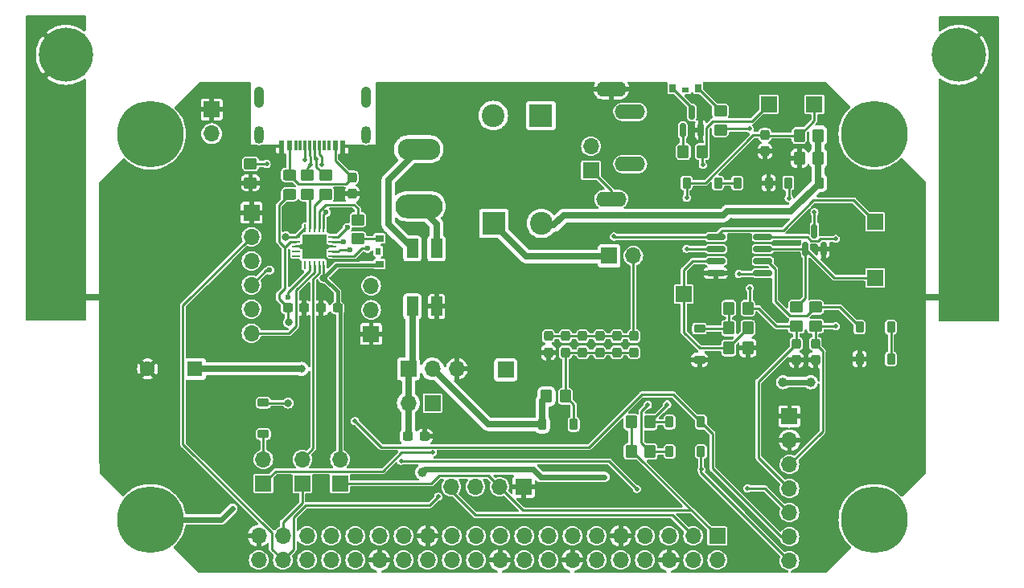
<source format=gbr>
%TF.GenerationSoftware,KiCad,Pcbnew,7.0.2*%
%TF.CreationDate,2024-08-07T09:48:01-07:00*%
%TF.ProjectId,MK-KS-MkV,4d4b2d4b-532d-44d6-9b56-2e6b69636164,1.0*%
%TF.SameCoordinates,PX3a67068PY5e08f30*%
%TF.FileFunction,Copper,L1,Top*%
%TF.FilePolarity,Positive*%
%FSLAX46Y46*%
G04 Gerber Fmt 4.6, Leading zero omitted, Abs format (unit mm)*
G04 Created by KiCad (PCBNEW 7.0.2) date 2024-08-07 09:48:01*
%MOMM*%
%LPD*%
G01*
G04 APERTURE LIST*
G04 Aperture macros list*
%AMRoundRect*
0 Rectangle with rounded corners*
0 $1 Rounding radius*
0 $2 $3 $4 $5 $6 $7 $8 $9 X,Y pos of 4 corners*
0 Add a 4 corners polygon primitive as box body*
4,1,4,$2,$3,$4,$5,$6,$7,$8,$9,$2,$3,0*
0 Add four circle primitives for the rounded corners*
1,1,$1+$1,$2,$3*
1,1,$1+$1,$4,$5*
1,1,$1+$1,$6,$7*
1,1,$1+$1,$8,$9*
0 Add four rect primitives between the rounded corners*
20,1,$1+$1,$2,$3,$4,$5,0*
20,1,$1+$1,$4,$5,$6,$7,0*
20,1,$1+$1,$6,$7,$8,$9,0*
20,1,$1+$1,$8,$9,$2,$3,0*%
G04 Aperture macros list end*
%TA.AperFunction,SMDPad,CuDef*%
%ADD10R,0.600000X1.100000*%
%TD*%
%TA.AperFunction,SMDPad,CuDef*%
%ADD11R,0.300000X1.100000*%
%TD*%
%TA.AperFunction,ComponentPad*%
%ADD12O,1.050000X1.850000*%
%TD*%
%TA.AperFunction,ComponentPad*%
%ADD13O,1.050000X2.250000*%
%TD*%
%TA.AperFunction,ComponentPad*%
%ADD14R,1.700000X1.700000*%
%TD*%
%TA.AperFunction,ComponentPad*%
%ADD15O,1.700000X1.700000*%
%TD*%
%TA.AperFunction,SMDPad,CuDef*%
%ADD16RoundRect,0.250000X0.450000X-0.350000X0.450000X0.350000X-0.450000X0.350000X-0.450000X-0.350000X0*%
%TD*%
%TA.AperFunction,SMDPad,CuDef*%
%ADD17RoundRect,0.225000X0.375000X-0.225000X0.375000X0.225000X-0.375000X0.225000X-0.375000X-0.225000X0*%
%TD*%
%TA.AperFunction,SMDPad,CuDef*%
%ADD18RoundRect,0.225000X0.225000X0.375000X-0.225000X0.375000X-0.225000X-0.375000X0.225000X-0.375000X0*%
%TD*%
%TA.AperFunction,ComponentPad*%
%ADD19O,5.000000X2.500000*%
%TD*%
%TA.AperFunction,ComponentPad*%
%ADD20O,4.500000X2.250000*%
%TD*%
%TA.AperFunction,ComponentPad*%
%ADD21C,4.700000*%
%TD*%
%TA.AperFunction,ConnectorPad*%
%ADD22C,7.000000*%
%TD*%
%TA.AperFunction,SMDPad,CuDef*%
%ADD23RoundRect,0.237500X-0.237500X0.300000X-0.237500X-0.300000X0.237500X-0.300000X0.237500X0.300000X0*%
%TD*%
%TA.AperFunction,ComponentPad*%
%ADD24R,2.400000X2.400000*%
%TD*%
%TA.AperFunction,ComponentPad*%
%ADD25C,2.400000*%
%TD*%
%TA.AperFunction,SMDPad,CuDef*%
%ADD26R,1.200000X1.999982*%
%TD*%
%TA.AperFunction,SMDPad,CuDef*%
%ADD27RoundRect,0.237500X0.237500X-0.300000X0.237500X0.300000X-0.237500X0.300000X-0.237500X-0.300000X0*%
%TD*%
%TA.AperFunction,SMDPad,CuDef*%
%ADD28RoundRect,0.250000X0.350000X0.450000X-0.350000X0.450000X-0.350000X-0.450000X0.350000X-0.450000X0*%
%TD*%
%TA.AperFunction,SMDPad,CuDef*%
%ADD29RoundRect,0.225000X-0.225000X-0.375000X0.225000X-0.375000X0.225000X0.375000X-0.225000X0.375000X0*%
%TD*%
%TA.AperFunction,SMDPad,CuDef*%
%ADD30RoundRect,0.250000X-0.450000X0.350000X-0.450000X-0.350000X0.450000X-0.350000X0.450000X0.350000X0*%
%TD*%
%TA.AperFunction,SMDPad,CuDef*%
%ADD31RoundRect,0.150000X-0.825000X-0.150000X0.825000X-0.150000X0.825000X0.150000X-0.825000X0.150000X0*%
%TD*%
%TA.AperFunction,SMDPad,CuDef*%
%ADD32RoundRect,0.250000X-0.350000X-0.450000X0.350000X-0.450000X0.350000X0.450000X-0.350000X0.450000X0*%
%TD*%
%TA.AperFunction,ComponentPad*%
%ADD33O,3.200000X1.600000*%
%TD*%
%TA.AperFunction,ComponentPad*%
%ADD34C,3.600000*%
%TD*%
%TA.AperFunction,ConnectorPad*%
%ADD35C,5.700000*%
%TD*%
%TA.AperFunction,SMDPad,CuDef*%
%ADD36RoundRect,0.150000X0.150000X-0.587500X0.150000X0.587500X-0.150000X0.587500X-0.150000X-0.587500X0*%
%TD*%
%TA.AperFunction,SMDPad,CuDef*%
%ADD37RoundRect,0.237500X0.300000X0.237500X-0.300000X0.237500X-0.300000X-0.237500X0.300000X-0.237500X0*%
%TD*%
%TA.AperFunction,SMDPad,CuDef*%
%ADD38RoundRect,0.062500X0.350000X0.062500X-0.350000X0.062500X-0.350000X-0.062500X0.350000X-0.062500X0*%
%TD*%
%TA.AperFunction,SMDPad,CuDef*%
%ADD39RoundRect,0.062500X0.062500X0.350000X-0.062500X0.350000X-0.062500X-0.350000X0.062500X-0.350000X0*%
%TD*%
%TA.AperFunction,SMDPad,CuDef*%
%ADD40R,2.500000X2.500000*%
%TD*%
%TA.AperFunction,SMDPad,CuDef*%
%ADD41RoundRect,0.237500X-0.300000X-0.237500X0.300000X-0.237500X0.300000X0.237500X-0.300000X0.237500X0*%
%TD*%
%TA.AperFunction,SMDPad,CuDef*%
%ADD42R,0.900000X0.710000*%
%TD*%
%TA.AperFunction,SMDPad,CuDef*%
%ADD43R,0.600000X0.800000*%
%TD*%
%TA.AperFunction,SMDPad,CuDef*%
%ADD44RoundRect,0.250000X-0.450000X0.325000X-0.450000X-0.325000X0.450000X-0.325000X0.450000X0.325000X0*%
%TD*%
%TA.AperFunction,ComponentPad*%
%ADD45R,1.600000X1.600000*%
%TD*%
%TA.AperFunction,ComponentPad*%
%ADD46C,1.600000*%
%TD*%
%TA.AperFunction,SMDPad,CuDef*%
%ADD47R,0.710000X0.900000*%
%TD*%
%TA.AperFunction,SMDPad,CuDef*%
%ADD48R,0.800000X0.600000*%
%TD*%
%TA.AperFunction,ViaPad*%
%ADD49C,0.500000*%
%TD*%
%TA.AperFunction,ViaPad*%
%ADD50C,0.600000*%
%TD*%
%TA.AperFunction,ViaPad*%
%ADD51C,0.800000*%
%TD*%
%TA.AperFunction,ViaPad*%
%ADD52C,1.000000*%
%TD*%
%TA.AperFunction,Conductor*%
%ADD53C,0.250000*%
%TD*%
%TA.AperFunction,Conductor*%
%ADD54C,0.700000*%
%TD*%
%TA.AperFunction,Conductor*%
%ADD55C,0.400000*%
%TD*%
%TA.AperFunction,Conductor*%
%ADD56C,0.600000*%
%TD*%
G04 APERTURE END LIST*
D10*
%TO.P,J4,A1_B12,GND*%
%TO.N,GND*%
X29147000Y-9582000D03*
%TO.P,J4,A4_B9,VBUS*%
%TO.N,Net-(C1-Pad2)*%
X28347000Y-9582000D03*
D11*
%TO.P,J4,A5,CC1*%
%TO.N,unconnected-(J4-CC1-PadA5)*%
X27197000Y-9582000D03*
%TO.P,J4,A6,D+*%
%TO.N,Net-(J4-D+-PadA6)*%
X26197000Y-9582000D03*
%TO.P,J4,A7,D-*%
%TO.N,Net-(J4-D--PadA7)*%
X25697000Y-9582000D03*
%TO.P,J4,A8,SBU1*%
%TO.N,unconnected-(J4-SBU1-PadA8)*%
X24697000Y-9582000D03*
D10*
%TO.P,J4,B1_A12,GND*%
%TO.N,GND*%
X22747000Y-9582000D03*
%TO.P,J4,B4_A9,VBUS*%
%TO.N,Net-(C1-Pad2)*%
X23547000Y-9582000D03*
D11*
%TO.P,J4,B5,CC2*%
%TO.N,unconnected-(J4-CC2-PadB5)*%
X24197000Y-9582000D03*
%TO.P,J4,B6,D+*%
%TO.N,Net-(J4-D+-PadA6)*%
X25197000Y-9582000D03*
%TO.P,J4,B7,D-*%
%TO.N,Net-(J4-D--PadA7)*%
X26697000Y-9582000D03*
%TO.P,J4,B8,SBU2*%
%TO.N,unconnected-(J4-SBU2-PadB8)*%
X27697000Y-9582000D03*
D12*
%TO.P,J4,SH1,SHIELD*%
%TO.N,Net-(J4-SHIELD-PadSH1)*%
X31567000Y-8432000D03*
%TO.P,J4,SH2,SHIELD*%
X20327000Y-8432000D03*
D13*
%TO.P,J4,SH3,SHIELD*%
X31567000Y-4432000D03*
%TO.P,J4,SH4,SHIELD*%
X20327000Y-4432000D03*
%TD*%
D14*
%TO.P,OP1,1,A*%
%TO.N,/LPI_P*%
X36075000Y-33100000D03*
D15*
%TO.P,OP1,2,C*%
%TO.N,/LOOP_PWR*%
X38615000Y-33100000D03*
%TO.P,OP1,3,B*%
%TO.N,GND*%
X41155000Y-33100000D03*
%TD*%
D16*
%TO.P,R2,1*%
%TO.N,GND*%
X19448020Y-13486428D03*
%TO.P,R2,2*%
%TO.N,Net-(J4-SHIELD-PadSH1)*%
X19448020Y-11486428D03*
%TD*%
D17*
%TO.P,D4,1,K*%
%TO.N,GND*%
X66700000Y-32150000D03*
%TO.P,D4,2,A*%
%TO.N,Net-(D4-A)*%
X66700000Y-28850000D03*
%TD*%
D14*
%TO.P,TP7,1,Pin_1*%
%TO.N,/OFFSET_REF_V*%
X65046000Y-25223000D03*
%TD*%
%TO.P,TP9,1,Pin_1*%
%TO.N,/LP2*%
X46300000Y-33200000D03*
%TD*%
D18*
%TO.P,D7,1,K*%
%TO.N,Net-(D7-K)*%
X68650000Y-13500000D03*
%TO.P,D7,2,A*%
%TO.N,/LOOP_STATE*%
X65350000Y-13500000D03*
%TD*%
D19*
%TO.P,J2,1,In*%
%TO.N,/LPI_A*%
X37150000Y-15950000D03*
D20*
%TO.P,J2,2,Ext*%
%TO.N,/LPI_B*%
X37150000Y-9950000D03*
%TD*%
D21*
%TO.P,SHLD-1,1,1*%
%TO.N,Earth*%
X8894000Y-8346000D03*
D22*
X8894000Y-8346000D03*
%TD*%
D14*
%TO.P,JP1,1,A*%
%TO.N,/SNDR_EN*%
X24900000Y-45175000D03*
D15*
%TO.P,JP1,2,B*%
%TO.N,/RTS*%
X24900000Y-42635000D03*
%TD*%
D23*
%TO.P,C8,1*%
%TO.N,Net-(JP5-B)*%
X50800000Y-29637500D03*
%TO.P,C8,2*%
%TO.N,GND*%
X50800000Y-31362500D03*
%TD*%
D24*
%TO.P,ST1,1,Pin_1*%
%TO.N,/LOOP_PWR*%
X50000000Y-6400000D03*
D25*
%TO.P,ST1,2,Pin_2*%
%TO.N,/LP1*%
X45000000Y-6400000D03*
%TD*%
D26*
%TO.P,BR1,1,+*%
%TO.N,/LPI_P*%
X36480000Y-26512500D03*
%TO.P,BR1,2,A*%
%TO.N,/LPI_B*%
X36480000Y-20412500D03*
%TO.P,BR1,3,-*%
%TO.N,GND*%
X39020000Y-26512500D03*
%TO.P,BR1,4,A*%
%TO.N,/LPI_A*%
X39020000Y-20412500D03*
%TD*%
D27*
%TO.P,C11,1*%
%TO.N,Net-(D10-A)*%
X54400000Y-31362500D03*
%TO.P,C11,2*%
%TO.N,Net-(JP5-B)*%
X54400000Y-29637500D03*
%TD*%
D28*
%TO.P,R14,1*%
%TO.N,/LP2*%
X79200000Y-8500000D03*
%TO.P,R14,2*%
%TO.N,/LOOP_STATE*%
X77200000Y-8500000D03*
%TD*%
D29*
%TO.P,D1,1,K*%
%TO.N,/PDL_DASH-*%
X63550000Y-41800000D03*
%TO.P,D1,2,A*%
%TO.N,/DASH-*%
X66850000Y-41800000D03*
%TD*%
D27*
%TO.P,C5,1*%
%TO.N,GND*%
X78900000Y-32162500D03*
%TO.P,C5,2*%
%TO.N,+3.3V*%
X78900000Y-30437500D03*
%TD*%
D30*
%TO.P,R6,1*%
%TO.N,Net-(J4-D--PadA7)*%
X25448020Y-12686428D03*
%TO.P,R6,2*%
%TO.N,Net-(U2-USBDM)*%
X25448020Y-14686428D03*
%TD*%
D14*
%TO.P,JP6,1,A*%
%TO.N,GND*%
X15357000Y-5769000D03*
D15*
%TO.P,JP6,2,B*%
%TO.N,Earth*%
X15357000Y-8309000D03*
%TD*%
D14*
%TO.P,TP8,1,Pin_1*%
%TO.N,/SNDR_EN-*%
X85200000Y-23500000D03*
%TD*%
D28*
%TO.P,R11,1*%
%TO.N,GND*%
X71800000Y-30900000D03*
%TO.P,R11,2*%
%TO.N,/OFFSET_REF_V*%
X69800000Y-30900000D03*
%TD*%
D31*
%TO.P,U1,1,1OUT*%
%TO.N,/KOB_KEY-*%
X68425000Y-19195000D03*
%TO.P,U1,2*%
%TO.N,/LOOP_STATE*%
X68425000Y-20465000D03*
%TO.P,U1,3*%
%TO.N,/OFFSET_REF_V*%
X68425000Y-21735000D03*
%TO.P,U1,4,GND*%
%TO.N,GND*%
X68425000Y-23005000D03*
%TO.P,U1,5,2IN+*%
%TO.N,/SNDR_EN*%
X73375000Y-23005000D03*
%TO.P,U1,6,2IN-*%
%TO.N,Net-(D6-A)*%
X73375000Y-21735000D03*
%TO.P,U1,7,2OUT*%
%TO.N,/SNDR_EN-*%
X73375000Y-20465000D03*
%TO.P,U1,8,VCC*%
%TO.N,+3.3V*%
X73375000Y-19195000D03*
%TD*%
D29*
%TO.P,D9,1,K*%
%TO.N,Net-(D9-K)*%
X76050000Y-13500000D03*
%TO.P,D9,2,A*%
%TO.N,/LP2*%
X79350000Y-13500000D03*
%TD*%
D27*
%TO.P,C7,1*%
%TO.N,Net-(D10-A)*%
X52600000Y-31362500D03*
%TO.P,C7,2*%
%TO.N,Net-(JP5-B)*%
X52600000Y-29637500D03*
%TD*%
D18*
%TO.P,D6,1,K*%
%TO.N,Net-(D5-A)*%
X86850000Y-28700000D03*
%TO.P,D6,2,A*%
%TO.N,Net-(D6-A)*%
X83550000Y-28700000D03*
%TD*%
D32*
%TO.P,R9,1*%
%TO.N,Net-(D4-A)*%
X69800000Y-26700000D03*
%TO.P,R9,2*%
%TO.N,+5V*%
X71800000Y-26700000D03*
%TD*%
D33*
%TO.P,J3,1*%
%TO.N,GND*%
X57409000Y-3613000D03*
%TO.P,J3,2*%
%TO.N,/KEY_PDL_DOT-*%
X59409000Y-6013000D03*
%TO.P,J3,3*%
%TO.N,/PDL_DASH-*%
X59409000Y-11513000D03*
%TO.P,J3,4*%
%TO.N,/KOB_KEY-*%
X57409000Y-15213000D03*
%TD*%
D14*
%TO.P,TP6,1,Pin_1*%
%TO.N,/LOOP_STATE*%
X78800000Y-5200000D03*
%TD*%
D21*
%TO.P,SHLD-4,1,1*%
%TO.N,Earth*%
X8894000Y-48986000D03*
D22*
X8894000Y-48986000D03*
%TD*%
D34*
%TO.P,M_KSI1,1,1*%
%TO.N,GND*%
X0Y0D03*
D35*
X0Y0D03*
%TD*%
D27*
%TO.P,C10,1*%
%TO.N,GND*%
X76900000Y-32162500D03*
%TO.P,C10,2*%
%TO.N,+5V*%
X76900000Y-30437500D03*
%TD*%
D29*
%TO.P,D10,1,K*%
%TO.N,/LOOP_PWR*%
X50150000Y-38950000D03*
%TO.P,D10,2,A*%
%TO.N,Net-(D10-A)*%
X53450000Y-38950000D03*
%TD*%
D36*
%TO.P,Q2,1,G*%
%TO.N,/SNDR_EN-*%
X77850000Y-20437500D03*
%TO.P,Q2,2,S*%
%TO.N,GND*%
X79750000Y-20437500D03*
%TO.P,Q2,3,D*%
%TO.N,Net-(D9-K)*%
X78800000Y-18562500D03*
%TD*%
D28*
%TO.P,R1,1*%
%TO.N,/SNDR_EN*%
X67000000Y-10200000D03*
%TO.P,R1,2*%
%TO.N,Net-(Q1-B)*%
X65000000Y-10200000D03*
%TD*%
D14*
%TO.P,TP10,1,Pin_1*%
%TO.N,/KOB_KEY-*%
X85200000Y-17600000D03*
%TD*%
D37*
%TO.P,C3,1*%
%TO.N,/V3.3I*%
X28610520Y-26686428D03*
%TO.P,C3,2*%
%TO.N,GND*%
X26885520Y-26686428D03*
%TD*%
D32*
%TO.P,R15,1*%
%TO.N,GND*%
X77200000Y-10900000D03*
%TO.P,R15,2*%
%TO.N,/LP2*%
X79200000Y-10900000D03*
%TD*%
D14*
%TO.P,JP2,1,A*%
%TO.N,+5V*%
X20800000Y-45175000D03*
D15*
%TO.P,JP2,2,B*%
%TO.N,Net-(D3-K)*%
X20800000Y-42635000D03*
%TD*%
D14*
%TO.P,J7,1,Pin_1*%
%TO.N,GND*%
X32148020Y-29411428D03*
D15*
%TO.P,J7,2,Pin_2*%
%TO.N,Net-(J7-Pin_2)*%
X32148020Y-26871428D03*
%TO.P,J7,3,Pin_3*%
%TO.N,Net-(J7-Pin_3)*%
X32148020Y-24331428D03*
%TD*%
D36*
%TO.P,Q1,1,B*%
%TO.N,Net-(Q1-B)*%
X64950000Y-7937500D03*
%TO.P,Q1,2,E*%
%TO.N,GND*%
X66850000Y-7937500D03*
%TO.P,Q1,3,C*%
%TO.N,Net-(LED1-K)*%
X65900000Y-6062500D03*
%TD*%
D14*
%TO.P,J6,1,Pin_1*%
%TO.N,GND*%
X48200000Y-45525000D03*
D15*
%TO.P,J6,2,Pin_2*%
%TO.N,+3.3V*%
X45660000Y-45525000D03*
%TO.P,J6,3,Pin_3*%
%TO.N,/SCL*%
X43120000Y-45525000D03*
%TO.P,J6,4,Pin_4*%
%TO.N,/SDA*%
X40580000Y-45525000D03*
%TD*%
D16*
%TO.P,R3,1*%
%TO.N,Net-(LED2-K)*%
X30748020Y-19386428D03*
%TO.P,R3,2*%
%TO.N,Net-(U2-CBUS2)*%
X30748020Y-17386428D03*
%TD*%
D38*
%TO.P,U2,1,RXD*%
%TO.N,Net-(J7-Pin_3)*%
X28085520Y-21186428D03*
%TO.P,U2,2,~{RI}*%
%TO.N,/RI-*%
X28085520Y-20686428D03*
%TO.P,U2,3,GND*%
%TO.N,GND*%
X28085520Y-20186428D03*
%TO.P,U2,4,~{DSR}*%
%TO.N,/DOT-*%
X28085520Y-19686428D03*
%TO.P,U2,5,~{DCD}*%
%TO.N,/DCD-*%
X28085520Y-19186428D03*
D39*
%TO.P,U2,6,~{CTS}*%
%TO.N,/DASH-*%
X27148020Y-18248928D03*
%TO.P,U2,7,CBUS2*%
%TO.N,Net-(U2-CBUS2)*%
X26648020Y-18248928D03*
%TO.P,U2,8,USBDP*%
%TO.N,Net-(U2-USBDP)*%
X26148020Y-18248928D03*
%TO.P,U2,9,USBDM*%
%TO.N,Net-(U2-USBDM)*%
X25648020Y-18248928D03*
%TO.P,U2,10,3V3OUT*%
%TO.N,/V3.3I*%
X25148020Y-18248928D03*
D38*
%TO.P,U2,11,~{RESET}*%
X24210520Y-19186428D03*
%TO.P,U2,12,VCC*%
%TO.N,/V5I*%
X24210520Y-19686428D03*
%TO.P,U2,13,GND*%
%TO.N,GND*%
X24210520Y-20186428D03*
%TO.P,U2,14,CBUS1*%
%TO.N,unconnected-(U2-CBUS1-Pad14)*%
X24210520Y-20686428D03*
%TO.P,U2,15,CBUS0*%
%TO.N,unconnected-(U2-CBUS0-Pad15)*%
X24210520Y-21186428D03*
D39*
%TO.P,U2,16,CBUS3*%
%TO.N,unconnected-(U2-CBUS3-Pad16)*%
X25148020Y-22123928D03*
%TO.P,U2,17,TXD*%
%TO.N,Net-(J7-Pin_2)*%
X25648020Y-22123928D03*
%TO.P,U2,18,~{DTR}*%
%TO.N,/DTR-*%
X26148020Y-22123928D03*
%TO.P,U2,19,~{RTS}*%
%TO.N,/RTS*%
X26648020Y-22123928D03*
%TO.P,U2,20,VCCIO*%
%TO.N,/V3.3I*%
X27148020Y-22123928D03*
D40*
%TO.P,U2,21,GND*%
%TO.N,GND*%
X26148020Y-20186428D03*
%TD*%
D27*
%TO.P,C1,1*%
%TO.N,GND*%
X30148020Y-14648928D03*
%TO.P,C1,2*%
%TO.N,Net-(C1-Pad2)*%
X30148020Y-12923928D03*
%TD*%
%TO.P,C13,1*%
%TO.N,Net-(D10-A)*%
X58000000Y-31362500D03*
%TO.P,C13,2*%
%TO.N,Net-(JP5-B)*%
X58000000Y-29637500D03*
%TD*%
D18*
%TO.P,D8,1,K*%
%TO.N,GND*%
X73977500Y-13500000D03*
%TO.P,D8,2,A*%
%TO.N,Net-(D7-K)*%
X70677500Y-13500000D03*
%TD*%
D23*
%TO.P,C6,1*%
%TO.N,/LOOP_STATE*%
X73600000Y-8437500D03*
%TO.P,C6,2*%
%TO.N,GND*%
X73600000Y-10162500D03*
%TD*%
D14*
%TO.P,TP5,1,Pin_1*%
%TO.N,/SNDR_EN*%
X74000000Y-5200000D03*
%TD*%
%TO.P,OP2,1,Pin_1*%
%TO.N,+5V*%
X38600000Y-36700000D03*
D15*
%TO.P,OP2,2,Pin_2*%
%TO.N,/LPI_P*%
X36060000Y-36700000D03*
%TD*%
D14*
%TO.P,J8,1,Pin_1*%
%TO.N,GND*%
X19548020Y-16636428D03*
D15*
%TO.P,J8,2,Pin_2*%
%TO.N,/DASH-*%
X19548020Y-19176428D03*
%TO.P,J8,3,Pin_3*%
%TO.N,/DOT-*%
X19548020Y-21716428D03*
%TO.P,J8,4,Pin_4*%
%TO.N,/DCD-*%
X19548020Y-24256428D03*
%TO.P,J8,5,Pin_5*%
%TO.N,/RI-*%
X19548020Y-26796428D03*
%TO.P,J8,6,Pin_6*%
%TO.N,/DTR-*%
X19548020Y-29336428D03*
%TD*%
D32*
%TO.P,R16,1*%
%TO.N,/LOOP_PWR*%
X50600000Y-36000000D03*
%TO.P,R16,2*%
%TO.N,Net-(D10-A)*%
X52600000Y-36000000D03*
%TD*%
D34*
%TO.P,M_KSI2,1,1*%
%TO.N,GND*%
X93980000Y0D03*
D35*
X93980000Y0D03*
%TD*%
D41*
%TO.P,C9,1*%
%TO.N,/LPI_P*%
X36037500Y-40200000D03*
%TO.P,C9,2*%
%TO.N,GND*%
X37762500Y-40200000D03*
%TD*%
D14*
%TO.P,JP5,1,A*%
%TO.N,/LP1*%
X57195000Y-21181000D03*
D15*
%TO.P,JP5,2,B*%
%TO.N,Net-(JP5-B)*%
X59735000Y-21181000D03*
%TD*%
D14*
%TO.P,JP4,1,A*%
%TO.N,/KOB_KEY-*%
X55279000Y-12172000D03*
D15*
%TO.P,JP4,2,B*%
%TO.N,/KEY_PDL_DOT-*%
X55279000Y-9632000D03*
%TD*%
D27*
%TO.P,C14,1*%
%TO.N,Net-(D10-A)*%
X59800000Y-31362500D03*
%TO.P,C14,2*%
%TO.N,Net-(JP5-B)*%
X59800000Y-29637500D03*
%TD*%
%TO.P,C12,1*%
%TO.N,Net-(D10-A)*%
X56200000Y-31362500D03*
%TO.P,C12,2*%
%TO.N,Net-(JP5-B)*%
X56200000Y-29637500D03*
%TD*%
D28*
%TO.P,R8,1*%
%TO.N,/PDL_DASH-*%
X61500000Y-41800000D03*
%TO.P,R8,2*%
%TO.N,+3.3V*%
X59500000Y-41800000D03*
%TD*%
D30*
%TO.P,R13,1*%
%TO.N,/SNDR_EN-*%
X76900000Y-26600000D03*
%TO.P,R13,2*%
%TO.N,+5V*%
X76900000Y-28600000D03*
%TD*%
D42*
%TO.P,LED2,1,K*%
%TO.N,Net-(LED2-K)*%
X33021109Y-19347500D03*
%TO.P,LED2,2,A*%
%TO.N,/V3.3I*%
X33021109Y-22047500D03*
D43*
%TO.P,LED2,3*%
%TO.N,N/C*%
X32871109Y-20697500D03*
%TD*%
D17*
%TO.P,D3,1,K*%
%TO.N,Net-(D3-K)*%
X20800000Y-39950000D03*
%TO.P,D3,2,A*%
%TO.N,/V5I*%
X20800000Y-36650000D03*
%TD*%
D21*
%TO.P,SHLD-3,1,1*%
%TO.N,Earth*%
X85094000Y-48986000D03*
D22*
X85094000Y-48986000D03*
%TD*%
D16*
%TO.P,R4,1*%
%TO.N,+5V*%
X68900000Y-7900000D03*
%TO.P,R4,2*%
%TO.N,Net-(LED1-A)*%
X68900000Y-5900000D03*
%TD*%
D37*
%TO.P,C2,1*%
%TO.N,GND*%
X25110520Y-26686428D03*
%TO.P,C2,2*%
%TO.N,/V5I*%
X23385520Y-26686428D03*
%TD*%
D16*
%TO.P,R12,1*%
%TO.N,+3.3V*%
X78900000Y-28600000D03*
%TO.P,R12,2*%
%TO.N,Net-(D6-A)*%
X78900000Y-26600000D03*
%TD*%
D28*
%TO.P,R10,1*%
%TO.N,/OFFSET_REF_V*%
X71800000Y-28800000D03*
%TO.P,R10,2*%
%TO.N,Net-(D4-A)*%
X69800000Y-28800000D03*
%TD*%
D44*
%TO.P,L1,1*%
%TO.N,Net-(C1-Pad2)*%
X23548020Y-12661428D03*
%TO.P,L1,2*%
%TO.N,/V5I*%
X23548020Y-14711428D03*
%TD*%
D29*
%TO.P,D2,1,K*%
%TO.N,/KEY_PDL_DOT-*%
X63550000Y-38700000D03*
%TO.P,D2,2,A*%
%TO.N,/DOT-*%
X66850000Y-38700000D03*
%TD*%
D28*
%TO.P,R7,1*%
%TO.N,/KEY_PDL_DOT-*%
X61500000Y-38700000D03*
%TO.P,R7,2*%
%TO.N,+3.3V*%
X59500000Y-38700000D03*
%TD*%
D24*
%TO.P,ST2,1,Pin_1*%
%TO.N,/LP1*%
X45068000Y-17766000D03*
D25*
%TO.P,ST2,2,Pin_2*%
%TO.N,/LP2*%
X50068000Y-17766000D03*
%TD*%
D21*
%TO.P,SHLD-2,1,1*%
%TO.N,Earth*%
X85094000Y-8346000D03*
D22*
X85094000Y-8346000D03*
%TD*%
D29*
%TO.P,D5,1,K*%
%TO.N,GND*%
X83550000Y-32050000D03*
%TO.P,D5,2,A*%
%TO.N,Net-(D5-A)*%
X86850000Y-32050000D03*
%TD*%
D14*
%TO.P,JP3,1,A*%
%TO.N,+3.3V*%
X28850000Y-45175000D03*
D15*
%TO.P,JP3,2,B*%
%TO.N,/V3.3I*%
X28850000Y-42635000D03*
%TD*%
D45*
%TO.P,C4,1*%
%TO.N,/LPI_P*%
X13602651Y-33100000D03*
D46*
%TO.P,C4,2*%
%TO.N,GND*%
X8602651Y-33100000D03*
%TD*%
D30*
%TO.P,R5,1*%
%TO.N,Net-(J4-D+-PadA6)*%
X27348020Y-12686428D03*
%TO.P,R5,2*%
%TO.N,Net-(U2-USBDP)*%
X27348020Y-14686428D03*
%TD*%
D47*
%TO.P,LED1,1,K*%
%TO.N,Net-(LED1-K)*%
X63876500Y-3525891D03*
%TO.P,LED1,2,A*%
%TO.N,Net-(LED1-A)*%
X66576500Y-3525891D03*
D48*
%TO.P,LED1,3*%
%TO.N,N/C*%
X65226500Y-3675891D03*
%TD*%
D14*
%TO.P,J1,1,Pin_1*%
%TO.N,GND*%
X76174600Y-38093200D03*
D15*
%TO.P,J1,2,Pin_2*%
X76174600Y-40633200D03*
%TO.P,J1,3,Pin_3*%
%TO.N,+3.3V*%
X76174600Y-43173200D03*
%TO.P,J1,4,Pin_4*%
%TO.N,+5V*%
X76174600Y-45713200D03*
%TO.P,J1,5,Pin_5*%
%TO.N,/SNDR_EN*%
X76174600Y-48253200D03*
%TO.P,J1,6,Pin_6*%
%TO.N,/DOT-*%
X76174600Y-50793200D03*
%TO.P,J1,7,Pin_7*%
%TO.N,/DASH-*%
X76174600Y-53333200D03*
%TD*%
D14*
%TO.P,J5,1,P3V3*%
%TO.N,+3.3V*%
X68561600Y-50705200D03*
D15*
%TO.P,J5,2,P5V*%
%TO.N,+5V*%
X68561600Y-53245200D03*
%TO.P,J5,3,BCM2*%
%TO.N,/SDA*%
X66021600Y-50705200D03*
%TO.P,J5,4,P5V*%
%TO.N,+5V*%
X66021600Y-53245200D03*
%TO.P,J5,5,BCM3*%
%TO.N,/SCL*%
X63481600Y-50705200D03*
%TO.P,J5,6,GND*%
%TO.N,GND*%
X63481600Y-53245200D03*
%TO.P,J5,7,BCM4*%
%TO.N,unconnected-(J5-BCM4-Pad7)*%
X60941600Y-50705200D03*
%TO.P,J5,8,BCM14*%
%TO.N,unconnected-(J5-BCM14-Pad8)*%
X60941600Y-53245200D03*
%TO.P,J5,9,GND*%
%TO.N,GND*%
X58401600Y-50705200D03*
%TO.P,J5,10,BCM15*%
%TO.N,unconnected-(J5-BCM15-Pad10)*%
X58401600Y-53245200D03*
%TO.P,J5,11,BCM17*%
%TO.N,unconnected-(J5-BCM17-Pad11)*%
X55861600Y-50705200D03*
%TO.P,J5,12,BCM18*%
%TO.N,unconnected-(J5-BCM18-Pad12)*%
X55861600Y-53245200D03*
%TO.P,J5,13,BCM27*%
%TO.N,unconnected-(J5-BCM27-Pad13)*%
X53321600Y-50705200D03*
%TO.P,J5,14,GND*%
%TO.N,GND*%
X53321600Y-53245200D03*
%TO.P,J5,15,BCM22*%
%TO.N,unconnected-(J5-BCM22-Pad15)*%
X50781600Y-50705200D03*
%TO.P,J5,16,BCM23*%
%TO.N,unconnected-(J5-BCM23-Pad16)*%
X50781600Y-53245200D03*
%TO.P,J5,17,P3V3*%
%TO.N,unconnected-(J5-P3V3-Pad17)*%
X48241600Y-50705200D03*
%TO.P,J5,18,BCM24*%
%TO.N,unconnected-(J5-BCM24-Pad18)*%
X48241600Y-53245200D03*
%TO.P,J5,19,BCM10*%
%TO.N,unconnected-(J5-BCM10-Pad19)*%
X45701600Y-50705200D03*
%TO.P,J5,20,GND*%
%TO.N,GND*%
X45701600Y-53245200D03*
%TO.P,J5,21,BCM9*%
%TO.N,unconnected-(J5-BCM9-Pad21)*%
X43161600Y-50705200D03*
%TO.P,J5,22,BCM25*%
%TO.N,unconnected-(J5-BCM25-Pad22)*%
X43161600Y-53245200D03*
%TO.P,J5,23,BCM11*%
%TO.N,unconnected-(J5-BCM11-Pad23)*%
X40621600Y-50705200D03*
%TO.P,J5,24,BCM8*%
%TO.N,unconnected-(J5-BCM8-Pad24)*%
X40621600Y-53245200D03*
%TO.P,J5,25,GND*%
%TO.N,GND*%
X38081600Y-50705200D03*
%TO.P,J5,26,BCM7*%
%TO.N,unconnected-(J5-BCM7-Pad26)*%
X38081600Y-53245200D03*
%TO.P,J5,27,BCM0*%
%TO.N,unconnected-(J5-BCM0-Pad27)*%
X35541600Y-50705200D03*
%TO.P,J5,28,BCM1*%
%TO.N,unconnected-(J5-BCM1-Pad28)*%
X35541600Y-53245200D03*
%TO.P,J5,29,BCM5*%
%TO.N,unconnected-(J5-BCM5-Pad29)*%
X33001600Y-50705200D03*
%TO.P,J5,30,GND*%
%TO.N,GND*%
X33001600Y-53245200D03*
%TO.P,J5,31,BCM6*%
%TO.N,unconnected-(J5-BCM6-Pad31)*%
X30461600Y-50705200D03*
%TO.P,J5,32,BCM12*%
%TO.N,unconnected-(J5-BCM12-Pad32)*%
X30461600Y-53245200D03*
%TO.P,J5,33,BCM13*%
%TO.N,unconnected-(J5-BCM13-Pad33)*%
X27921600Y-50705200D03*
%TO.P,J5,34,GND*%
%TO.N,unconnected-(J5-GND-Pad34)*%
X27921600Y-53245200D03*
%TO.P,J5,35,BCM19*%
%TO.N,unconnected-(J5-BCM19-Pad35)*%
X25381600Y-50705200D03*
%TO.P,J5,36,BCM16*%
%TO.N,unconnected-(J5-BCM16-Pad36)*%
X25381600Y-53245200D03*
%TO.P,J5,37,BCM26*%
%TO.N,/SNDR_EN*%
X22841600Y-50705200D03*
%TO.P,J5,38,BCM20*%
%TO.N,/DASH-*%
X22841600Y-53245200D03*
%TO.P,J5,39,GND*%
%TO.N,GND*%
X20301600Y-50705200D03*
%TO.P,J5,40,BCM21*%
%TO.N,/DOT-*%
X20301600Y-53245200D03*
%TD*%
D49*
%TO.N,GND*%
X32300000Y-35420000D03*
X23968020Y-17276428D03*
X24078020Y-22656428D03*
X20880000Y-35370000D03*
X70000000Y-17460000D03*
D50*
X95385000Y-25541000D03*
D49*
X8880000Y-35320000D03*
X27425000Y-35281000D03*
D50*
X-1197000Y-25576000D03*
D49*
X35170000Y-44420000D03*
X43490000Y-47440000D03*
D50*
X6168000Y-25537000D03*
D49*
X73191000Y-47427000D03*
X28848020Y-16906428D03*
X86450000Y-13800000D03*
X71030000Y-11180000D03*
X75300000Y-11160000D03*
D50*
X88020000Y-25580000D03*
D49*
X32360000Y-41290000D03*
X30948020Y-21486428D03*
X81270000Y-13800000D03*
%TO.N,+5V*%
X72000000Y-7800000D03*
X72000000Y-24600000D03*
X38600000Y-41900000D03*
%TO.N,+3.3V*%
X81050000Y-19400000D03*
X81050000Y-28600000D03*
%TO.N,/SNDR_EN*%
X70850000Y-23100000D03*
X67050000Y-11600000D03*
X60100000Y-45750000D03*
X35290000Y-42800000D03*
X71750000Y-45700000D03*
%TO.N,/PDL_DASH-*%
X61250000Y-36900000D03*
%TO.N,/KEY_PDL_DOT-*%
X63300000Y-36850000D03*
D51*
%TO.N,/LPI_P*%
X24800000Y-33100000D03*
%TO.N,/V5I*%
X23400000Y-36700000D03*
X23448020Y-28186428D03*
%TO.N,/V3.3I*%
X27148020Y-23486428D03*
X23148020Y-19186428D03*
D49*
%TO.N,/LOOP_STATE*%
X65350000Y-15050000D03*
X65350000Y-20450000D03*
%TO.N,/DASH-*%
X39200000Y-46575000D03*
X66900000Y-43700000D03*
D50*
X27375467Y-16613875D03*
D49*
%TO.N,/DOT-*%
X30450000Y-38600000D03*
D50*
X29248020Y-19686428D03*
D49*
%TO.N,Net-(D9-K)*%
X76100000Y-15100000D03*
X78800000Y-16600000D03*
%TO.N,/KOB_KEY-*%
X57700000Y-19150000D03*
%TO.N,Net-(J4-SHIELD-PadSH1)*%
X21148020Y-11486428D03*
%TO.N,Net-(J4-D+-PadA6)*%
X25198020Y-11036428D03*
X26384730Y-11012195D03*
%TO.N,Net-(J4-D--PadA7)*%
X26938020Y-11576428D03*
X25748020Y-11586428D03*
D50*
%TO.N,Net-(J7-Pin_2)*%
X23348020Y-25586428D03*
%TO.N,Net-(J7-Pin_3)*%
X31752000Y-20386428D03*
%TO.N,/DCD-*%
X21448020Y-22686428D03*
X29618020Y-18216428D03*
%TO.N,/RI-*%
X29948020Y-20586428D03*
D52*
%TO.N,Earth*%
X75500000Y-34500000D03*
D49*
X17521000Y-47820000D03*
D52*
X37500000Y-44000000D03*
D49*
X56700000Y-44500000D03*
D52*
X78400000Y-34500000D03*
%TD*%
D53*
%TO.N,/DOT-*%
X68050000Y-39900000D02*
X66850000Y-38700000D01*
X68050000Y-43573000D02*
X68050000Y-39900000D01*
X75270200Y-50793200D02*
X68050000Y-43573000D01*
X76174600Y-50793200D02*
X75270200Y-50793200D01*
%TO.N,/OFFSET_REF_V*%
X65046000Y-29237000D02*
X65046000Y-25223000D01*
X66709000Y-30900000D02*
X65046000Y-29237000D01*
X69800000Y-30900000D02*
X66709000Y-30900000D01*
%TO.N,/KOB_KEY-*%
X69120000Y-18500000D02*
X68425000Y-19195000D01*
X78704726Y-15312000D02*
X75516726Y-18500000D01*
X85200000Y-17600000D02*
X82912000Y-15312000D01*
X82912000Y-15312000D02*
X78704726Y-15312000D01*
X75516726Y-18500000D02*
X69120000Y-18500000D01*
D54*
%TO.N,GND*%
X88020000Y-25580000D02*
X95346000Y-25580000D01*
X-1197000Y-25576000D02*
X6129000Y-25576000D01*
D53*
X95346000Y-25580000D02*
X95385000Y-25541000D01*
X30813020Y-21621428D02*
X27583020Y-21621428D01*
X6129000Y-25576000D02*
X6168000Y-25537000D01*
X30948020Y-21486428D02*
X30813020Y-21621428D01*
X8930000Y-35370000D02*
X8880000Y-35320000D01*
X27583020Y-21621428D02*
X26148020Y-20186428D01*
%TO.N,+5V*%
X35350000Y-41900000D02*
X33350929Y-43899071D01*
X33350929Y-43899071D02*
X22075929Y-43899071D01*
X74800000Y-28600000D02*
X76900000Y-28600000D01*
X38600000Y-41900000D02*
X35350000Y-41900000D01*
X72900000Y-34437500D02*
X76900000Y-30437500D01*
X71800000Y-26700000D02*
X72900000Y-26700000D01*
X22075929Y-43899071D02*
X20800000Y-45175000D01*
X72900000Y-26700000D02*
X74800000Y-28600000D01*
X76900000Y-28600000D02*
X76900000Y-30437500D01*
X76174600Y-45713200D02*
X72900000Y-42438600D01*
X72900000Y-42438600D02*
X72900000Y-34437500D01*
X72000000Y-7800000D02*
X69000000Y-7800000D01*
X72000000Y-24600000D02*
X72000000Y-26500000D01*
%TO.N,+3.3V*%
X79680000Y-31217500D02*
X79680000Y-39667800D01*
X79195000Y-19605000D02*
X79405000Y-19395000D01*
X78900000Y-28600000D02*
X78900000Y-30437500D01*
X81045000Y-19395000D02*
X81050000Y-19400000D01*
X59500000Y-38700000D02*
X59500000Y-41800000D01*
X78900000Y-30437500D02*
X79680000Y-31217500D01*
X78051533Y-19195000D02*
X78461533Y-19605000D01*
X73375000Y-19195000D02*
X78051533Y-19195000D01*
X45660000Y-45525000D02*
X48135000Y-48000000D01*
X79405000Y-19395000D02*
X81045000Y-19395000D01*
X44505000Y-44370000D02*
X45660000Y-45525000D01*
X65856400Y-48000000D02*
X65928200Y-48071800D01*
X78461533Y-19605000D02*
X79195000Y-19605000D01*
X59656400Y-41800000D02*
X68561600Y-50705200D01*
X39280000Y-44370000D02*
X44505000Y-44370000D01*
X81050000Y-28600000D02*
X78900000Y-28600000D01*
X48135000Y-48000000D02*
X65856400Y-48000000D01*
X38475000Y-45175000D02*
X39280000Y-44370000D01*
X79680000Y-39667800D02*
X76174600Y-43173200D01*
X28850000Y-45175000D02*
X38475000Y-45175000D01*
%TO.N,/SNDR_EN*%
X67000000Y-10200000D02*
X67000000Y-11550000D01*
X57200000Y-42850000D02*
X60100000Y-45750000D01*
X67455000Y-7645000D02*
X67455000Y-9745000D01*
X22841600Y-49250288D02*
X24900000Y-47191888D01*
X74000000Y-5200000D02*
X72205000Y-6995000D01*
X73621400Y-45700000D02*
X76174600Y-48253200D01*
X70850000Y-23100000D02*
X73280000Y-23100000D01*
X22841600Y-50705200D02*
X22841600Y-49250288D01*
X35340000Y-42850000D02*
X57200000Y-42850000D01*
X72205000Y-6995000D02*
X68105000Y-6995000D01*
X67000000Y-11550000D02*
X67050000Y-11600000D01*
X35290000Y-42800000D02*
X35340000Y-42850000D01*
X71750000Y-45700000D02*
X73621400Y-45700000D01*
X68105000Y-6995000D02*
X67455000Y-7645000D01*
X24900000Y-47191888D02*
X24900000Y-45175000D01*
%TO.N,/PDL_DASH-*%
X60595000Y-37555000D02*
X61250000Y-36900000D01*
X60595000Y-40895000D02*
X60595000Y-37555000D01*
X63550000Y-41800000D02*
X61500000Y-41800000D01*
X61500000Y-41800000D02*
X60595000Y-40895000D01*
%TO.N,/KEY_PDL_DOT-*%
X61500000Y-38700000D02*
X63300000Y-36900000D01*
X63550000Y-38700000D02*
X61500000Y-38700000D01*
X63300000Y-36900000D02*
X63300000Y-36850000D01*
%TO.N,/SDA*%
X63816400Y-48500000D02*
X43090000Y-48500000D01*
X43090000Y-48500000D02*
X40580000Y-45990000D01*
X66021600Y-50705200D02*
X63816400Y-48500000D01*
D54*
%TO.N,/LPI_P*%
X36060000Y-36700000D02*
X36060000Y-40177500D01*
X24800000Y-33100000D02*
X13602651Y-33100000D01*
X36075000Y-33100000D02*
X36075000Y-36685000D01*
X36480000Y-26512500D02*
X36480000Y-32695000D01*
%TO.N,/LPI_B*%
X33950000Y-17882500D02*
X33950000Y-13150000D01*
X36480000Y-20412500D02*
X33950000Y-17882500D01*
X33950000Y-13150000D02*
X37150000Y-9950000D01*
%TO.N,/LPI_A*%
X39020000Y-17820000D02*
X37150000Y-15950000D01*
X39020000Y-20412500D02*
X39020000Y-17820000D01*
D53*
%TO.N,Net-(C1-Pad2)*%
X24478020Y-13591428D02*
X23548020Y-12661428D01*
X28348020Y-11123928D02*
X28348020Y-9436428D01*
X23548020Y-12661428D02*
X23548020Y-9436428D01*
X30148020Y-12923928D02*
X29480520Y-13591428D01*
X29480520Y-13591428D02*
X24478020Y-13591428D01*
X30148020Y-12923928D02*
X28348020Y-11123928D01*
%TO.N,/V5I*%
X23400000Y-36700000D02*
X20850000Y-36700000D01*
X22448020Y-25748928D02*
X23385520Y-26686428D01*
X23048020Y-20283449D02*
X23048020Y-24586428D01*
X22448020Y-25186428D02*
X22448020Y-25748928D01*
X23048020Y-20283449D02*
X22443020Y-19678449D01*
X22443020Y-19678449D02*
X22443020Y-15816428D01*
X23385520Y-26686428D02*
X23385520Y-28123928D01*
X23048020Y-24586428D02*
X22448020Y-25186428D01*
X24210520Y-19686428D02*
X23645041Y-19686428D01*
X23645041Y-19686428D02*
X23048020Y-20283449D01*
X23385520Y-28123928D02*
X23448020Y-28186428D01*
X22443020Y-15816428D02*
X23548020Y-14711428D01*
D55*
%TO.N,/V3.3I*%
X28610520Y-24948928D02*
X27148020Y-23486428D01*
X28850000Y-26925908D02*
X28850000Y-42635000D01*
D53*
X24210520Y-19186428D02*
X23148020Y-19186428D01*
D55*
X28498020Y-22136428D02*
X27148020Y-23486428D01*
X33048020Y-22136428D02*
X28498020Y-22136428D01*
X28610520Y-26686428D02*
X28610520Y-24948928D01*
D53*
X27148020Y-23486428D02*
X27148020Y-22123928D01*
X24210520Y-19186428D02*
X25148020Y-18248928D01*
%TO.N,/LOOP_STATE*%
X65350000Y-15050000D02*
X65350000Y-13500000D01*
X67300467Y-13500000D02*
X65350000Y-13500000D01*
X65365000Y-20465000D02*
X65350000Y-20450000D01*
X77200000Y-8500000D02*
X78800000Y-6900000D01*
X78800000Y-6900000D02*
X78800000Y-5200000D01*
X73600000Y-8437500D02*
X72362967Y-8437500D01*
X72362967Y-8437500D02*
X67300467Y-13500000D01*
X77200000Y-8500000D02*
X73662500Y-8500000D01*
X68425000Y-20465000D02*
X65365000Y-20465000D01*
%TO.N,Net-(D10-A)*%
X59800000Y-31362500D02*
X58000000Y-31362500D01*
X52600000Y-31362500D02*
X52600000Y-36000000D01*
X54400000Y-31362500D02*
X52600000Y-31362500D01*
X56200000Y-31362500D02*
X54400000Y-31362500D01*
X58000000Y-31362500D02*
X56200000Y-31362500D01*
X53450000Y-36850000D02*
X52600000Y-36000000D01*
X53450000Y-38950000D02*
X53450000Y-36850000D01*
%TO.N,Net-(JP5-B)*%
X52600000Y-29637500D02*
X54400000Y-29637500D01*
X59736000Y-21182000D02*
X59735000Y-21181000D01*
X56200000Y-29637500D02*
X58000000Y-29637500D01*
X59736000Y-29573500D02*
X59736000Y-21182000D01*
X50800000Y-29637500D02*
X52600000Y-29637500D01*
X58000000Y-29637500D02*
X59800000Y-29637500D01*
X54400000Y-29637500D02*
X56200000Y-29637500D01*
%TO.N,/DASH-*%
X21686600Y-50386600D02*
X21686600Y-52090200D01*
X23996600Y-48703400D02*
X23996600Y-52090200D01*
X66850000Y-44008600D02*
X66850000Y-41800000D01*
X27148020Y-16841322D02*
X27375467Y-16613875D01*
X66850000Y-43650000D02*
X66900000Y-43700000D01*
X66850000Y-41800000D02*
X66850000Y-43650000D01*
X27148020Y-18248928D02*
X27148020Y-16841322D01*
X21686600Y-52090200D02*
X22841600Y-53245200D01*
X39200000Y-46575000D02*
X38296000Y-47479000D01*
X38296000Y-47479000D02*
X25221000Y-47479000D01*
X12327651Y-26396797D02*
X12327651Y-41027651D01*
X12327651Y-41027651D02*
X21686600Y-50386600D01*
X19548020Y-19176428D02*
X12327651Y-26396797D01*
X76174600Y-53333200D02*
X66850000Y-44008600D01*
X25221000Y-47479000D02*
X23996600Y-48703400D01*
X23996600Y-52090200D02*
X22841600Y-53245200D01*
%TO.N,/DOT-*%
X30454889Y-38600000D02*
X30450000Y-38600000D01*
X60600000Y-35800000D02*
X55055000Y-41345000D01*
X63950000Y-35800000D02*
X60600000Y-35800000D01*
X66850000Y-38700000D02*
X63950000Y-35800000D01*
X28085520Y-19686428D02*
X29248020Y-19686428D01*
X33199889Y-41345000D02*
X30454889Y-38600000D01*
X55055000Y-41345000D02*
X33199889Y-41345000D01*
%TO.N,Net-(D3-K)*%
X20800000Y-39950000D02*
X20800000Y-42635000D01*
%TO.N,Net-(D4-A)*%
X69800000Y-28800000D02*
X69800000Y-26700000D01*
X66700000Y-28850000D02*
X69750000Y-28850000D01*
%TO.N,Net-(D5-A)*%
X86850000Y-28700000D02*
X86850000Y-32050000D01*
%TO.N,Net-(D6-A)*%
X74655000Y-25939889D02*
X74655000Y-22555000D01*
X74655000Y-22555000D02*
X73835000Y-21735000D01*
X78900000Y-26600000D02*
X77995000Y-27505000D01*
X76220111Y-27505000D02*
X74655000Y-25939889D01*
X77995000Y-27505000D02*
X76220111Y-27505000D01*
X81450000Y-26600000D02*
X78900000Y-26600000D01*
X83550000Y-28700000D02*
X81450000Y-26600000D01*
%TO.N,Net-(D7-K)*%
X70677500Y-13500000D02*
X68650000Y-13500000D01*
%TO.N,Net-(D9-K)*%
X78800000Y-18562500D02*
X78800000Y-16600000D01*
X76100000Y-15100000D02*
X76100000Y-13550000D01*
D54*
%TO.N,/LP2*%
X69606497Y-16510000D02*
X69176497Y-16940000D01*
X76340000Y-16510000D02*
X69606497Y-16510000D01*
X79350000Y-13500000D02*
X76340000Y-16510000D01*
X79200000Y-10900000D02*
X79200000Y-13350000D01*
X52388000Y-16940000D02*
X51369000Y-17959000D01*
X79200000Y-8500000D02*
X79200000Y-10900000D01*
X69176497Y-16940000D02*
X52388000Y-16940000D01*
X79200000Y-13350000D02*
X79350000Y-13500000D01*
%TO.N,/LOOP_PWR*%
X50150000Y-36450000D02*
X50600000Y-36000000D01*
X44465000Y-38950000D02*
X38615000Y-33100000D01*
X50150000Y-38950000D02*
X50150000Y-36450000D01*
X50150000Y-38950000D02*
X44465000Y-38950000D01*
D53*
%TO.N,/KOB_KEY-*%
X57745000Y-19195000D02*
X57700000Y-19150000D01*
X57409000Y-15213000D02*
X57409000Y-14302000D01*
X68425000Y-19195000D02*
X57745000Y-19195000D01*
X57409000Y-14302000D02*
X55279000Y-12172000D01*
%TO.N,Net-(J4-SHIELD-PadSH1)*%
X19448020Y-11486428D02*
X21148020Y-11486428D01*
%TO.N,Net-(J4-D+-PadA6)*%
X25198020Y-11036428D02*
X25198020Y-9436428D01*
X26198020Y-10825485D02*
X26198020Y-9436428D01*
X26383020Y-11013905D02*
X26384730Y-11012195D01*
X26383020Y-11806317D02*
X26383020Y-11013905D01*
X27263131Y-12686428D02*
X26383020Y-11806317D01*
X26384730Y-11012195D02*
X26198020Y-10825485D01*
%TO.N,Net-(J4-D--PadA7)*%
X25698020Y-10686428D02*
X25768020Y-10756428D01*
X25768020Y-10756428D02*
X25768020Y-11566428D01*
X25698020Y-9436428D02*
X25698020Y-10686428D01*
X25448020Y-11886428D02*
X25748020Y-11586428D01*
X26939730Y-10758138D02*
X26698020Y-10516428D01*
X26698020Y-10516428D02*
X26698020Y-9436428D01*
X25768020Y-11566428D02*
X25748020Y-11586428D01*
X25448020Y-12686428D02*
X25448020Y-11886428D01*
X26938020Y-11576428D02*
X26939730Y-11574718D01*
X26939730Y-11574718D02*
X26939730Y-10758138D01*
%TO.N,Net-(J7-Pin_2)*%
X25648020Y-22773183D02*
X25648020Y-22123928D01*
X23348020Y-25586428D02*
X23348020Y-25073183D01*
X23348020Y-25073183D02*
X25648020Y-22773183D01*
%TO.N,Net-(J7-Pin_3)*%
X28090520Y-21191428D02*
X28085520Y-21186428D01*
X30343020Y-21191428D02*
X28090520Y-21191428D01*
X31752000Y-20386428D02*
X31148020Y-20386428D01*
X31148020Y-20386428D02*
X30343020Y-21191428D01*
%TO.N,/DCD-*%
X21448020Y-22686428D02*
X21118020Y-22686428D01*
X28648020Y-19186428D02*
X28085520Y-19186428D01*
X29618020Y-18216428D02*
X28648020Y-19186428D01*
X21118020Y-22686428D02*
X19548020Y-24256428D01*
%TO.N,/RI-*%
X28692420Y-20686428D02*
X28797420Y-20581428D01*
X28085520Y-20686428D02*
X28692420Y-20686428D01*
X29943020Y-20581428D02*
X29948020Y-20586428D01*
X28797420Y-20581428D02*
X29943020Y-20581428D01*
%TO.N,/RTS*%
X26648020Y-22989407D02*
X26043020Y-23594407D01*
X26648020Y-22123928D02*
X26648020Y-22989407D01*
X26043020Y-41491980D02*
X24900000Y-42635000D01*
X26043020Y-23594407D02*
X26043020Y-41491980D01*
D54*
%TO.N,/LP1*%
X45048000Y-17856000D02*
X48449000Y-21257000D01*
X57119000Y-21257000D02*
X57195000Y-21181000D01*
X48449000Y-21257000D02*
X57119000Y-21257000D01*
D56*
%TO.N,Earth*%
X49170000Y-43695000D02*
X37805000Y-43695000D01*
X56700000Y-44500000D02*
X49975000Y-44500000D01*
X16355000Y-48986000D02*
X17521000Y-47820000D01*
X8894000Y-48986000D02*
X16355000Y-48986000D01*
X49975000Y-44500000D02*
X49170000Y-43695000D01*
X75500000Y-34500000D02*
X78400000Y-34500000D01*
X37805000Y-43695000D02*
X37500000Y-44000000D01*
D53*
%TO.N,Net-(LED1-K)*%
X65982000Y-5631391D02*
X63876500Y-3525891D01*
%TO.N,Net-(LED1-A)*%
X68900000Y-5900000D02*
X66625891Y-3625891D01*
%TO.N,Net-(LED2-K)*%
X30748020Y-19386428D02*
X32998020Y-19386428D01*
%TO.N,Net-(Q1-B)*%
X64950000Y-7937500D02*
X64950000Y-10150000D01*
%TO.N,/SNDR_EN-*%
X77850000Y-25650000D02*
X77850000Y-20437500D01*
X76900000Y-26600000D02*
X77850000Y-25650000D01*
X80912500Y-23500000D02*
X77850000Y-20437500D01*
X77850000Y-20437500D02*
X73402500Y-20437500D01*
X85200000Y-23500000D02*
X80912500Y-23500000D01*
%TO.N,Net-(U2-USBDP)*%
X26148020Y-15886428D02*
X26148020Y-18248928D01*
X27348020Y-14686428D02*
X26148020Y-15886428D01*
%TO.N,Net-(U2-USBDM)*%
X25648020Y-14886428D02*
X25648020Y-18248928D01*
%TO.N,/OFFSET_REF_V*%
X71800000Y-28800000D02*
X69800000Y-30800000D01*
X65046000Y-22654000D02*
X65046000Y-25223000D01*
X68425000Y-21735000D02*
X65965000Y-21735000D01*
X65965000Y-21735000D02*
X65046000Y-22654000D01*
%TO.N,/DTR-*%
X26148020Y-22123928D02*
X26148020Y-22881295D01*
X24248020Y-24781295D02*
X24248020Y-28586428D01*
X24248020Y-28586428D02*
X23498020Y-29336428D01*
X26148020Y-22881295D02*
X24248020Y-24781295D01*
X23498020Y-29336428D02*
X19548020Y-29336428D01*
%TO.N,Net-(U2-CBUS2)*%
X27348020Y-15786428D02*
X30348020Y-15786428D01*
X30348020Y-15786428D02*
X30748020Y-16186428D01*
X26648020Y-16486428D02*
X27348020Y-15786428D01*
X30748020Y-16186428D02*
X30748020Y-17386428D01*
X26648020Y-18248928D02*
X26648020Y-16486428D01*
%TD*%
%TA.AperFunction,Conductor*%
%TO.N,GND*%
G36*
X2049039Y4141315D02*
G01*
X2094794Y4088511D01*
X2106000Y4037000D01*
X2106000Y2608111D01*
X2086315Y2541072D01*
X2033511Y2495317D01*
X1964353Y2485373D01*
X1910245Y2506982D01*
X1681393Y2669362D01*
X1675492Y2673070D01*
X1371930Y2840841D01*
X1365672Y2843855D01*
X1045225Y2976589D01*
X1038681Y2978879D01*
X705383Y3074900D01*
X698619Y3076444D01*
X356668Y3134544D01*
X349776Y3135320D01*
X3472Y3154768D01*
X-3472Y3154768D01*
X-349777Y3135320D01*
X-356669Y3134544D01*
X-698620Y3076444D01*
X-705384Y3074900D01*
X-1038682Y2978879D01*
X-1045226Y2976589D01*
X-1365673Y2843855D01*
X-1371931Y2840841D01*
X-1675493Y2673070D01*
X-1681386Y2669367D01*
X-1964253Y2468661D01*
X-1969672Y2464339D01*
X-2044192Y2397745D01*
X-944181Y1297734D01*
X-1134870Y1134870D01*
X-1297734Y944181D01*
X-2397745Y2044192D01*
X-2464339Y1969672D01*
X-2468661Y1964253D01*
X-2669367Y1681386D01*
X-2673070Y1675493D01*
X-2840841Y1371931D01*
X-2843855Y1365673D01*
X-2976589Y1045226D01*
X-2978879Y1038682D01*
X-3074900Y705384D01*
X-3076444Y698620D01*
X-3134544Y356669D01*
X-3135320Y349777D01*
X-3154768Y3473D01*
X-3154768Y-3472D01*
X-3135320Y-349776D01*
X-3134544Y-356668D01*
X-3076444Y-698619D01*
X-3074900Y-705383D01*
X-2978879Y-1038681D01*
X-2976589Y-1045225D01*
X-2843855Y-1365672D01*
X-2840841Y-1371930D01*
X-2673070Y-1675492D01*
X-2669367Y-1681385D01*
X-2468666Y-1964245D01*
X-2464329Y-1969683D01*
X-2397745Y-2044190D01*
X-1297735Y-944179D01*
X-1134870Y-1134870D01*
X-944182Y-1297732D01*
X-2044193Y-2397743D01*
X-1969684Y-2464328D01*
X-1964246Y-2468665D01*
X-1681386Y-2669366D01*
X-1675493Y-2673069D01*
X-1371931Y-2840840D01*
X-1365673Y-2843854D01*
X-1045226Y-2976588D01*
X-1038682Y-2978878D01*
X-705384Y-3074899D01*
X-698620Y-3076443D01*
X-356669Y-3134543D01*
X-349777Y-3135319D01*
X-3472Y-3154768D01*
X3472Y-3154768D01*
X349776Y-3135319D01*
X356668Y-3134543D01*
X698619Y-3076443D01*
X705383Y-3074899D01*
X1038681Y-2978878D01*
X1045225Y-2976588D01*
X1365672Y-2843854D01*
X1371930Y-2840840D01*
X1675492Y-2673069D01*
X1681384Y-2669366D01*
X1910244Y-2506981D01*
X1976310Y-2484241D01*
X2044182Y-2500828D01*
X2092312Y-2551477D01*
X2106000Y-2608110D01*
X2106000Y-27920000D01*
X2086315Y-27987039D01*
X2033511Y-28032794D01*
X1982000Y-28044000D01*
X-4106000Y-28044000D01*
X-4173039Y-28024315D01*
X-4218794Y-27971511D01*
X-4230000Y-27920000D01*
X-4230000Y4037000D01*
X-4210315Y4104039D01*
X-4157511Y4149794D01*
X-4106000Y4161000D01*
X1982000Y4161000D01*
X2049039Y4141315D01*
G37*
%TD.AperFunction*%
%TD*%
%TA.AperFunction,Conductor*%
%TO.N,GND*%
G36*
X19276000Y-9449000D02*
G01*
X19984486Y-9449000D01*
X20074986Y-9496498D01*
X20074988Y-9496498D01*
X20074989Y-9496499D01*
X20241337Y-9537500D01*
X20241338Y-9537500D01*
X20412662Y-9537500D01*
X20412663Y-9537500D01*
X20579011Y-9496499D01*
X20612627Y-9478856D01*
X20669514Y-9449000D01*
X22995477Y-9449000D01*
X22997000Y-9456000D01*
X22997000Y-10431999D01*
X23088214Y-10431999D01*
X23095352Y-10431586D01*
X23104236Y-10430556D01*
X23173096Y-10442386D01*
X23224630Y-10489568D01*
X23242520Y-10553730D01*
X23242520Y-11781928D01*
X23222835Y-11848967D01*
X23170031Y-11894722D01*
X23118522Y-11905928D01*
X23049065Y-11905928D01*
X23049043Y-11905928D01*
X23046162Y-11905929D01*
X23043289Y-11906198D01*
X23043274Y-11906199D01*
X23017082Y-11908654D01*
X22894587Y-11951517D01*
X22790171Y-12028579D01*
X22713109Y-12132996D01*
X22670246Y-12255490D01*
X22667790Y-12281683D01*
X22667789Y-12281696D01*
X22667520Y-12284569D01*
X22667520Y-12287461D01*
X22667520Y-12287462D01*
X22667520Y-13035383D01*
X22667520Y-13035404D01*
X22667521Y-13038286D01*
X22667790Y-13041160D01*
X22667791Y-13041172D01*
X22670246Y-13067365D01*
X22713109Y-13189860D01*
X22790171Y-13294276D01*
X22867234Y-13351150D01*
X22894589Y-13371339D01*
X23017081Y-13414201D01*
X23046161Y-13416928D01*
X23820114Y-13416927D01*
X23887153Y-13436611D01*
X23907795Y-13453246D01*
X24208958Y-13754409D01*
X24242443Y-13815732D01*
X24237459Y-13885424D01*
X24195587Y-13941357D01*
X24130123Y-13965774D01*
X24080327Y-13959133D01*
X24078960Y-13958655D01*
X24052764Y-13956198D01*
X24052752Y-13956197D01*
X24049879Y-13955928D01*
X24046984Y-13955928D01*
X23049064Y-13955928D01*
X23049042Y-13955928D01*
X23046162Y-13955929D01*
X23043288Y-13956198D01*
X23043275Y-13956199D01*
X23017082Y-13958654D01*
X22894587Y-14001517D01*
X22790171Y-14078579D01*
X22713109Y-14182996D01*
X22670246Y-14305490D01*
X22667790Y-14331683D01*
X22667789Y-14331696D01*
X22667520Y-14334569D01*
X22667520Y-14337461D01*
X22667520Y-14337462D01*
X22667520Y-15085383D01*
X22667520Y-15085404D01*
X22667521Y-15088286D01*
X22667790Y-15091159D01*
X22667791Y-15091173D01*
X22668217Y-15095711D01*
X22654875Y-15164295D01*
X22632439Y-15194965D01*
X22276535Y-15550869D01*
X22262529Y-15560948D01*
X22223919Y-15603299D01*
X22219970Y-15607434D01*
X22206344Y-15621061D01*
X22197170Y-15632642D01*
X22178777Y-15652817D01*
X22176146Y-15659610D01*
X22162826Y-15684881D01*
X22158708Y-15690892D01*
X22152459Y-15717463D01*
X22147381Y-15733862D01*
X22137520Y-15759318D01*
X22137520Y-15766598D01*
X22134227Y-15794985D01*
X22132560Y-15802074D01*
X22135738Y-15824860D01*
X22136331Y-15829107D01*
X22137520Y-15846238D01*
X22137520Y-19608390D01*
X22134742Y-19625419D01*
X22137388Y-19682649D01*
X22137520Y-19688375D01*
X22137520Y-19707666D01*
X22139222Y-19722333D01*
X22140483Y-19749605D01*
X22143422Y-19756261D01*
X22151876Y-19783560D01*
X22152760Y-19788286D01*
X22153215Y-19790720D01*
X22165943Y-19811276D01*
X22167584Y-19813926D01*
X22175589Y-19829113D01*
X22177143Y-19832632D01*
X22186617Y-19854089D01*
X22191762Y-19859234D01*
X22209509Y-19881639D01*
X22213340Y-19887827D01*
X22235125Y-19904278D01*
X22248079Y-19915551D01*
X22492028Y-20159500D01*
X22706201Y-20373672D01*
X22739686Y-20434995D01*
X22742520Y-20461353D01*
X22742520Y-24408522D01*
X22722835Y-24475561D01*
X22706201Y-24496203D01*
X22281535Y-24920869D01*
X22267529Y-24930948D01*
X22228919Y-24973299D01*
X22224970Y-24977434D01*
X22211344Y-24991061D01*
X22202170Y-25002642D01*
X22183777Y-25022817D01*
X22181146Y-25029610D01*
X22167826Y-25054881D01*
X22163708Y-25060892D01*
X22157459Y-25087463D01*
X22152381Y-25103862D01*
X22142520Y-25129318D01*
X22142520Y-25136598D01*
X22139227Y-25164985D01*
X22137560Y-25172073D01*
X22141331Y-25199107D01*
X22142520Y-25216238D01*
X22142520Y-25678869D01*
X22139742Y-25695898D01*
X22142388Y-25753128D01*
X22142520Y-25758854D01*
X22142520Y-25778145D01*
X22144222Y-25792812D01*
X22145483Y-25820084D01*
X22148422Y-25826740D01*
X22156876Y-25854039D01*
X22158182Y-25861025D01*
X22158215Y-25861199D01*
X22172584Y-25884405D01*
X22180589Y-25899592D01*
X22187288Y-25914764D01*
X22191618Y-25924570D01*
X22196764Y-25929716D01*
X22214508Y-25952116D01*
X22218341Y-25958306D01*
X22240121Y-25974753D01*
X22253077Y-25986027D01*
X22631202Y-26364153D01*
X22664686Y-26425474D01*
X22667520Y-26451832D01*
X22667520Y-26956819D01*
X22667521Y-26956823D01*
X22683023Y-27054707D01*
X22696719Y-27081587D01*
X22743135Y-27172685D01*
X22836761Y-27266311D01*
X22836763Y-27266312D01*
X22954741Y-27326425D01*
X22961774Y-27327539D01*
X22975417Y-27329700D01*
X23038552Y-27359629D01*
X23075484Y-27418940D01*
X23080020Y-27452173D01*
X23080020Y-27675951D01*
X23060335Y-27742990D01*
X23037689Y-27767606D01*
X22940953Y-27893674D01*
X22882462Y-28034886D01*
X22862510Y-28186428D01*
X22882462Y-28337969D01*
X22940953Y-28479183D01*
X23034002Y-28600445D01*
X23155264Y-28693494D01*
X23199856Y-28711964D01*
X23296479Y-28751986D01*
X23359948Y-28760341D01*
X23423843Y-28788607D01*
X23462315Y-28846931D01*
X23463147Y-28916796D01*
X23431447Y-28970958D01*
X23424417Y-28977989D01*
X23407798Y-28994607D01*
X23346479Y-29028093D01*
X23320116Y-29030928D01*
X20624181Y-29030928D01*
X20557142Y-29011243D01*
X20511387Y-28958439D01*
X20505521Y-28942924D01*
X20504684Y-28940165D01*
X20408995Y-28761143D01*
X20379395Y-28725075D01*
X20280219Y-28604229D01*
X20142923Y-28491553D01*
X20123304Y-28475452D01*
X20020495Y-28420500D01*
X19944283Y-28379764D01*
X19750033Y-28320839D01*
X19750031Y-28320838D01*
X19750029Y-28320838D01*
X19576260Y-28303723D01*
X19548020Y-28300942D01*
X19548019Y-28300942D01*
X19346010Y-28320838D01*
X19346006Y-28320839D01*
X19346007Y-28320839D01*
X19151757Y-28379764D01*
X19151753Y-28379765D01*
X19151753Y-28379766D01*
X18972735Y-28475452D01*
X18815821Y-28604229D01*
X18687044Y-28761143D01*
X18594071Y-28935085D01*
X18591356Y-28940165D01*
X18543752Y-29097095D01*
X18532430Y-29134418D01*
X18512683Y-29334911D01*
X18512534Y-29336428D01*
X18513094Y-29342111D01*
X18532430Y-29538437D01*
X18532430Y-29538439D01*
X18532431Y-29538441D01*
X18591356Y-29732691D01*
X18603300Y-29755037D01*
X18686892Y-29911428D01*
X18687045Y-29911713D01*
X18815821Y-30068627D01*
X18972735Y-30197403D01*
X19151757Y-30293092D01*
X19346007Y-30352017D01*
X19548020Y-30371914D01*
X19750033Y-30352017D01*
X19944283Y-30293092D01*
X20123305Y-30197403D01*
X20280219Y-30068627D01*
X20408995Y-29911713D01*
X20504684Y-29732691D01*
X20505520Y-29729932D01*
X20508978Y-29724656D01*
X20510441Y-29721920D01*
X20510685Y-29722050D01*
X20543819Y-29671493D01*
X20607631Y-29643037D01*
X20624181Y-29641928D01*
X23427959Y-29641928D01*
X23444985Y-29644705D01*
X23455080Y-29644238D01*
X23455082Y-29644239D01*
X23500056Y-29642160D01*
X23502222Y-29642060D01*
X23507947Y-29641928D01*
X23527240Y-29641928D01*
X23541914Y-29640224D01*
X23569176Y-29638965D01*
X23575833Y-29636025D01*
X23603142Y-29627569D01*
X23610291Y-29626233D01*
X23633502Y-29611860D01*
X23648681Y-29603859D01*
X23673660Y-29592831D01*
X23678806Y-29587684D01*
X23701212Y-29569936D01*
X23707399Y-29566106D01*
X23723850Y-29544320D01*
X23735116Y-29531373D01*
X24414498Y-28851990D01*
X24428505Y-28841913D01*
X24435311Y-28834446D01*
X24435314Y-28834445D01*
X24467131Y-28799542D01*
X24471043Y-28795445D01*
X24484059Y-28782431D01*
X24484061Y-28782427D01*
X24484697Y-28781792D01*
X24493868Y-28770214D01*
X24512261Y-28750039D01*
X24514888Y-28743254D01*
X24528222Y-28717961D01*
X24529549Y-28716024D01*
X24532331Y-28711964D01*
X24538581Y-28685385D01*
X24543659Y-28668988D01*
X24553520Y-28643536D01*
X24553520Y-28636254D01*
X24556813Y-28607867D01*
X24558480Y-28600782D01*
X24554709Y-28573747D01*
X24553520Y-28556617D01*
X24553520Y-27575400D01*
X24573205Y-27508361D01*
X24626009Y-27462606D01*
X24692304Y-27452285D01*
X24764762Y-27460986D01*
X24772142Y-27461428D01*
X24860519Y-27461428D01*
X24860520Y-25911428D01*
X24772142Y-25911428D01*
X24764776Y-25911868D01*
X24692303Y-25920571D01*
X24623395Y-25909019D01*
X24571671Y-25862046D01*
X24553520Y-25797455D01*
X24553520Y-24959199D01*
X24573205Y-24892160D01*
X24589839Y-24871518D01*
X25525839Y-23935518D01*
X25587162Y-23902033D01*
X25656854Y-23907017D01*
X25712787Y-23948889D01*
X25737204Y-24014353D01*
X25737520Y-24023199D01*
X25737520Y-25817903D01*
X25717835Y-25884942D01*
X25665031Y-25930697D01*
X25595873Y-25940641D01*
X25568031Y-25933258D01*
X25538979Y-25921801D01*
X25456261Y-25911868D01*
X25448898Y-25911428D01*
X25360520Y-25911428D01*
X25360520Y-27461428D01*
X25448898Y-27461428D01*
X25456261Y-27460987D01*
X25538977Y-27451054D01*
X25568028Y-27439598D01*
X25637615Y-27433316D01*
X25699552Y-27465652D01*
X25734174Y-27526340D01*
X25737520Y-27554952D01*
X25737520Y-32777145D01*
X25717835Y-32844184D01*
X25665031Y-32889939D01*
X25595873Y-32899883D01*
X25532317Y-32870858D01*
X25496479Y-32818100D01*
X25480457Y-32772312D01*
X25478503Y-32769202D01*
X25390477Y-32629110D01*
X25270890Y-32509523D01*
X25127690Y-32419544D01*
X24968059Y-32363687D01*
X24968058Y-32363686D01*
X24968056Y-32363686D01*
X24800000Y-32344750D01*
X24631943Y-32363686D01*
X24549478Y-32392542D01*
X24508524Y-32399500D01*
X14877151Y-32399500D01*
X14810112Y-32379815D01*
X14764357Y-32327011D01*
X14753151Y-32275500D01*
X14753151Y-32266736D01*
X14743427Y-32200000D01*
X14743224Y-32198607D01*
X14691849Y-32093517D01*
X14691848Y-32093516D01*
X14691848Y-32093515D01*
X14609135Y-32010802D01*
X14539608Y-31976813D01*
X14504044Y-31959427D01*
X14504042Y-31959426D01*
X14504041Y-31959426D01*
X14435914Y-31949500D01*
X14435911Y-31949500D01*
X12769391Y-31949500D01*
X12760405Y-31949500D01*
X12760405Y-31946604D01*
X12705848Y-31938863D01*
X12652960Y-31893206D01*
X12633151Y-31826203D01*
X12633151Y-26796427D01*
X18512534Y-26796427D01*
X18532430Y-26998437D01*
X18532430Y-26998439D01*
X18532431Y-26998441D01*
X18591356Y-27192691D01*
X18611799Y-27230937D01*
X18687044Y-27371712D01*
X18707674Y-27396850D01*
X18815821Y-27528627D01*
X18972735Y-27657403D01*
X19151757Y-27753092D01*
X19346007Y-27812017D01*
X19548020Y-27831914D01*
X19750033Y-27812017D01*
X19944283Y-27753092D01*
X20123305Y-27657403D01*
X20280219Y-27528627D01*
X20408995Y-27371713D01*
X20504684Y-27192691D01*
X20563609Y-26998441D01*
X20583506Y-26796428D01*
X20563609Y-26594415D01*
X20504684Y-26400165D01*
X20408995Y-26221143D01*
X20280219Y-26064229D01*
X20123305Y-25935453D01*
X20123304Y-25935452D01*
X20026627Y-25883778D01*
X19944283Y-25839764D01*
X19750033Y-25780839D01*
X19750031Y-25780838D01*
X19750029Y-25780838D01*
X19564234Y-25762539D01*
X19548020Y-25760942D01*
X19548019Y-25760942D01*
X19346010Y-25780838D01*
X19346006Y-25780839D01*
X19346007Y-25780839D01*
X19151757Y-25839764D01*
X19151753Y-25839765D01*
X19151753Y-25839766D01*
X18972735Y-25935452D01*
X18815821Y-26064229D01*
X18687044Y-26221143D01*
X18594384Y-26394500D01*
X18591356Y-26400165D01*
X18557217Y-26512706D01*
X18532430Y-26594418D01*
X18512534Y-26796427D01*
X12633151Y-26796427D01*
X12633151Y-26574700D01*
X12652836Y-26507661D01*
X12669465Y-26487024D01*
X14900062Y-24256427D01*
X18512534Y-24256427D01*
X18532430Y-24458437D01*
X18532430Y-24458439D01*
X18532431Y-24458441D01*
X18591356Y-24652691D01*
X18631444Y-24727691D01*
X18687044Y-24831712D01*
X18692907Y-24838856D01*
X18815821Y-24988627D01*
X18972735Y-25117403D01*
X19151757Y-25213092D01*
X19346007Y-25272017D01*
X19548020Y-25291914D01*
X19750033Y-25272017D01*
X19944283Y-25213092D01*
X20123305Y-25117403D01*
X20280219Y-24988627D01*
X20408995Y-24831713D01*
X20504684Y-24652691D01*
X20563609Y-24458441D01*
X20583506Y-24256428D01*
X20563609Y-24054415D01*
X20504684Y-23860165D01*
X20503325Y-23857623D01*
X20502041Y-23851457D01*
X20501138Y-23848479D01*
X20501404Y-23848398D01*
X20489082Y-23789223D01*
X20514080Y-23723979D01*
X20524994Y-23711495D01*
X21091772Y-23144716D01*
X21153093Y-23111233D01*
X21222784Y-23116217D01*
X21246275Y-23127975D01*
X21246358Y-23127999D01*
X21246361Y-23128001D01*
X21378935Y-23166928D01*
X21517105Y-23166928D01*
X21649679Y-23128001D01*
X21765916Y-23053300D01*
X21856399Y-22948877D01*
X21913797Y-22823193D01*
X21933461Y-22686428D01*
X21913797Y-22549663D01*
X21911700Y-22545072D01*
X21856398Y-22423977D01*
X21765918Y-22319557D01*
X21649678Y-22244854D01*
X21517105Y-22205928D01*
X21378935Y-22205928D01*
X21246361Y-22244854D01*
X21130121Y-22319557D01*
X21109626Y-22343210D01*
X21066000Y-22375442D01*
X21046864Y-22383890D01*
X21046864Y-22383891D01*
X21040206Y-22386831D01*
X21012910Y-22395284D01*
X21005747Y-22396623D01*
X20982534Y-22410995D01*
X20967350Y-22418999D01*
X20942378Y-22430025D01*
X20937230Y-22435174D01*
X20914837Y-22452912D01*
X20908642Y-22456747D01*
X20892188Y-22478536D01*
X20880917Y-22491487D01*
X20092959Y-23279445D01*
X20031636Y-23312930D01*
X19961944Y-23307946D01*
X19946824Y-23301122D01*
X19944283Y-23299763D01*
X19750031Y-23240838D01*
X19564173Y-23222533D01*
X19548020Y-23220942D01*
X19548019Y-23220942D01*
X19346010Y-23240838D01*
X19346006Y-23240839D01*
X19346007Y-23240839D01*
X19151757Y-23299764D01*
X19151753Y-23299765D01*
X19151753Y-23299766D01*
X18972735Y-23395452D01*
X18815821Y-23524229D01*
X18687044Y-23681143D01*
X18592713Y-23857626D01*
X18591356Y-23860165D01*
X18568605Y-23935165D01*
X18532430Y-24054418D01*
X18512534Y-24256427D01*
X14900062Y-24256427D01*
X17440060Y-21716428D01*
X18512534Y-21716428D01*
X18532430Y-21918437D01*
X18532430Y-21918439D01*
X18532431Y-21918441D01*
X18591356Y-22112691D01*
X18625780Y-22177094D01*
X18687044Y-22291712D01*
X18709895Y-22319556D01*
X18815821Y-22448627D01*
X18972735Y-22577403D01*
X19151757Y-22673092D01*
X19346007Y-22732017D01*
X19548020Y-22751914D01*
X19750033Y-22732017D01*
X19944283Y-22673092D01*
X20123305Y-22577403D01*
X20280219Y-22448627D01*
X20408995Y-22291713D01*
X20504684Y-22112691D01*
X20563609Y-21918441D01*
X20583506Y-21716428D01*
X20563609Y-21514415D01*
X20504684Y-21320165D01*
X20408995Y-21141143D01*
X20280219Y-20984229D01*
X20123305Y-20855453D01*
X20123304Y-20855452D01*
X19979702Y-20778696D01*
X19944283Y-20759764D01*
X19750033Y-20700839D01*
X19750031Y-20700838D01*
X19750029Y-20700838D01*
X19548020Y-20680942D01*
X19346010Y-20700838D01*
X19326073Y-20706885D01*
X19151757Y-20759764D01*
X19151753Y-20759765D01*
X19151753Y-20759766D01*
X18972735Y-20855452D01*
X18815821Y-20984229D01*
X18687044Y-21141143D01*
X18596739Y-21310094D01*
X18591356Y-21320165D01*
X18543529Y-21477829D01*
X18532430Y-21514418D01*
X18512534Y-21716428D01*
X17440060Y-21716428D01*
X19003081Y-20153407D01*
X19064402Y-20119924D01*
X19134094Y-20124908D01*
X19149210Y-20131730D01*
X19151757Y-20133092D01*
X19346007Y-20192017D01*
X19548020Y-20211914D01*
X19750033Y-20192017D01*
X19944283Y-20133092D01*
X20123305Y-20037403D01*
X20280219Y-19908627D01*
X20408995Y-19751713D01*
X20504684Y-19572691D01*
X20563609Y-19378441D01*
X20583506Y-19176428D01*
X20563609Y-18974415D01*
X20504684Y-18780165D01*
X20408995Y-18601143D01*
X20280219Y-18444229D01*
X20123305Y-18315453D01*
X20123304Y-18315452D01*
X20010549Y-18255184D01*
X19944283Y-18219764D01*
X19750033Y-18160839D01*
X19750031Y-18160838D01*
X19750029Y-18160838D01*
X19576260Y-18143723D01*
X19548020Y-18140942D01*
X19548019Y-18140942D01*
X19346010Y-18160838D01*
X19346006Y-18160839D01*
X19346007Y-18160839D01*
X19151757Y-18219764D01*
X19151753Y-18219765D01*
X19151753Y-18219766D01*
X18972735Y-18315452D01*
X18815821Y-18444229D01*
X18687044Y-18601143D01*
X18593173Y-18776765D01*
X18591356Y-18780165D01*
X18548310Y-18922069D01*
X18532430Y-18974418D01*
X18512534Y-19176428D01*
X18532430Y-19378437D01*
X18532430Y-19378439D01*
X18532431Y-19378441D01*
X18591356Y-19572691D01*
X18592716Y-19575236D01*
X18594001Y-19581407D01*
X18594902Y-19584377D01*
X18594636Y-19584457D01*
X18606956Y-19643638D01*
X18581954Y-19708881D01*
X18571037Y-19721366D01*
X12161166Y-26131238D01*
X12147160Y-26141317D01*
X12108550Y-26183668D01*
X12104601Y-26187803D01*
X12090975Y-26201430D01*
X12081801Y-26213011D01*
X12063408Y-26233186D01*
X12060777Y-26239979D01*
X12047457Y-26265250D01*
X12043339Y-26271261D01*
X12037090Y-26297832D01*
X12032012Y-26314231D01*
X12022151Y-26339687D01*
X12022151Y-26346967D01*
X12018858Y-26375354D01*
X12017191Y-26382443D01*
X12020248Y-26404361D01*
X12020962Y-26409476D01*
X12022151Y-26426607D01*
X12022151Y-40957592D01*
X12019373Y-40974621D01*
X12022019Y-41031851D01*
X12022151Y-41037577D01*
X12022151Y-41056868D01*
X12023853Y-41071535D01*
X12025114Y-41098807D01*
X12028053Y-41105463D01*
X12036507Y-41132762D01*
X12036589Y-41133200D01*
X12037846Y-41139922D01*
X12041962Y-41146569D01*
X12052215Y-41163128D01*
X12060220Y-41178315D01*
X12071248Y-41203291D01*
X12076394Y-41208437D01*
X12094141Y-41230841D01*
X12097972Y-41237029D01*
X12119754Y-41253478D01*
X12132708Y-41264751D01*
X20220886Y-49352929D01*
X20254371Y-49414252D01*
X20249387Y-49483944D01*
X20207515Y-49539877D01*
X20155990Y-49562499D01*
X19985539Y-49594362D01*
X19786801Y-49671353D01*
X19605603Y-49783545D01*
X19448097Y-49927132D01*
X19319658Y-50097211D01*
X19224662Y-50287991D01*
X19177087Y-50455199D01*
X19177088Y-50455200D01*
X19867914Y-50455200D01*
X19842107Y-50495356D01*
X19801600Y-50633311D01*
X19801600Y-50777089D01*
X19842107Y-50915044D01*
X19867914Y-50955200D01*
X19177087Y-50955200D01*
X19224662Y-51122408D01*
X19319658Y-51313188D01*
X19448097Y-51483267D01*
X19605603Y-51626854D01*
X19786806Y-51739049D01*
X19985536Y-51816037D01*
X20051600Y-51828386D01*
X20051600Y-51140701D01*
X20159285Y-51189880D01*
X20265837Y-51205200D01*
X20337363Y-51205200D01*
X20443915Y-51189880D01*
X20551600Y-51140701D01*
X20551600Y-51828385D01*
X20617663Y-51816037D01*
X20816393Y-51739049D01*
X20997596Y-51626854D01*
X21155102Y-51483267D01*
X21158146Y-51479237D01*
X21214255Y-51437601D01*
X21283967Y-51432910D01*
X21345149Y-51466652D01*
X21378376Y-51528115D01*
X21381100Y-51553964D01*
X21381100Y-52020141D01*
X21378322Y-52037170D01*
X21380968Y-52094400D01*
X21381100Y-52100126D01*
X21381100Y-52119417D01*
X21382802Y-52134084D01*
X21384063Y-52161356D01*
X21387002Y-52168012D01*
X21395456Y-52195311D01*
X21396794Y-52202468D01*
X21396795Y-52202471D01*
X21405008Y-52215735D01*
X21411164Y-52225677D01*
X21419171Y-52240868D01*
X21430197Y-52265840D01*
X21435343Y-52270986D01*
X21453090Y-52293390D01*
X21455150Y-52296718D01*
X21456922Y-52299579D01*
X21462956Y-52304136D01*
X21478703Y-52316027D01*
X21491657Y-52327300D01*
X21864617Y-52700260D01*
X21898102Y-52761583D01*
X21893118Y-52831275D01*
X21886296Y-52846391D01*
X21884936Y-52848934D01*
X21826010Y-53043188D01*
X21806114Y-53245200D01*
X21826010Y-53447209D01*
X21826010Y-53447211D01*
X21826011Y-53447213D01*
X21884936Y-53641463D01*
X21980625Y-53820485D01*
X22109401Y-53977399D01*
X22266315Y-54106175D01*
X22445337Y-54201864D01*
X22639587Y-54260789D01*
X22841600Y-54280686D01*
X23043613Y-54260789D01*
X23237863Y-54201864D01*
X23416885Y-54106175D01*
X23573799Y-53977399D01*
X23702575Y-53820485D01*
X23798264Y-53641463D01*
X23857189Y-53447213D01*
X23877086Y-53245200D01*
X24346114Y-53245200D01*
X24366010Y-53447209D01*
X24366010Y-53447211D01*
X24366011Y-53447213D01*
X24424936Y-53641463D01*
X24520625Y-53820485D01*
X24649401Y-53977399D01*
X24806315Y-54106175D01*
X24985337Y-54201864D01*
X25179587Y-54260789D01*
X25381600Y-54280686D01*
X25583613Y-54260789D01*
X25777863Y-54201864D01*
X25956885Y-54106175D01*
X26113799Y-53977399D01*
X26242575Y-53820485D01*
X26338264Y-53641463D01*
X26397189Y-53447213D01*
X26417086Y-53245200D01*
X26417086Y-53245199D01*
X26886114Y-53245199D01*
X26906010Y-53447209D01*
X26906010Y-53447211D01*
X26906011Y-53447213D01*
X26964936Y-53641463D01*
X27060625Y-53820485D01*
X27189401Y-53977399D01*
X27346315Y-54106175D01*
X27525337Y-54201864D01*
X27719587Y-54260789D01*
X27921600Y-54280686D01*
X28123613Y-54260789D01*
X28317863Y-54201864D01*
X28496885Y-54106175D01*
X28653799Y-53977399D01*
X28782575Y-53820485D01*
X28878264Y-53641463D01*
X28937189Y-53447213D01*
X28957086Y-53245200D01*
X29426114Y-53245200D01*
X29446010Y-53447209D01*
X29446010Y-53447211D01*
X29446011Y-53447213D01*
X29504936Y-53641463D01*
X29600625Y-53820485D01*
X29729401Y-53977399D01*
X29886315Y-54106175D01*
X30065337Y-54201864D01*
X30259587Y-54260789D01*
X30461600Y-54280686D01*
X30663613Y-54260789D01*
X30857863Y-54201864D01*
X31036885Y-54106175D01*
X31193799Y-53977399D01*
X31322575Y-53820485D01*
X31418264Y-53641463D01*
X31477189Y-53447213D01*
X31497086Y-53245200D01*
X31477189Y-53043187D01*
X31418264Y-52848937D01*
X31322575Y-52669915D01*
X31193799Y-52513001D01*
X31036885Y-52384225D01*
X31036884Y-52384224D01*
X30940207Y-52332550D01*
X30857863Y-52288536D01*
X30663613Y-52229611D01*
X30663611Y-52229610D01*
X30663609Y-52229610D01*
X30461600Y-52209714D01*
X30259590Y-52229610D01*
X30259586Y-52229611D01*
X30259587Y-52229611D01*
X30065337Y-52288536D01*
X30065333Y-52288537D01*
X30065333Y-52288538D01*
X29886315Y-52384224D01*
X29729401Y-52513001D01*
X29600624Y-52669915D01*
X29506297Y-52846391D01*
X29504936Y-52848937D01*
X29478242Y-52936937D01*
X29446010Y-53043190D01*
X29426114Y-53245200D01*
X28957086Y-53245200D01*
X28937189Y-53043187D01*
X28878264Y-52848937D01*
X28782575Y-52669915D01*
X28653799Y-52513001D01*
X28496885Y-52384225D01*
X28496884Y-52384224D01*
X28400207Y-52332550D01*
X28317863Y-52288536D01*
X28123613Y-52229611D01*
X28123611Y-52229610D01*
X28123609Y-52229610D01*
X27921600Y-52209714D01*
X27719590Y-52229610D01*
X27719586Y-52229611D01*
X27719587Y-52229611D01*
X27525337Y-52288536D01*
X27525333Y-52288537D01*
X27525333Y-52288538D01*
X27346315Y-52384224D01*
X27189401Y-52513001D01*
X27060624Y-52669915D01*
X26966297Y-52846391D01*
X26964936Y-52848937D01*
X26938242Y-52936937D01*
X26906010Y-53043190D01*
X26886114Y-53245199D01*
X26417086Y-53245199D01*
X26397189Y-53043187D01*
X26338264Y-52848937D01*
X26242575Y-52669915D01*
X26113799Y-52513001D01*
X25956885Y-52384225D01*
X25956884Y-52384224D01*
X25860207Y-52332550D01*
X25777863Y-52288536D01*
X25583613Y-52229611D01*
X25583611Y-52229610D01*
X25583609Y-52229610D01*
X25381600Y-52209714D01*
X25179590Y-52229610D01*
X25179586Y-52229611D01*
X25179587Y-52229611D01*
X24985337Y-52288536D01*
X24985333Y-52288537D01*
X24985333Y-52288538D01*
X24806315Y-52384224D01*
X24649401Y-52513001D01*
X24520624Y-52669915D01*
X24426297Y-52846391D01*
X24424936Y-52848937D01*
X24398242Y-52936937D01*
X24366010Y-53043190D01*
X24346114Y-53245200D01*
X23877086Y-53245200D01*
X23857189Y-53043187D01*
X23798264Y-52848937D01*
X23796905Y-52846395D01*
X23795621Y-52840229D01*
X23794718Y-52837251D01*
X23794984Y-52837170D01*
X23782662Y-52777995D01*
X23807660Y-52712751D01*
X23818574Y-52700267D01*
X24163081Y-52355760D01*
X24177082Y-52345688D01*
X24183891Y-52338218D01*
X24183894Y-52338217D01*
X24215700Y-52303326D01*
X24219613Y-52299228D01*
X24232640Y-52286203D01*
X24232642Y-52286199D01*
X24233279Y-52285563D01*
X24242451Y-52273981D01*
X24260841Y-52253811D01*
X24263469Y-52247024D01*
X24276797Y-52221739D01*
X24280911Y-52215735D01*
X24287162Y-52189152D01*
X24292236Y-52172768D01*
X24302100Y-52147308D01*
X24302100Y-52140026D01*
X24305393Y-52111638D01*
X24307060Y-52104553D01*
X24303288Y-52077516D01*
X24302099Y-52060382D01*
X24302099Y-51360767D01*
X24321784Y-51293728D01*
X24374588Y-51247973D01*
X24443746Y-51238029D01*
X24507302Y-51267054D01*
X24521952Y-51282102D01*
X24649401Y-51437399D01*
X24806315Y-51566175D01*
X24985337Y-51661864D01*
X25179587Y-51720789D01*
X25381600Y-51740686D01*
X25583613Y-51720789D01*
X25777863Y-51661864D01*
X25956885Y-51566175D01*
X26113799Y-51437399D01*
X26242575Y-51280485D01*
X26338264Y-51101463D01*
X26397189Y-50907213D01*
X26417086Y-50705200D01*
X26886114Y-50705200D01*
X26906010Y-50907209D01*
X26906010Y-50907211D01*
X26906011Y-50907213D01*
X26964936Y-51101463D01*
X26982208Y-51133776D01*
X27025614Y-51214985D01*
X27060625Y-51280485D01*
X27189401Y-51437399D01*
X27346315Y-51566175D01*
X27525337Y-51661864D01*
X27719587Y-51720789D01*
X27921600Y-51740686D01*
X28123613Y-51720789D01*
X28317863Y-51661864D01*
X28496885Y-51566175D01*
X28653799Y-51437399D01*
X28782575Y-51280485D01*
X28878264Y-51101463D01*
X28937189Y-50907213D01*
X28957086Y-50705200D01*
X29426114Y-50705200D01*
X29446010Y-50907209D01*
X29446010Y-50907211D01*
X29446011Y-50907213D01*
X29504936Y-51101463D01*
X29522208Y-51133776D01*
X29565614Y-51214985D01*
X29600625Y-51280485D01*
X29729401Y-51437399D01*
X29886315Y-51566175D01*
X30065337Y-51661864D01*
X30259587Y-51720789D01*
X30461600Y-51740686D01*
X30663613Y-51720789D01*
X30857863Y-51661864D01*
X31036885Y-51566175D01*
X31193799Y-51437399D01*
X31322575Y-51280485D01*
X31418264Y-51101463D01*
X31477189Y-50907213D01*
X31497086Y-50705200D01*
X31966114Y-50705200D01*
X31986010Y-50907209D01*
X31986010Y-50907211D01*
X31986011Y-50907213D01*
X32044936Y-51101463D01*
X32062208Y-51133776D01*
X32105614Y-51214985D01*
X32140625Y-51280485D01*
X32269401Y-51437399D01*
X32426315Y-51566175D01*
X32605337Y-51661864D01*
X32799587Y-51720789D01*
X33001600Y-51740686D01*
X33203613Y-51720789D01*
X33397863Y-51661864D01*
X33576885Y-51566175D01*
X33733799Y-51437399D01*
X33862575Y-51280485D01*
X33958264Y-51101463D01*
X34017189Y-50907213D01*
X34037086Y-50705200D01*
X34037086Y-50705199D01*
X34506114Y-50705199D01*
X34526010Y-50907209D01*
X34526010Y-50907211D01*
X34526011Y-50907213D01*
X34584936Y-51101463D01*
X34602208Y-51133776D01*
X34645614Y-51214985D01*
X34680625Y-51280485D01*
X34809401Y-51437399D01*
X34966315Y-51566175D01*
X35145337Y-51661864D01*
X35339587Y-51720789D01*
X35541600Y-51740686D01*
X35743613Y-51720789D01*
X35937863Y-51661864D01*
X36116885Y-51566175D01*
X36273799Y-51437399D01*
X36402575Y-51280485D01*
X36498264Y-51101463D01*
X36542632Y-50955200D01*
X36957087Y-50955200D01*
X37004662Y-51122408D01*
X37099658Y-51313188D01*
X37228097Y-51483267D01*
X37385603Y-51626854D01*
X37566806Y-51739049D01*
X37765536Y-51816037D01*
X37831600Y-51828386D01*
X37831600Y-51140701D01*
X37939285Y-51189880D01*
X38045837Y-51205200D01*
X38117363Y-51205200D01*
X38223915Y-51189880D01*
X38331600Y-51140701D01*
X38331600Y-51828385D01*
X38397663Y-51816037D01*
X38596393Y-51739049D01*
X38777596Y-51626854D01*
X38935102Y-51483267D01*
X39063541Y-51313188D01*
X39158537Y-51122408D01*
X39206112Y-50955200D01*
X38515286Y-50955200D01*
X38541093Y-50915044D01*
X38581600Y-50777089D01*
X38581600Y-50705199D01*
X39586114Y-50705199D01*
X39606010Y-50907209D01*
X39606010Y-50907211D01*
X39606011Y-50907213D01*
X39664936Y-51101463D01*
X39682208Y-51133776D01*
X39725614Y-51214985D01*
X39760625Y-51280485D01*
X39889401Y-51437399D01*
X40046315Y-51566175D01*
X40225337Y-51661864D01*
X40419587Y-51720789D01*
X40621600Y-51740686D01*
X40823613Y-51720789D01*
X41017863Y-51661864D01*
X41196885Y-51566175D01*
X41353799Y-51437399D01*
X41482575Y-51280485D01*
X41578264Y-51101463D01*
X41637189Y-50907213D01*
X41657086Y-50705200D01*
X42126114Y-50705200D01*
X42146010Y-50907209D01*
X42146010Y-50907211D01*
X42146011Y-50907213D01*
X42204936Y-51101463D01*
X42222208Y-51133776D01*
X42265614Y-51214985D01*
X42300625Y-51280485D01*
X42429401Y-51437399D01*
X42586315Y-51566175D01*
X42765337Y-51661864D01*
X42959587Y-51720789D01*
X43161600Y-51740686D01*
X43363613Y-51720789D01*
X43557863Y-51661864D01*
X43736885Y-51566175D01*
X43893799Y-51437399D01*
X44022575Y-51280485D01*
X44118264Y-51101463D01*
X44177189Y-50907213D01*
X44197086Y-50705200D01*
X44197086Y-50705199D01*
X44666114Y-50705199D01*
X44686010Y-50907209D01*
X44686010Y-50907211D01*
X44686011Y-50907213D01*
X44744936Y-51101463D01*
X44762208Y-51133776D01*
X44805614Y-51214985D01*
X44840625Y-51280485D01*
X44969401Y-51437399D01*
X45126315Y-51566175D01*
X45305337Y-51661864D01*
X45499587Y-51720789D01*
X45701600Y-51740686D01*
X45903613Y-51720789D01*
X46097863Y-51661864D01*
X46276885Y-51566175D01*
X46433799Y-51437399D01*
X46562575Y-51280485D01*
X46658264Y-51101463D01*
X46717189Y-50907213D01*
X46737086Y-50705200D01*
X47206114Y-50705200D01*
X47226010Y-50907209D01*
X47226010Y-50907211D01*
X47226011Y-50907213D01*
X47284936Y-51101463D01*
X47302208Y-51133776D01*
X47345614Y-51214985D01*
X47380625Y-51280485D01*
X47509401Y-51437399D01*
X47666315Y-51566175D01*
X47845337Y-51661864D01*
X48039587Y-51720789D01*
X48241600Y-51740686D01*
X48443613Y-51720789D01*
X48637863Y-51661864D01*
X48816885Y-51566175D01*
X48973799Y-51437399D01*
X49102575Y-51280485D01*
X49198264Y-51101463D01*
X49257189Y-50907213D01*
X49277086Y-50705200D01*
X49277086Y-50705199D01*
X49746114Y-50705199D01*
X49766010Y-50907209D01*
X49766010Y-50907211D01*
X49766011Y-50907213D01*
X49824936Y-51101463D01*
X49842208Y-51133776D01*
X49885614Y-51214985D01*
X49920625Y-51280485D01*
X50049401Y-51437399D01*
X50206315Y-51566175D01*
X50385337Y-51661864D01*
X50579587Y-51720789D01*
X50781600Y-51740686D01*
X50983613Y-51720789D01*
X51177863Y-51661864D01*
X51356885Y-51566175D01*
X51513799Y-51437399D01*
X51642575Y-51280485D01*
X51738264Y-51101463D01*
X51797189Y-50907213D01*
X51817086Y-50705200D01*
X52286114Y-50705200D01*
X52306010Y-50907209D01*
X52306010Y-50907211D01*
X52306011Y-50907213D01*
X52364936Y-51101463D01*
X52382208Y-51133776D01*
X52425614Y-51214985D01*
X52460625Y-51280485D01*
X52589401Y-51437399D01*
X52746315Y-51566175D01*
X52925337Y-51661864D01*
X53119587Y-51720789D01*
X53321600Y-51740686D01*
X53523613Y-51720789D01*
X53717863Y-51661864D01*
X53896885Y-51566175D01*
X54053799Y-51437399D01*
X54182575Y-51280485D01*
X54278264Y-51101463D01*
X54337189Y-50907213D01*
X54357086Y-50705200D01*
X54357086Y-50705199D01*
X54826114Y-50705199D01*
X54846010Y-50907209D01*
X54846010Y-50907211D01*
X54846011Y-50907213D01*
X54904936Y-51101463D01*
X54922208Y-51133776D01*
X54965614Y-51214985D01*
X55000625Y-51280485D01*
X55129401Y-51437399D01*
X55286315Y-51566175D01*
X55465337Y-51661864D01*
X55659587Y-51720789D01*
X55861600Y-51740686D01*
X56063613Y-51720789D01*
X56257863Y-51661864D01*
X56436885Y-51566175D01*
X56593799Y-51437399D01*
X56722575Y-51280485D01*
X56818264Y-51101463D01*
X56862632Y-50955200D01*
X57277087Y-50955200D01*
X57324662Y-51122408D01*
X57419658Y-51313188D01*
X57548097Y-51483267D01*
X57705603Y-51626854D01*
X57886806Y-51739049D01*
X58085536Y-51816037D01*
X58151600Y-51828386D01*
X58151600Y-51140701D01*
X58259285Y-51189880D01*
X58365837Y-51205200D01*
X58437363Y-51205200D01*
X58543915Y-51189880D01*
X58651600Y-51140701D01*
X58651600Y-51828385D01*
X58717663Y-51816037D01*
X58916393Y-51739049D01*
X59097596Y-51626854D01*
X59255102Y-51483267D01*
X59383541Y-51313188D01*
X59478537Y-51122408D01*
X59526112Y-50955200D01*
X58835286Y-50955200D01*
X58861093Y-50915044D01*
X58901600Y-50777089D01*
X58901600Y-50705199D01*
X59906114Y-50705199D01*
X59926010Y-50907209D01*
X59926010Y-50907211D01*
X59926011Y-50907213D01*
X59984936Y-51101463D01*
X60002208Y-51133776D01*
X60045614Y-51214985D01*
X60080625Y-51280485D01*
X60209401Y-51437399D01*
X60366315Y-51566175D01*
X60545337Y-51661864D01*
X60739587Y-51720789D01*
X60941600Y-51740686D01*
X61143613Y-51720789D01*
X61337863Y-51661864D01*
X61516885Y-51566175D01*
X61673799Y-51437399D01*
X61802575Y-51280485D01*
X61898264Y-51101463D01*
X61957189Y-50907213D01*
X61977086Y-50705200D01*
X62446114Y-50705200D01*
X62466010Y-50907209D01*
X62466010Y-50907211D01*
X62466011Y-50907213D01*
X62524936Y-51101463D01*
X62542208Y-51133776D01*
X62585614Y-51214985D01*
X62620625Y-51280485D01*
X62749401Y-51437399D01*
X62906315Y-51566175D01*
X63085337Y-51661864D01*
X63279587Y-51720789D01*
X63481600Y-51740686D01*
X63683613Y-51720789D01*
X63877863Y-51661864D01*
X64056885Y-51566175D01*
X64213799Y-51437399D01*
X64342575Y-51280485D01*
X64438264Y-51101463D01*
X64497189Y-50907213D01*
X64517086Y-50705200D01*
X64497189Y-50503187D01*
X64438264Y-50308937D01*
X64342575Y-50129915D01*
X64213799Y-49973001D01*
X64056885Y-49844225D01*
X64056884Y-49844224D01*
X63943360Y-49783545D01*
X63877863Y-49748536D01*
X63683613Y-49689611D01*
X63683611Y-49689610D01*
X63683609Y-49689610D01*
X63509840Y-49672495D01*
X63481600Y-49669714D01*
X63481599Y-49669714D01*
X63279590Y-49689610D01*
X63279586Y-49689611D01*
X63279587Y-49689611D01*
X63085337Y-49748536D01*
X63085333Y-49748537D01*
X63085333Y-49748538D01*
X62906315Y-49844224D01*
X62749401Y-49973001D01*
X62620624Y-50129915D01*
X62536132Y-50287991D01*
X62524936Y-50308937D01*
X62498243Y-50396933D01*
X62466010Y-50503190D01*
X62446114Y-50705200D01*
X61977086Y-50705200D01*
X61957189Y-50503187D01*
X61898264Y-50308937D01*
X61802575Y-50129915D01*
X61673799Y-49973001D01*
X61516885Y-49844225D01*
X61516884Y-49844224D01*
X61403360Y-49783545D01*
X61337863Y-49748536D01*
X61143613Y-49689611D01*
X61143611Y-49689610D01*
X61143609Y-49689610D01*
X60969840Y-49672495D01*
X60941600Y-49669714D01*
X60941599Y-49669714D01*
X60739590Y-49689610D01*
X60739586Y-49689611D01*
X60739587Y-49689611D01*
X60545337Y-49748536D01*
X60545333Y-49748537D01*
X60545333Y-49748538D01*
X60366315Y-49844224D01*
X60209401Y-49973001D01*
X60080624Y-50129915D01*
X59996132Y-50287991D01*
X59984936Y-50308937D01*
X59958243Y-50396933D01*
X59926010Y-50503190D01*
X59906114Y-50705199D01*
X58901600Y-50705199D01*
X58901600Y-50633311D01*
X58861093Y-50495356D01*
X58835286Y-50455200D01*
X59526112Y-50455200D01*
X59526112Y-50455199D01*
X59478537Y-50287991D01*
X59383541Y-50097211D01*
X59255102Y-49927132D01*
X59097596Y-49783545D01*
X58916398Y-49671353D01*
X58717660Y-49594362D01*
X58651600Y-49582013D01*
X58651600Y-50269698D01*
X58543915Y-50220520D01*
X58437363Y-50205200D01*
X58365837Y-50205200D01*
X58259285Y-50220520D01*
X58151600Y-50269698D01*
X58151600Y-49582013D01*
X58085539Y-49594362D01*
X57886801Y-49671353D01*
X57705603Y-49783545D01*
X57548097Y-49927132D01*
X57419658Y-50097211D01*
X57324662Y-50287991D01*
X57277087Y-50455199D01*
X57277088Y-50455200D01*
X57967914Y-50455200D01*
X57942107Y-50495356D01*
X57901600Y-50633311D01*
X57901600Y-50777089D01*
X57942107Y-50915044D01*
X57967914Y-50955200D01*
X57277087Y-50955200D01*
X56862632Y-50955200D01*
X56877189Y-50907213D01*
X56897086Y-50705200D01*
X56877189Y-50503187D01*
X56818264Y-50308937D01*
X56722575Y-50129915D01*
X56593799Y-49973001D01*
X56436885Y-49844225D01*
X56436884Y-49844224D01*
X56323360Y-49783545D01*
X56257863Y-49748536D01*
X56063613Y-49689611D01*
X56063611Y-49689610D01*
X56063609Y-49689610D01*
X55889840Y-49672495D01*
X55861600Y-49669714D01*
X55861599Y-49669714D01*
X55659590Y-49689610D01*
X55659586Y-49689611D01*
X55659587Y-49689611D01*
X55465337Y-49748536D01*
X55465333Y-49748537D01*
X55465333Y-49748538D01*
X55286315Y-49844224D01*
X55129401Y-49973001D01*
X55000624Y-50129915D01*
X54916132Y-50287991D01*
X54904936Y-50308937D01*
X54878243Y-50396933D01*
X54846010Y-50503190D01*
X54826114Y-50705199D01*
X54357086Y-50705199D01*
X54337189Y-50503187D01*
X54278264Y-50308937D01*
X54182575Y-50129915D01*
X54053799Y-49973001D01*
X53896885Y-49844225D01*
X53896884Y-49844224D01*
X53783360Y-49783545D01*
X53717863Y-49748536D01*
X53523613Y-49689611D01*
X53523611Y-49689610D01*
X53523609Y-49689610D01*
X53321600Y-49669714D01*
X53119590Y-49689610D01*
X53119586Y-49689611D01*
X53119587Y-49689611D01*
X52925337Y-49748536D01*
X52925333Y-49748537D01*
X52925333Y-49748538D01*
X52746315Y-49844224D01*
X52589401Y-49973001D01*
X52460624Y-50129915D01*
X52376132Y-50287991D01*
X52364936Y-50308937D01*
X52338243Y-50396933D01*
X52306010Y-50503190D01*
X52286114Y-50705200D01*
X51817086Y-50705200D01*
X51797189Y-50503187D01*
X51738264Y-50308937D01*
X51642575Y-50129915D01*
X51513799Y-49973001D01*
X51356885Y-49844225D01*
X51356884Y-49844224D01*
X51243360Y-49783545D01*
X51177863Y-49748536D01*
X50983613Y-49689611D01*
X50983611Y-49689610D01*
X50983609Y-49689610D01*
X50781600Y-49669714D01*
X50579590Y-49689610D01*
X50579586Y-49689611D01*
X50579587Y-49689611D01*
X50385337Y-49748536D01*
X50385333Y-49748537D01*
X50385333Y-49748538D01*
X50206315Y-49844224D01*
X50049401Y-49973001D01*
X49920624Y-50129915D01*
X49836132Y-50287991D01*
X49824936Y-50308937D01*
X49798243Y-50396933D01*
X49766010Y-50503190D01*
X49746114Y-50705199D01*
X49277086Y-50705199D01*
X49257189Y-50503187D01*
X49198264Y-50308937D01*
X49102575Y-50129915D01*
X48973799Y-49973001D01*
X48816885Y-49844225D01*
X48816884Y-49844224D01*
X48703360Y-49783545D01*
X48637863Y-49748536D01*
X48443613Y-49689611D01*
X48443611Y-49689610D01*
X48443609Y-49689610D01*
X48269840Y-49672495D01*
X48241600Y-49669714D01*
X48241599Y-49669714D01*
X48039590Y-49689610D01*
X48039586Y-49689611D01*
X48039587Y-49689611D01*
X47845337Y-49748536D01*
X47845333Y-49748537D01*
X47845333Y-49748538D01*
X47666315Y-49844224D01*
X47509401Y-49973001D01*
X47380624Y-50129915D01*
X47296132Y-50287991D01*
X47284936Y-50308937D01*
X47258243Y-50396933D01*
X47226010Y-50503190D01*
X47206114Y-50705200D01*
X46737086Y-50705200D01*
X46717189Y-50503187D01*
X46658264Y-50308937D01*
X46562575Y-50129915D01*
X46433799Y-49973001D01*
X46276885Y-49844225D01*
X46276884Y-49844224D01*
X46163360Y-49783545D01*
X46097863Y-49748536D01*
X45903613Y-49689611D01*
X45903611Y-49689610D01*
X45903609Y-49689610D01*
X45701600Y-49669714D01*
X45499590Y-49689610D01*
X45499586Y-49689611D01*
X45499587Y-49689611D01*
X45305337Y-49748536D01*
X45305333Y-49748537D01*
X45305333Y-49748538D01*
X45126315Y-49844224D01*
X44969401Y-49973001D01*
X44840624Y-50129915D01*
X44756132Y-50287991D01*
X44744936Y-50308937D01*
X44718243Y-50396933D01*
X44686010Y-50503190D01*
X44666114Y-50705199D01*
X44197086Y-50705199D01*
X44177189Y-50503187D01*
X44118264Y-50308937D01*
X44022575Y-50129915D01*
X43893799Y-49973001D01*
X43736885Y-49844225D01*
X43736884Y-49844224D01*
X43623360Y-49783545D01*
X43557863Y-49748536D01*
X43363613Y-49689611D01*
X43363611Y-49689610D01*
X43363609Y-49689610D01*
X43189840Y-49672495D01*
X43161600Y-49669714D01*
X43161599Y-49669714D01*
X42959590Y-49689610D01*
X42959586Y-49689611D01*
X42959587Y-49689611D01*
X42765337Y-49748536D01*
X42765333Y-49748537D01*
X42765333Y-49748538D01*
X42586315Y-49844224D01*
X42429401Y-49973001D01*
X42300624Y-50129915D01*
X42216132Y-50287991D01*
X42204936Y-50308937D01*
X42178243Y-50396933D01*
X42146010Y-50503190D01*
X42126114Y-50705200D01*
X41657086Y-50705200D01*
X41637189Y-50503187D01*
X41578264Y-50308937D01*
X41482575Y-50129915D01*
X41353799Y-49973001D01*
X41196885Y-49844225D01*
X41196884Y-49844224D01*
X41083360Y-49783545D01*
X41017863Y-49748536D01*
X40823613Y-49689611D01*
X40823611Y-49689610D01*
X40823609Y-49689610D01*
X40621600Y-49669714D01*
X40419590Y-49689610D01*
X40419586Y-49689611D01*
X40419587Y-49689611D01*
X40225337Y-49748536D01*
X40225333Y-49748537D01*
X40225333Y-49748538D01*
X40046315Y-49844224D01*
X39889401Y-49973001D01*
X39760624Y-50129915D01*
X39676132Y-50287991D01*
X39664936Y-50308937D01*
X39638243Y-50396933D01*
X39606010Y-50503190D01*
X39586114Y-50705199D01*
X38581600Y-50705199D01*
X38581600Y-50633311D01*
X38541093Y-50495356D01*
X38515286Y-50455200D01*
X39206112Y-50455200D01*
X39206112Y-50455199D01*
X39158537Y-50287991D01*
X39063541Y-50097211D01*
X38935102Y-49927132D01*
X38777596Y-49783545D01*
X38596398Y-49671353D01*
X38397660Y-49594362D01*
X38331600Y-49582013D01*
X38331599Y-50269698D01*
X38223915Y-50220520D01*
X38117363Y-50205200D01*
X38045837Y-50205200D01*
X37939285Y-50220520D01*
X37831600Y-50269698D01*
X37831600Y-49582013D01*
X37765539Y-49594362D01*
X37566801Y-49671353D01*
X37385603Y-49783545D01*
X37228097Y-49927132D01*
X37099658Y-50097211D01*
X37004662Y-50287991D01*
X36957087Y-50455199D01*
X36957088Y-50455200D01*
X37647914Y-50455200D01*
X37622107Y-50495356D01*
X37581600Y-50633311D01*
X37581600Y-50777089D01*
X37622107Y-50915044D01*
X37647914Y-50955200D01*
X36957087Y-50955200D01*
X36542632Y-50955200D01*
X36557189Y-50907213D01*
X36577086Y-50705200D01*
X36557189Y-50503187D01*
X36498264Y-50308937D01*
X36402575Y-50129915D01*
X36273799Y-49973001D01*
X36116885Y-49844225D01*
X36116884Y-49844224D01*
X36003360Y-49783545D01*
X35937863Y-49748536D01*
X35743613Y-49689611D01*
X35743611Y-49689610D01*
X35743609Y-49689610D01*
X35569840Y-49672495D01*
X35541600Y-49669714D01*
X35541599Y-49669714D01*
X35339590Y-49689610D01*
X35339586Y-49689611D01*
X35339587Y-49689611D01*
X35145337Y-49748536D01*
X35145333Y-49748537D01*
X35145333Y-49748538D01*
X34966315Y-49844224D01*
X34809401Y-49973001D01*
X34680624Y-50129915D01*
X34596132Y-50287991D01*
X34584936Y-50308937D01*
X34558243Y-50396933D01*
X34526010Y-50503190D01*
X34506114Y-50705199D01*
X34037086Y-50705199D01*
X34017189Y-50503187D01*
X33958264Y-50308937D01*
X33862575Y-50129915D01*
X33733799Y-49973001D01*
X33576885Y-49844225D01*
X33576884Y-49844224D01*
X33463360Y-49783545D01*
X33397863Y-49748536D01*
X33203613Y-49689611D01*
X33203611Y-49689610D01*
X33203609Y-49689610D01*
X33001600Y-49669714D01*
X32799590Y-49689610D01*
X32799586Y-49689611D01*
X32799587Y-49689611D01*
X32605337Y-49748536D01*
X32605333Y-49748537D01*
X32605333Y-49748538D01*
X32426315Y-49844224D01*
X32269401Y-49973001D01*
X32140624Y-50129915D01*
X32056132Y-50287991D01*
X32044936Y-50308937D01*
X32018243Y-50396933D01*
X31986010Y-50503190D01*
X31966114Y-50705200D01*
X31497086Y-50705200D01*
X31477189Y-50503187D01*
X31418264Y-50308937D01*
X31322575Y-50129915D01*
X31193799Y-49973001D01*
X31036885Y-49844225D01*
X31036884Y-49844224D01*
X30923360Y-49783545D01*
X30857863Y-49748536D01*
X30663613Y-49689611D01*
X30663611Y-49689610D01*
X30663609Y-49689610D01*
X30489840Y-49672495D01*
X30461600Y-49669714D01*
X30461599Y-49669714D01*
X30259590Y-49689610D01*
X30259586Y-49689611D01*
X30259587Y-49689611D01*
X30065337Y-49748536D01*
X30065333Y-49748537D01*
X30065333Y-49748538D01*
X29886315Y-49844224D01*
X29729401Y-49973001D01*
X29600624Y-50129915D01*
X29516132Y-50287991D01*
X29504936Y-50308937D01*
X29478243Y-50396933D01*
X29446010Y-50503190D01*
X29426114Y-50705200D01*
X28957086Y-50705200D01*
X28937189Y-50503187D01*
X28878264Y-50308937D01*
X28782575Y-50129915D01*
X28653799Y-49973001D01*
X28496885Y-49844225D01*
X28496884Y-49844224D01*
X28383360Y-49783545D01*
X28317863Y-49748536D01*
X28123613Y-49689611D01*
X28123611Y-49689610D01*
X28123609Y-49689610D01*
X27921600Y-49669714D01*
X27719590Y-49689610D01*
X27719586Y-49689611D01*
X27719587Y-49689611D01*
X27525337Y-49748536D01*
X27525333Y-49748537D01*
X27525333Y-49748538D01*
X27346315Y-49844224D01*
X27189401Y-49973001D01*
X27060624Y-50129915D01*
X26976132Y-50287991D01*
X26964936Y-50308937D01*
X26938243Y-50396933D01*
X26906010Y-50503190D01*
X26886114Y-50705200D01*
X26417086Y-50705200D01*
X26397189Y-50503187D01*
X26338264Y-50308937D01*
X26242575Y-50129915D01*
X26113799Y-49973001D01*
X25956885Y-49844225D01*
X25956884Y-49844224D01*
X25843360Y-49783545D01*
X25777863Y-49748536D01*
X25583613Y-49689611D01*
X25583611Y-49689610D01*
X25583609Y-49689610D01*
X25381600Y-49669714D01*
X25179590Y-49689610D01*
X25179586Y-49689611D01*
X25179587Y-49689611D01*
X24985337Y-49748536D01*
X24985333Y-49748537D01*
X24985333Y-49748538D01*
X24806315Y-49844224D01*
X24649401Y-49973001D01*
X24521952Y-50128297D01*
X24464206Y-50167631D01*
X24394361Y-50169502D01*
X24334593Y-50133314D01*
X24303877Y-50070558D01*
X24302099Y-50049639D01*
X24302099Y-48881300D01*
X24321784Y-48814265D01*
X24338413Y-48793628D01*
X25311223Y-47820818D01*
X25372546Y-47787334D01*
X25398904Y-47784500D01*
X38225939Y-47784500D01*
X38242965Y-47787277D01*
X38253060Y-47786810D01*
X38253062Y-47786811D01*
X38298036Y-47784732D01*
X38300202Y-47784632D01*
X38305927Y-47784500D01*
X38325220Y-47784500D01*
X38339894Y-47782796D01*
X38367156Y-47781537D01*
X38373813Y-47778597D01*
X38401122Y-47770141D01*
X38408271Y-47768805D01*
X38431482Y-47754432D01*
X38446661Y-47746431D01*
X38471640Y-47735403D01*
X38476786Y-47730256D01*
X38499188Y-47712511D01*
X38505379Y-47708678D01*
X38521832Y-47686888D01*
X38533095Y-47673945D01*
X39165222Y-47041819D01*
X39226546Y-47008334D01*
X39252904Y-47005500D01*
X39261897Y-47005500D01*
X39380675Y-46970624D01*
X39484817Y-46903696D01*
X39565884Y-46810139D01*
X39617309Y-46697533D01*
X39634927Y-46575000D01*
X39617309Y-46452467D01*
X39614081Y-46445399D01*
X39578677Y-46367875D01*
X39565884Y-46339861D01*
X39484817Y-46246304D01*
X39380675Y-46179376D01*
X39261897Y-46144500D01*
X39138103Y-46144500D01*
X39019325Y-46179376D01*
X38915181Y-46246305D01*
X38834116Y-46339860D01*
X38782690Y-46452466D01*
X38770461Y-46537519D01*
X38741435Y-46601074D01*
X38735404Y-46607551D01*
X38205777Y-47137181D01*
X38144454Y-47170666D01*
X38118096Y-47173500D01*
X25329500Y-47173500D01*
X25262461Y-47153815D01*
X25216706Y-47101011D01*
X25205500Y-47049500D01*
X25205500Y-46329499D01*
X25225185Y-46262460D01*
X25277989Y-46216705D01*
X25329500Y-46205499D01*
X25767775Y-46205499D01*
X25767776Y-46205499D01*
X25820428Y-46195027D01*
X25880133Y-46155133D01*
X25920027Y-46095428D01*
X25930500Y-46042777D01*
X25930499Y-44328570D01*
X25950184Y-44261532D01*
X26002987Y-44215777D01*
X26054499Y-44204571D01*
X27695500Y-44204571D01*
X27762539Y-44224256D01*
X27808294Y-44277060D01*
X27819500Y-44328571D01*
X27819500Y-46042775D01*
X27829973Y-46095428D01*
X27863512Y-46145623D01*
X27869867Y-46155133D01*
X27929572Y-46195027D01*
X27982223Y-46205500D01*
X29717776Y-46205499D01*
X29770428Y-46195027D01*
X29830133Y-46155133D01*
X29870027Y-46095428D01*
X29880500Y-46042777D01*
X29880500Y-45604500D01*
X29900185Y-45537461D01*
X29952989Y-45491706D01*
X30004500Y-45480500D01*
X38404939Y-45480500D01*
X38421965Y-45483277D01*
X38432060Y-45482810D01*
X38432062Y-45482811D01*
X38477036Y-45480732D01*
X38479202Y-45480632D01*
X38484927Y-45480500D01*
X38504220Y-45480500D01*
X38518894Y-45478796D01*
X38546156Y-45477537D01*
X38552813Y-45474597D01*
X38580122Y-45466141D01*
X38587271Y-45464805D01*
X38610482Y-45450432D01*
X38625661Y-45442431D01*
X38650640Y-45431403D01*
X38655786Y-45426256D01*
X38678192Y-45408508D01*
X38684379Y-45404678D01*
X38700830Y-45382892D01*
X38712096Y-45369945D01*
X39370223Y-44711819D01*
X39431546Y-44678334D01*
X39457904Y-44675500D01*
X39681892Y-44675500D01*
X39748931Y-44695185D01*
X39794686Y-44747989D01*
X39804630Y-44817147D01*
X39777745Y-44878163D01*
X39775322Y-44881117D01*
X39719024Y-44949715D01*
X39624697Y-45126191D01*
X39623336Y-45128737D01*
X39578968Y-45275000D01*
X39564410Y-45322990D01*
X39544514Y-45525000D01*
X39564410Y-45727009D01*
X39564410Y-45727011D01*
X39564411Y-45727013D01*
X39623336Y-45921263D01*
X39623338Y-45921266D01*
X39716533Y-46095624D01*
X39719025Y-46100285D01*
X39847801Y-46257199D01*
X40004715Y-46385975D01*
X40183737Y-46481664D01*
X40377987Y-46540589D01*
X40580000Y-46560486D01*
X40647665Y-46553820D01*
X40716308Y-46566838D01*
X40747499Y-46589542D01*
X42824438Y-48666480D01*
X42834520Y-48680491D01*
X42876869Y-48719098D01*
X42881011Y-48723053D01*
X42894635Y-48736677D01*
X42906207Y-48745842D01*
X42926389Y-48764241D01*
X42933170Y-48766867D01*
X42958460Y-48780198D01*
X42964464Y-48784311D01*
X42991041Y-48790561D01*
X43007437Y-48795638D01*
X43032892Y-48805500D01*
X43040173Y-48805500D01*
X43068561Y-48808793D01*
X43075646Y-48810460D01*
X43102680Y-48806689D01*
X43119811Y-48805500D01*
X63638495Y-48805500D01*
X63705534Y-48825185D01*
X63726176Y-48841819D01*
X64398279Y-49513922D01*
X65044617Y-50160259D01*
X65078102Y-50221582D01*
X65073118Y-50291274D01*
X65066298Y-50306387D01*
X65064936Y-50308934D01*
X65006010Y-50503188D01*
X64986114Y-50705199D01*
X65006010Y-50907209D01*
X65006010Y-50907211D01*
X65006011Y-50907213D01*
X65064936Y-51101463D01*
X65082208Y-51133776D01*
X65125614Y-51214985D01*
X65160625Y-51280485D01*
X65289401Y-51437399D01*
X65446315Y-51566175D01*
X65625337Y-51661864D01*
X65819587Y-51720789D01*
X66021600Y-51740686D01*
X66223613Y-51720789D01*
X66417863Y-51661864D01*
X66596885Y-51566175D01*
X66753799Y-51437399D01*
X66882575Y-51280485D01*
X66978264Y-51101463D01*
X67037189Y-50907213D01*
X67057086Y-50705200D01*
X67037189Y-50503187D01*
X66978264Y-50308937D01*
X66882575Y-50129915D01*
X66753799Y-49973001D01*
X66596885Y-49844225D01*
X66596884Y-49844224D01*
X66483360Y-49783545D01*
X66417863Y-49748536D01*
X66223613Y-49689611D01*
X66223611Y-49689610D01*
X66223609Y-49689610D01*
X66021600Y-49669714D01*
X65819588Y-49689610D01*
X65625334Y-49748536D01*
X65622787Y-49749898D01*
X65616603Y-49751185D01*
X65613650Y-49752081D01*
X65613569Y-49751816D01*
X65554383Y-49764136D01*
X65489141Y-49739131D01*
X65476659Y-49728217D01*
X64265623Y-48517181D01*
X64232138Y-48455858D01*
X64237122Y-48386166D01*
X64278994Y-48330233D01*
X64344458Y-48305816D01*
X64353304Y-48305500D01*
X65678495Y-48305500D01*
X65745534Y-48325185D01*
X65766176Y-48341819D01*
X67494781Y-50070424D01*
X67528266Y-50131747D01*
X67531100Y-50158105D01*
X67531100Y-51572975D01*
X67541573Y-51625627D01*
X67541573Y-51625628D01*
X67581467Y-51685333D01*
X67641172Y-51725227D01*
X67693823Y-51735700D01*
X69429376Y-51735699D01*
X69482028Y-51725227D01*
X69541733Y-51685333D01*
X69581627Y-51625628D01*
X69592100Y-51572977D01*
X69592099Y-49837424D01*
X69581627Y-49784772D01*
X69541733Y-49725067D01*
X69535651Y-49721003D01*
X69482027Y-49685172D01*
X69429378Y-49674700D01*
X69429377Y-49674700D01*
X68014504Y-49674700D01*
X67947465Y-49655015D01*
X67926823Y-49638381D01*
X66121963Y-47833521D01*
X66111883Y-47819512D01*
X66069530Y-47780901D01*
X66065388Y-47776946D01*
X61180622Y-42892180D01*
X61147137Y-42830857D01*
X61152121Y-42761165D01*
X61193993Y-42705232D01*
X61259457Y-42680815D01*
X61268280Y-42680499D01*
X61901858Y-42680499D01*
X61930939Y-42677773D01*
X62053431Y-42634911D01*
X62157848Y-42557848D01*
X62234911Y-42453431D01*
X62277773Y-42330939D01*
X62280500Y-42301859D01*
X62280500Y-42229500D01*
X62300185Y-42162461D01*
X62352989Y-42116706D01*
X62404500Y-42105500D01*
X62797531Y-42105500D01*
X62864570Y-42125185D01*
X62910325Y-42177989D01*
X62920004Y-42210102D01*
X62934538Y-42301867D01*
X62992853Y-42416318D01*
X63083681Y-42507146D01*
X63198131Y-42565461D01*
X63293082Y-42580500D01*
X63293084Y-42580500D01*
X63806918Y-42580500D01*
X63901868Y-42565461D01*
X64016318Y-42507146D01*
X64107146Y-42416318D01*
X64165461Y-42301868D01*
X64180500Y-42206918D01*
X64180500Y-41393081D01*
X64165461Y-41298131D01*
X64107146Y-41183681D01*
X64016318Y-41092853D01*
X63901868Y-41034538D01*
X63806918Y-41019500D01*
X63806916Y-41019500D01*
X63293084Y-41019500D01*
X63293082Y-41019500D01*
X63198131Y-41034538D01*
X63083681Y-41092853D01*
X62992853Y-41183681D01*
X62934538Y-41298132D01*
X62920004Y-41389898D01*
X62890075Y-41453033D01*
X62830763Y-41489964D01*
X62797531Y-41494500D01*
X62404499Y-41494500D01*
X62337460Y-41474815D01*
X62291705Y-41422011D01*
X62280499Y-41370500D01*
X62280499Y-41301044D01*
X62280499Y-41301035D01*
X62280499Y-41298142D01*
X62277773Y-41269061D01*
X62234911Y-41146569D01*
X62234910Y-41146567D01*
X62157848Y-41042151D01*
X62053431Y-40965089D01*
X61930937Y-40922226D01*
X61904744Y-40919770D01*
X61904732Y-40919769D01*
X61901859Y-40919500D01*
X61898965Y-40919500D01*
X61102904Y-40919500D01*
X61035865Y-40899815D01*
X61015223Y-40883181D01*
X60936819Y-40804777D01*
X60903334Y-40743454D01*
X60900500Y-40717096D01*
X60900500Y-39693552D01*
X60920185Y-39626513D01*
X60972989Y-39580758D01*
X61042147Y-39570814D01*
X61065448Y-39576508D01*
X61069061Y-39577773D01*
X61098141Y-39580500D01*
X61901858Y-39580499D01*
X61930939Y-39577773D01*
X62053431Y-39534911D01*
X62157848Y-39457848D01*
X62234911Y-39353431D01*
X62277773Y-39230939D01*
X62280500Y-39201859D01*
X62280500Y-39129500D01*
X62300185Y-39062461D01*
X62352989Y-39016706D01*
X62404500Y-39005500D01*
X62797531Y-39005500D01*
X62864570Y-39025185D01*
X62910325Y-39077989D01*
X62920004Y-39110102D01*
X62934538Y-39201867D01*
X62992853Y-39316318D01*
X63083681Y-39407146D01*
X63198131Y-39465461D01*
X63293082Y-39480500D01*
X63293084Y-39480500D01*
X63806918Y-39480500D01*
X63901868Y-39465461D01*
X64016318Y-39407146D01*
X64107146Y-39316318D01*
X64165461Y-39201868D01*
X64180500Y-39106918D01*
X64180500Y-38293081D01*
X64165461Y-38198131D01*
X64107146Y-38083681D01*
X64016318Y-37992853D01*
X63901868Y-37934538D01*
X63806918Y-37919500D01*
X63806916Y-37919500D01*
X63293084Y-37919500D01*
X63293082Y-37919500D01*
X63198131Y-37934538D01*
X63083681Y-37992853D01*
X62992853Y-38083681D01*
X62934538Y-38198132D01*
X62920004Y-38289898D01*
X62890075Y-38353033D01*
X62830763Y-38389964D01*
X62797531Y-38394500D01*
X62536904Y-38394500D01*
X62469865Y-38374815D01*
X62424110Y-38322011D01*
X62414166Y-38252853D01*
X62443191Y-38189297D01*
X62449223Y-38182819D01*
X62885031Y-37747011D01*
X63324860Y-37307181D01*
X63377602Y-37275888D01*
X63480675Y-37245624D01*
X63584817Y-37178696D01*
X63665884Y-37085139D01*
X63717309Y-36972533D01*
X63734927Y-36850000D01*
X63719523Y-36742869D01*
X63717309Y-36727466D01*
X63693823Y-36676041D01*
X63665884Y-36614861D01*
X63584817Y-36521304D01*
X63480675Y-36454376D01*
X63361897Y-36419500D01*
X63238103Y-36419500D01*
X63119325Y-36454376D01*
X63015181Y-36521305D01*
X62934116Y-36614860D01*
X62882690Y-36727466D01*
X62862536Y-36867647D01*
X62858252Y-36867031D01*
X62852932Y-36903981D01*
X62827830Y-36940126D01*
X61984775Y-37783181D01*
X61923452Y-37816666D01*
X61897094Y-37819500D01*
X61101044Y-37819500D01*
X61101022Y-37819500D01*
X61098142Y-37819501D01*
X61095273Y-37819769D01*
X61095250Y-37819771D01*
X61070325Y-37822108D01*
X61001742Y-37808765D01*
X60951259Y-37760461D01*
X60934905Y-37692533D01*
X60957872Y-37626546D01*
X60971067Y-37610974D01*
X61215223Y-37366819D01*
X61276546Y-37333334D01*
X61302904Y-37330500D01*
X61311897Y-37330500D01*
X61430675Y-37295624D01*
X61534817Y-37228696D01*
X61615884Y-37135139D01*
X61667309Y-37022533D01*
X61684927Y-36900000D01*
X61667309Y-36777467D01*
X61664897Y-36772186D01*
X61620222Y-36674361D01*
X61615884Y-36664861D01*
X61534817Y-36571304D01*
X61430675Y-36504376D01*
X61311897Y-36469500D01*
X61188103Y-36469500D01*
X61069325Y-36504376D01*
X60965181Y-36571305D01*
X60884116Y-36664860D01*
X60832690Y-36777466D01*
X60820461Y-36862519D01*
X60791435Y-36926074D01*
X60785404Y-36932551D01*
X60428514Y-37289441D01*
X60414510Y-37299518D01*
X60375899Y-37341871D01*
X60371950Y-37346006D01*
X60358324Y-37359633D01*
X60349150Y-37371214D01*
X60330757Y-37391389D01*
X60328126Y-37398182D01*
X60314806Y-37423453D01*
X60310688Y-37429464D01*
X60304439Y-37456035D01*
X60299361Y-37472434D01*
X60289500Y-37497890D01*
X60289500Y-37505170D01*
X60286207Y-37533557D01*
X60284540Y-37540645D01*
X60288311Y-37567679D01*
X60289500Y-37584810D01*
X60289500Y-37793684D01*
X60269815Y-37860723D01*
X60217011Y-37906478D01*
X60147853Y-37916422D01*
X60091867Y-37893455D01*
X60053431Y-37865089D01*
X59930937Y-37822226D01*
X59904744Y-37819770D01*
X59904732Y-37819769D01*
X59901859Y-37819500D01*
X59898965Y-37819500D01*
X59311902Y-37819500D01*
X59244863Y-37799815D01*
X59199108Y-37747011D01*
X59189164Y-37677853D01*
X59218189Y-37614297D01*
X59224205Y-37607835D01*
X60690222Y-36141819D01*
X60751546Y-36108334D01*
X60777904Y-36105500D01*
X63772095Y-36105500D01*
X63839134Y-36125185D01*
X63859776Y-36141819D01*
X66183180Y-38465223D01*
X66216665Y-38526546D01*
X66219499Y-38552904D01*
X66219499Y-39106917D01*
X66234538Y-39201868D01*
X66292853Y-39316318D01*
X66383681Y-39407146D01*
X66498131Y-39465461D01*
X66593082Y-39480500D01*
X66593084Y-39480500D01*
X67106913Y-39480500D01*
X67106916Y-39480500D01*
X67123536Y-39477867D01*
X67192828Y-39486820D01*
X67230617Y-39512659D01*
X67708181Y-39990223D01*
X67741666Y-40051546D01*
X67744500Y-40077904D01*
X67744500Y-43502941D01*
X67741722Y-43519970D01*
X67744368Y-43577200D01*
X67744500Y-43582926D01*
X67744500Y-43602217D01*
X67746202Y-43616884D01*
X67747463Y-43644156D01*
X67750303Y-43650589D01*
X67750402Y-43650812D01*
X67758856Y-43678111D01*
X67760194Y-43685268D01*
X67760195Y-43685271D01*
X67774564Y-43708477D01*
X67782571Y-43723668D01*
X67793597Y-43748640D01*
X67798743Y-43753786D01*
X67816490Y-43776190D01*
X67820321Y-43782378D01*
X67842103Y-43798827D01*
X67855057Y-43810100D01*
X75004638Y-50959680D01*
X75014720Y-50973691D01*
X75057069Y-51012298D01*
X75061211Y-51016253D01*
X75074838Y-51029880D01*
X75086420Y-51039054D01*
X75106589Y-51057441D01*
X75113373Y-51060069D01*
X75138656Y-51073395D01*
X75158347Y-51086883D01*
X75202531Y-51141008D01*
X75206932Y-51153188D01*
X75217935Y-51189462D01*
X75309500Y-51360767D01*
X75313625Y-51368485D01*
X75442401Y-51525399D01*
X75599315Y-51654175D01*
X75778337Y-51749864D01*
X75972587Y-51808789D01*
X76174600Y-51828686D01*
X76376613Y-51808789D01*
X76570863Y-51749864D01*
X76749885Y-51654175D01*
X76906799Y-51525399D01*
X77035575Y-51368485D01*
X77131264Y-51189463D01*
X77190189Y-50995213D01*
X77210086Y-50793200D01*
X77190189Y-50591187D01*
X77131264Y-50396937D01*
X77035575Y-50217915D01*
X76906799Y-50061001D01*
X76749885Y-49932225D01*
X76749884Y-49932224D01*
X76572524Y-49837424D01*
X76570863Y-49836536D01*
X76376613Y-49777611D01*
X76376611Y-49777610D01*
X76376609Y-49777610D01*
X76202840Y-49760495D01*
X76174600Y-49757714D01*
X76174599Y-49757714D01*
X75972590Y-49777610D01*
X75972586Y-49777611D01*
X75972587Y-49777611D01*
X75778337Y-49836536D01*
X75778333Y-49836537D01*
X75778333Y-49836538D01*
X75599315Y-49932224D01*
X75442403Y-50060999D01*
X75316276Y-50214684D01*
X75258530Y-50254018D01*
X75188685Y-50255887D01*
X75132742Y-50223699D01*
X70609043Y-45700000D01*
X71315073Y-45700000D01*
X71332690Y-45822533D01*
X71384116Y-45935139D01*
X71462140Y-46025185D01*
X71465183Y-46028696D01*
X71569325Y-46095624D01*
X71688103Y-46130500D01*
X71811897Y-46130500D01*
X71930675Y-46095624D01*
X72012907Y-46042777D01*
X72040281Y-46025185D01*
X72107320Y-46005500D01*
X73443495Y-46005500D01*
X73510534Y-46025185D01*
X73531176Y-46041819D01*
X74376037Y-46886680D01*
X75197617Y-47708259D01*
X75231102Y-47769582D01*
X75226118Y-47839274D01*
X75219298Y-47854387D01*
X75217936Y-47856934D01*
X75159010Y-48051188D01*
X75139114Y-48253200D01*
X75159010Y-48455209D01*
X75159010Y-48455211D01*
X75159011Y-48455213D01*
X75217936Y-48649463D01*
X75238157Y-48687294D01*
X75301974Y-48806689D01*
X75313625Y-48828485D01*
X75442401Y-48985399D01*
X75599315Y-49114175D01*
X75778337Y-49209864D01*
X75972587Y-49268789D01*
X76174600Y-49288686D01*
X76376613Y-49268789D01*
X76570863Y-49209864D01*
X76749885Y-49114175D01*
X76906799Y-48985399D01*
X77035575Y-48828485D01*
X77131264Y-48649463D01*
X77190189Y-48455213D01*
X77210086Y-48253200D01*
X77190189Y-48051187D01*
X77131264Y-47856937D01*
X77035575Y-47677915D01*
X76906799Y-47521001D01*
X76760798Y-47401181D01*
X76749884Y-47392224D01*
X76653207Y-47340550D01*
X76570863Y-47296536D01*
X76376613Y-47237611D01*
X76376611Y-47237610D01*
X76376609Y-47237610D01*
X76202840Y-47220495D01*
X76174600Y-47217714D01*
X76174599Y-47217714D01*
X75972588Y-47237610D01*
X75778334Y-47296536D01*
X75775791Y-47297896D01*
X75769613Y-47299181D01*
X75766650Y-47300081D01*
X75766569Y-47299815D01*
X75707388Y-47312136D01*
X75642145Y-47287134D01*
X75629660Y-47276217D01*
X73886963Y-45533521D01*
X73876883Y-45519512D01*
X73834531Y-45480902D01*
X73830387Y-45476945D01*
X73816763Y-45463321D01*
X73805176Y-45454143D01*
X73804044Y-45453111D01*
X73785011Y-45435759D01*
X73778216Y-45433126D01*
X73752944Y-45419805D01*
X73746935Y-45415689D01*
X73746931Y-45415688D01*
X73746930Y-45415687D01*
X73720369Y-45409440D01*
X73703966Y-45404361D01*
X73678510Y-45394500D01*
X73678508Y-45394500D01*
X73671227Y-45394500D01*
X73642838Y-45391206D01*
X73635754Y-45389540D01*
X73635753Y-45389540D01*
X73608719Y-45393311D01*
X73591589Y-45394500D01*
X72107320Y-45394500D01*
X72040281Y-45374815D01*
X71930676Y-45304376D01*
X71811897Y-45269500D01*
X71688103Y-45269500D01*
X71569325Y-45304376D01*
X71465181Y-45371305D01*
X71384116Y-45464860D01*
X71332690Y-45577466D01*
X71315073Y-45700000D01*
X70609043Y-45700000D01*
X68391819Y-43482776D01*
X68358334Y-43421453D01*
X68355500Y-43395095D01*
X68355500Y-39970059D01*
X68358277Y-39953033D01*
X68357810Y-39942938D01*
X68357811Y-39942937D01*
X68355632Y-39895796D01*
X68355500Y-39890071D01*
X68355500Y-39870780D01*
X68353796Y-39856100D01*
X68352537Y-39828844D01*
X68349599Y-39822191D01*
X68341141Y-39794879D01*
X68340853Y-39793336D01*
X68339805Y-39787729D01*
X68325435Y-39764522D01*
X68317427Y-39749330D01*
X68311299Y-39735451D01*
X68306402Y-39724360D01*
X68301256Y-39719215D01*
X68283509Y-39696809D01*
X68279678Y-39690621D01*
X68276856Y-39688490D01*
X68257890Y-39674167D01*
X68244936Y-39662894D01*
X67516819Y-38934777D01*
X67483334Y-38873454D01*
X67480500Y-38847096D01*
X67480500Y-38577880D01*
X67480500Y-38293084D01*
X67465463Y-38198142D01*
X67465461Y-38198131D01*
X67407146Y-38083681D01*
X67316318Y-37992853D01*
X67201868Y-37934538D01*
X67106918Y-37919500D01*
X67106916Y-37919500D01*
X66593084Y-37919500D01*
X66576459Y-37922133D01*
X66507165Y-37913177D01*
X66469382Y-37887340D01*
X64215563Y-35633521D01*
X64205483Y-35619512D01*
X64163131Y-35580902D01*
X64158987Y-35576945D01*
X64145363Y-35563321D01*
X64133776Y-35554143D01*
X64127856Y-35548746D01*
X64113611Y-35535759D01*
X64106816Y-35533126D01*
X64081544Y-35519805D01*
X64075535Y-35515689D01*
X64075531Y-35515688D01*
X64075530Y-35515687D01*
X64048969Y-35509440D01*
X64032566Y-35504361D01*
X64007110Y-35494500D01*
X64007108Y-35494500D01*
X63999827Y-35494500D01*
X63971438Y-35491206D01*
X63964354Y-35489540D01*
X63964353Y-35489540D01*
X63937319Y-35493311D01*
X63920189Y-35494500D01*
X60670061Y-35494500D01*
X60653034Y-35491722D01*
X60595798Y-35494368D01*
X60590073Y-35494500D01*
X60570787Y-35494500D01*
X60556115Y-35496202D01*
X60528843Y-35497463D01*
X60522185Y-35500403D01*
X60494890Y-35508856D01*
X60487727Y-35510195D01*
X60464514Y-35524567D01*
X60449330Y-35532571D01*
X60424358Y-35543597D01*
X60419210Y-35548746D01*
X60396817Y-35566484D01*
X60390622Y-35570319D01*
X60374168Y-35592108D01*
X60362897Y-35605059D01*
X54964777Y-41003181D01*
X54903454Y-41036666D01*
X54877096Y-41039500D01*
X38526933Y-41039500D01*
X38459894Y-41019815D01*
X38414139Y-40967011D01*
X38404195Y-40897853D01*
X38433220Y-40834297D01*
X38443401Y-40824759D01*
X38535422Y-40703409D01*
X38589626Y-40565960D01*
X38599559Y-40483241D01*
X38600000Y-40475877D01*
X38600000Y-40450000D01*
X37636500Y-40450000D01*
X37569461Y-40430315D01*
X37523706Y-40377511D01*
X37512500Y-40326000D01*
X37512500Y-39425000D01*
X38012500Y-39425000D01*
X38012500Y-39950000D01*
X38599999Y-39950000D01*
X38600000Y-39924122D01*
X38599559Y-39916758D01*
X38589626Y-39834039D01*
X38535422Y-39696590D01*
X38446143Y-39578856D01*
X38328409Y-39489577D01*
X38190960Y-39435373D01*
X38108241Y-39425440D01*
X38100878Y-39425000D01*
X38012500Y-39425000D01*
X37512500Y-39425000D01*
X37424122Y-39425000D01*
X37416758Y-39425440D01*
X37334039Y-39435373D01*
X37196590Y-39489577D01*
X37078856Y-39578856D01*
X37030659Y-39642415D01*
X36974467Y-39683938D01*
X36904745Y-39688490D01*
X36843631Y-39654625D01*
X36833480Y-39642977D01*
X36798565Y-39597475D01*
X36786123Y-39581260D01*
X36760929Y-39516093D01*
X36760500Y-39505798D01*
X36760500Y-37740634D01*
X36780185Y-37673594D01*
X36800962Y-37648997D01*
X36890058Y-37567775D01*
X37569500Y-37567775D01*
X37579973Y-37620428D01*
X37618343Y-37677853D01*
X37619867Y-37680133D01*
X37679572Y-37720027D01*
X37732223Y-37730500D01*
X39467776Y-37730499D01*
X39520428Y-37720027D01*
X39580133Y-37680133D01*
X39620027Y-37620428D01*
X39630500Y-37567777D01*
X39630499Y-35832224D01*
X39620027Y-35779572D01*
X39580133Y-35719867D01*
X39520428Y-35679973D01*
X39520427Y-35679972D01*
X39467777Y-35669500D01*
X37732224Y-35669500D01*
X37679571Y-35679973D01*
X37619867Y-35719866D01*
X37579972Y-35779572D01*
X37569500Y-35832222D01*
X37569500Y-37567775D01*
X36890058Y-37567775D01*
X36950980Y-37512237D01*
X36961813Y-37497892D01*
X37085058Y-37334689D01*
X37184229Y-37135528D01*
X37190350Y-37114017D01*
X37221225Y-37005500D01*
X37245115Y-36921536D01*
X37265643Y-36700000D01*
X37245115Y-36478464D01*
X37219145Y-36387189D01*
X37184230Y-36264473D01*
X37085058Y-36065311D01*
X36950980Y-35887762D01*
X36815962Y-35764677D01*
X36779680Y-35704966D01*
X36775500Y-35673040D01*
X36775500Y-34424500D01*
X36795185Y-34357461D01*
X36847989Y-34311706D01*
X36899500Y-34300500D01*
X36958263Y-34300500D01*
X36992326Y-34295536D01*
X37026393Y-34290573D01*
X37131483Y-34239198D01*
X37214198Y-34156483D01*
X37265573Y-34051393D01*
X37272858Y-34001393D01*
X37275500Y-33983263D01*
X37275500Y-33630421D01*
X37295185Y-33563382D01*
X37347989Y-33517627D01*
X37417147Y-33507683D01*
X37480703Y-33536708D01*
X37510500Y-33575149D01*
X37589941Y-33734688D01*
X37724019Y-33912237D01*
X37888437Y-34062124D01*
X38077595Y-34179245D01*
X38077597Y-34179245D01*
X38077599Y-34179247D01*
X38285060Y-34259618D01*
X38503757Y-34300500D01*
X38503759Y-34300500D01*
X38726241Y-34300500D01*
X38726243Y-34300500D01*
X38745066Y-34296981D01*
X38814580Y-34304012D01*
X38855532Y-34331189D01*
X43952058Y-39427715D01*
X43957178Y-39433153D01*
X43988035Y-39467983D01*
X43997072Y-39478184D01*
X44046569Y-39512349D01*
X44052602Y-39516788D01*
X44099943Y-39553877D01*
X44109174Y-39558031D01*
X44128726Y-39569058D01*
X44137070Y-39574818D01*
X44193322Y-39596151D01*
X44200228Y-39599012D01*
X44255068Y-39623694D01*
X44265030Y-39625519D01*
X44286650Y-39631546D01*
X44296125Y-39635139D01*
X44296128Y-39635140D01*
X44355856Y-39642392D01*
X44363201Y-39643509D01*
X44422394Y-39654357D01*
X44482422Y-39650726D01*
X44489910Y-39650500D01*
X49388213Y-39650500D01*
X49455252Y-39670185D01*
X49486588Y-39699013D01*
X49514546Y-39735448D01*
X49514547Y-39735449D01*
X49514549Y-39735451D01*
X49634767Y-39827698D01*
X49774764Y-39885687D01*
X49887280Y-39900500D01*
X49891333Y-39900500D01*
X50408667Y-39900500D01*
X50412720Y-39900500D01*
X50525236Y-39885687D01*
X50665233Y-39827698D01*
X50785451Y-39735451D01*
X50877698Y-39615233D01*
X50935687Y-39475236D01*
X50950500Y-39362720D01*
X50950500Y-38537280D01*
X50935687Y-38424764D01*
X50877698Y-38284767D01*
X50877697Y-38284766D01*
X50877697Y-38284765D01*
X50876124Y-38282715D01*
X50850930Y-38217545D01*
X50850500Y-38207229D01*
X50850500Y-37174499D01*
X50870185Y-37107460D01*
X50922989Y-37061705D01*
X50974500Y-37050499D01*
X50985305Y-37050499D01*
X50989360Y-37050499D01*
X51106762Y-37035044D01*
X51252841Y-36974536D01*
X51378282Y-36878282D01*
X51474536Y-36752841D01*
X51535044Y-36606762D01*
X51549234Y-36498976D01*
X51819500Y-36498976D01*
X51819501Y-36501858D01*
X51819770Y-36504732D01*
X51819771Y-36504744D01*
X51822226Y-36530937D01*
X51865089Y-36653432D01*
X51942151Y-36757848D01*
X52007546Y-36806111D01*
X52046569Y-36834911D01*
X52169061Y-36877773D01*
X52198141Y-36880500D01*
X52997094Y-36880499D01*
X53064133Y-36900183D01*
X53084775Y-36916818D01*
X53108181Y-36940224D01*
X53141666Y-37001547D01*
X53144500Y-37027905D01*
X53144499Y-38084926D01*
X53124814Y-38151966D01*
X53076794Y-38195411D01*
X52983680Y-38242854D01*
X52892853Y-38333681D01*
X52834538Y-38448131D01*
X52819500Y-38543081D01*
X52819500Y-39356918D01*
X52834538Y-39451868D01*
X52892853Y-39566318D01*
X52983681Y-39657146D01*
X53098131Y-39715461D01*
X53193082Y-39730500D01*
X53193084Y-39730500D01*
X53706918Y-39730500D01*
X53801868Y-39715461D01*
X53916318Y-39657146D01*
X54007146Y-39566318D01*
X54065461Y-39451868D01*
X54080500Y-39356918D01*
X54080500Y-38543081D01*
X54065461Y-38448131D01*
X54007146Y-38333681D01*
X53916318Y-38242853D01*
X53823206Y-38195411D01*
X53772409Y-38147437D01*
X53755500Y-38084926D01*
X53755500Y-36920062D01*
X53758278Y-36903031D01*
X53757811Y-36892939D01*
X53757812Y-36892938D01*
X53755632Y-36845785D01*
X53755500Y-36840059D01*
X53755500Y-36820782D01*
X53753797Y-36806111D01*
X53752537Y-36778844D01*
X53749597Y-36772186D01*
X53741142Y-36744884D01*
X53739805Y-36737729D01*
X53725433Y-36714518D01*
X53717431Y-36699339D01*
X53706403Y-36674361D01*
X53701256Y-36669214D01*
X53683509Y-36646808D01*
X53679678Y-36640621D01*
X53657890Y-36624167D01*
X53644936Y-36612894D01*
X53416818Y-36384776D01*
X53383333Y-36323453D01*
X53380499Y-36297095D01*
X53380499Y-35501044D01*
X53380499Y-35501035D01*
X53380499Y-35498142D01*
X53377773Y-35469061D01*
X53334911Y-35346569D01*
X53334910Y-35346567D01*
X53257848Y-35242151D01*
X53153431Y-35165089D01*
X53030936Y-35122226D01*
X53017922Y-35121006D01*
X52953013Y-35095148D01*
X52912389Y-35038303D01*
X52905500Y-34997548D01*
X52905500Y-32400000D01*
X65800000Y-32400000D01*
X65800000Y-32412401D01*
X65800441Y-32419781D01*
X65810131Y-32500469D01*
X65863075Y-32634725D01*
X65950278Y-32749721D01*
X66065274Y-32836924D01*
X66199530Y-32889868D01*
X66280218Y-32899558D01*
X66287598Y-32900000D01*
X66450000Y-32900000D01*
X66450000Y-32400000D01*
X66950000Y-32400000D01*
X66950000Y-32900000D01*
X67112402Y-32900000D01*
X67119781Y-32899558D01*
X67200469Y-32889868D01*
X67334725Y-32836924D01*
X67449721Y-32749721D01*
X67536924Y-32634725D01*
X67589868Y-32500469D01*
X67599558Y-32419781D01*
X67600000Y-32412401D01*
X67600000Y-32400000D01*
X66950000Y-32400000D01*
X66450000Y-32400000D01*
X65800000Y-32400000D01*
X52905500Y-32400000D01*
X52905500Y-32172972D01*
X52925185Y-32105933D01*
X52973205Y-32062487D01*
X53005282Y-32046143D01*
X53086257Y-32004884D01*
X53179884Y-31911257D01*
X53239997Y-31793279D01*
X53243272Y-31772602D01*
X53273201Y-31709468D01*
X53332512Y-31672536D01*
X53365745Y-31668000D01*
X53634255Y-31668000D01*
X53701294Y-31687685D01*
X53747049Y-31740489D01*
X53756728Y-31772602D01*
X53760002Y-31793278D01*
X53820115Y-31911257D01*
X53913741Y-32004883D01*
X53913743Y-32004884D01*
X54031721Y-32064997D01*
X54129605Y-32080500D01*
X54670394Y-32080499D01*
X54768279Y-32064997D01*
X54886257Y-32004884D01*
X54979884Y-31911257D01*
X55039997Y-31793279D01*
X55043272Y-31772602D01*
X55073201Y-31709468D01*
X55132512Y-31672536D01*
X55165745Y-31668000D01*
X55434255Y-31668000D01*
X55501294Y-31687685D01*
X55547049Y-31740489D01*
X55556728Y-31772602D01*
X55560002Y-31793278D01*
X55620115Y-31911257D01*
X55713741Y-32004883D01*
X55713743Y-32004884D01*
X55831721Y-32064997D01*
X55929605Y-32080500D01*
X56470394Y-32080499D01*
X56568279Y-32064997D01*
X56686257Y-32004884D01*
X56779884Y-31911257D01*
X56839997Y-31793279D01*
X56843272Y-31772602D01*
X56873201Y-31709468D01*
X56932512Y-31672536D01*
X56965745Y-31668000D01*
X57234255Y-31668000D01*
X57301294Y-31687685D01*
X57347049Y-31740489D01*
X57356728Y-31772602D01*
X57360002Y-31793278D01*
X57420115Y-31911257D01*
X57513741Y-32004883D01*
X57513743Y-32004884D01*
X57631721Y-32064997D01*
X57729605Y-32080500D01*
X58270394Y-32080499D01*
X58368279Y-32064997D01*
X58486257Y-32004884D01*
X58579884Y-31911257D01*
X58639997Y-31793279D01*
X58643272Y-31772602D01*
X58673201Y-31709468D01*
X58732512Y-31672536D01*
X58765745Y-31668000D01*
X59034255Y-31668000D01*
X59101294Y-31687685D01*
X59147049Y-31740489D01*
X59156728Y-31772602D01*
X59160002Y-31793278D01*
X59220115Y-31911257D01*
X59313741Y-32004883D01*
X59313743Y-32004884D01*
X59431721Y-32064997D01*
X59529605Y-32080500D01*
X60070394Y-32080499D01*
X60168279Y-32064997D01*
X60286257Y-32004884D01*
X60379884Y-31911257D01*
X60439997Y-31793279D01*
X60455500Y-31695395D01*
X60455499Y-31029606D01*
X60439997Y-30931721D01*
X60400433Y-30854073D01*
X60379884Y-30813742D01*
X60286258Y-30720116D01*
X60168277Y-30660002D01*
X60070397Y-30644500D01*
X59529608Y-30644500D01*
X59480663Y-30652251D01*
X59431721Y-30660003D01*
X59431719Y-30660003D01*
X59431719Y-30660004D01*
X59313742Y-30720115D01*
X59220116Y-30813741D01*
X59160002Y-30931722D01*
X59156728Y-30952397D01*
X59126799Y-31015532D01*
X59067488Y-31052464D01*
X59034255Y-31057000D01*
X58765745Y-31057000D01*
X58698706Y-31037315D01*
X58652951Y-30984511D01*
X58643272Y-30952398D01*
X58639997Y-30931721D01*
X58579884Y-30813742D01*
X58486258Y-30720116D01*
X58368277Y-30660002D01*
X58270397Y-30644500D01*
X57729608Y-30644500D01*
X57680663Y-30652251D01*
X57631721Y-30660003D01*
X57631719Y-30660003D01*
X57631719Y-30660004D01*
X57513742Y-30720115D01*
X57420116Y-30813741D01*
X57360002Y-30931722D01*
X57356728Y-30952397D01*
X57326799Y-31015532D01*
X57267488Y-31052464D01*
X57234255Y-31057000D01*
X56965745Y-31057000D01*
X56898706Y-31037315D01*
X56852951Y-30984511D01*
X56843272Y-30952398D01*
X56839997Y-30931721D01*
X56779884Y-30813742D01*
X56686258Y-30720116D01*
X56568277Y-30660002D01*
X56470397Y-30644500D01*
X55929608Y-30644500D01*
X55880663Y-30652251D01*
X55831721Y-30660003D01*
X55831719Y-30660003D01*
X55831719Y-30660004D01*
X55713742Y-30720115D01*
X55620116Y-30813741D01*
X55560002Y-30931722D01*
X55556728Y-30952397D01*
X55526799Y-31015532D01*
X55467488Y-31052464D01*
X55434255Y-31057000D01*
X55165745Y-31057000D01*
X55098706Y-31037315D01*
X55052951Y-30984511D01*
X55043272Y-30952398D01*
X55039997Y-30931721D01*
X54979884Y-30813742D01*
X54886258Y-30720116D01*
X54768277Y-30660002D01*
X54670397Y-30644500D01*
X54129608Y-30644500D01*
X54080663Y-30652251D01*
X54031721Y-30660003D01*
X54031719Y-30660003D01*
X54031719Y-30660004D01*
X53913742Y-30720115D01*
X53820116Y-30813741D01*
X53760002Y-30931722D01*
X53756728Y-30952397D01*
X53726799Y-31015532D01*
X53667488Y-31052464D01*
X53634255Y-31057000D01*
X53365745Y-31057000D01*
X53298706Y-31037315D01*
X53252951Y-30984511D01*
X53243272Y-30952398D01*
X53239997Y-30931721D01*
X53179884Y-30813742D01*
X53086258Y-30720116D01*
X52968277Y-30660002D01*
X52870397Y-30644500D01*
X52329608Y-30644500D01*
X52280663Y-30652251D01*
X52231721Y-30660003D01*
X52231719Y-30660003D01*
X52231719Y-30660004D01*
X52113742Y-30720115D01*
X52020116Y-30813741D01*
X51960002Y-30931722D01*
X51944500Y-31029602D01*
X51944500Y-31695391D01*
X51946730Y-31709468D01*
X51960003Y-31793279D01*
X51960004Y-31793280D01*
X52020115Y-31911257D01*
X52113742Y-32004884D01*
X52152981Y-32024877D01*
X52226795Y-32062487D01*
X52277590Y-32110460D01*
X52294500Y-32172971D01*
X52294500Y-34997548D01*
X52274815Y-35064587D01*
X52222011Y-35110342D01*
X52182075Y-35121007D01*
X52169062Y-35122226D01*
X52046567Y-35165089D01*
X51942151Y-35242151D01*
X51865089Y-35346568D01*
X51822226Y-35469062D01*
X51819770Y-35495255D01*
X51819769Y-35495268D01*
X51819500Y-35498141D01*
X51819500Y-35501034D01*
X51819500Y-35501035D01*
X51819500Y-36498955D01*
X51819500Y-36498976D01*
X51549234Y-36498976D01*
X51550500Y-36489361D01*
X51550499Y-35510640D01*
X51535044Y-35393238D01*
X51474536Y-35247159D01*
X51423353Y-35180456D01*
X51378282Y-35121717D01*
X51252840Y-35025463D01*
X51106762Y-34964956D01*
X50993380Y-34950029D01*
X50993378Y-34950028D01*
X50989361Y-34949500D01*
X50985307Y-34949500D01*
X50214694Y-34949500D01*
X50214678Y-34949500D01*
X50210640Y-34949501D01*
X50206627Y-34950029D01*
X50206615Y-34950030D01*
X50093239Y-34964955D01*
X49947158Y-35025464D01*
X49821717Y-35121717D01*
X49725463Y-35247159D01*
X49664956Y-35393237D01*
X49650083Y-35506214D01*
X49649500Y-35510639D01*
X49649500Y-35514691D01*
X49649500Y-35514692D01*
X49649500Y-35903325D01*
X49629815Y-35970364D01*
X49627548Y-35973767D01*
X49587649Y-36031568D01*
X49583213Y-36037597D01*
X49546121Y-36084942D01*
X49541961Y-36094186D01*
X49530941Y-36113725D01*
X49525182Y-36122069D01*
X49503853Y-36178305D01*
X49500989Y-36185219D01*
X49476303Y-36240070D01*
X49474475Y-36250047D01*
X49468454Y-36271648D01*
X49464859Y-36281128D01*
X49457609Y-36340827D01*
X49456483Y-36348226D01*
X49445641Y-36407390D01*
X49449274Y-36467433D01*
X49449500Y-36474920D01*
X49449500Y-38125500D01*
X49429815Y-38192539D01*
X49377011Y-38238294D01*
X49325500Y-38249500D01*
X44806519Y-38249500D01*
X44739480Y-38229815D01*
X44718838Y-38213181D01*
X40904941Y-34399284D01*
X40871456Y-34337961D01*
X40876440Y-34268269D01*
X40905000Y-34228043D01*
X40905000Y-33535501D01*
X41012685Y-33584680D01*
X41119237Y-33600000D01*
X41190763Y-33600000D01*
X41297315Y-33584680D01*
X41405000Y-33535501D01*
X41405000Y-34223185D01*
X41471063Y-34210837D01*
X41669793Y-34133849D01*
X41751493Y-34083263D01*
X45099500Y-34083263D01*
X45109426Y-34151390D01*
X45109426Y-34151391D01*
X45109427Y-34151393D01*
X45119652Y-34172308D01*
X45160802Y-34256484D01*
X45243515Y-34339197D01*
X45243516Y-34339197D01*
X45243517Y-34339198D01*
X45348607Y-34390573D01*
X45375860Y-34394543D01*
X45416737Y-34400500D01*
X45416740Y-34400500D01*
X47183263Y-34400500D01*
X47217326Y-34395536D01*
X47251393Y-34390573D01*
X47356483Y-34339198D01*
X47439198Y-34256483D01*
X47490573Y-34151393D01*
X47497116Y-34106484D01*
X47500500Y-34083263D01*
X47500500Y-32316736D01*
X47490573Y-32248609D01*
X47490573Y-32248607D01*
X47439198Y-32143517D01*
X47439197Y-32143516D01*
X47439197Y-32143515D01*
X47356484Y-32060802D01*
X47283099Y-32024927D01*
X47251393Y-32009427D01*
X47251391Y-32009426D01*
X47251390Y-32009426D01*
X47183263Y-31999500D01*
X47183260Y-31999500D01*
X45416740Y-31999500D01*
X45416737Y-31999500D01*
X45348609Y-32009426D01*
X45243515Y-32060802D01*
X45160802Y-32143515D01*
X45109426Y-32248609D01*
X45099500Y-32316736D01*
X45099500Y-34083263D01*
X41751493Y-34083263D01*
X41850996Y-34021654D01*
X42008502Y-33878067D01*
X42136941Y-33707988D01*
X42231937Y-33517208D01*
X42279512Y-33350000D01*
X41588686Y-33350000D01*
X41614493Y-33309844D01*
X41655000Y-33171889D01*
X41655000Y-33028111D01*
X41614493Y-32890156D01*
X41588686Y-32850000D01*
X42279512Y-32850000D01*
X42279512Y-32849999D01*
X42231937Y-32682791D01*
X42136941Y-32492011D01*
X42008502Y-32321932D01*
X41850996Y-32178345D01*
X41669798Y-32066153D01*
X41471060Y-31989162D01*
X41405000Y-31976813D01*
X41405000Y-32664498D01*
X41297315Y-32615320D01*
X41190763Y-32600000D01*
X41119237Y-32600000D01*
X41012685Y-32615320D01*
X40905000Y-32664498D01*
X40905000Y-31976813D01*
X40838939Y-31989162D01*
X40640201Y-32066153D01*
X40459003Y-32178345D01*
X40301497Y-32321932D01*
X40173058Y-32492011D01*
X40078062Y-32682791D01*
X40030518Y-32849892D01*
X39993239Y-32908986D01*
X39929929Y-32938543D01*
X39860690Y-32929181D01*
X39807503Y-32883871D01*
X39791986Y-32849892D01*
X39739230Y-32664473D01*
X39640058Y-32465311D01*
X39505980Y-32287762D01*
X39341562Y-32137875D01*
X39152404Y-32020754D01*
X39070855Y-31989162D01*
X38944940Y-31940382D01*
X38726243Y-31899500D01*
X38503757Y-31899500D01*
X38328910Y-31932185D01*
X38285060Y-31940382D01*
X38077595Y-32020754D01*
X37888437Y-32137875D01*
X37724019Y-32287762D01*
X37589941Y-32465311D01*
X37510500Y-32624850D01*
X37462997Y-32676087D01*
X37395334Y-32693508D01*
X37328994Y-32671582D01*
X37285039Y-32617271D01*
X37275500Y-32569578D01*
X37275500Y-32216736D01*
X37265573Y-32148609D01*
X37265573Y-32148607D01*
X37214198Y-32043517D01*
X37214197Y-32043516D01*
X37205110Y-32024927D01*
X37205210Y-32024877D01*
X37183334Y-31984814D01*
X37180500Y-31958456D01*
X37180500Y-31612500D01*
X50025000Y-31612500D01*
X50025000Y-31700877D01*
X50025440Y-31708241D01*
X50035373Y-31790960D01*
X50089577Y-31928409D01*
X50178856Y-32046143D01*
X50296590Y-32135422D01*
X50434039Y-32189626D01*
X50516758Y-32199559D01*
X50524122Y-32200000D01*
X50550000Y-32200000D01*
X50550000Y-31612500D01*
X51050000Y-31612500D01*
X51050000Y-32200000D01*
X51075878Y-32200000D01*
X51083241Y-32199559D01*
X51165960Y-32189626D01*
X51303409Y-32135422D01*
X51421143Y-32046143D01*
X51510422Y-31928409D01*
X51564626Y-31790960D01*
X51574559Y-31708241D01*
X51575000Y-31700877D01*
X51575000Y-31612500D01*
X51050000Y-31612500D01*
X50550000Y-31612500D01*
X50025000Y-31612500D01*
X37180500Y-31612500D01*
X37180500Y-31112500D01*
X50025000Y-31112500D01*
X51575000Y-31112500D01*
X51575000Y-31024122D01*
X51574559Y-31016758D01*
X51564626Y-30934039D01*
X51510422Y-30796590D01*
X51421143Y-30678856D01*
X51303409Y-30589577D01*
X51207059Y-30551581D01*
X51151915Y-30508675D01*
X51128722Y-30442768D01*
X51144843Y-30374783D01*
X51195160Y-30326307D01*
X51196182Y-30325779D01*
X51286257Y-30279884D01*
X51379884Y-30186257D01*
X51439997Y-30068279D01*
X51443272Y-30047602D01*
X51473201Y-29984468D01*
X51532512Y-29947536D01*
X51565745Y-29943000D01*
X51834255Y-29943000D01*
X51901294Y-29962685D01*
X51947049Y-30015489D01*
X51956728Y-30047602D01*
X51960002Y-30068278D01*
X52020115Y-30186257D01*
X52113741Y-30279883D01*
X52113743Y-30279884D01*
X52231721Y-30339997D01*
X52329605Y-30355500D01*
X52870394Y-30355499D01*
X52968279Y-30339997D01*
X53086257Y-30279884D01*
X53179884Y-30186257D01*
X53239997Y-30068279D01*
X53243272Y-30047602D01*
X53273201Y-29984468D01*
X53332512Y-29947536D01*
X53365745Y-29943000D01*
X53634255Y-29943000D01*
X53701294Y-29962685D01*
X53747049Y-30015489D01*
X53756728Y-30047602D01*
X53760002Y-30068278D01*
X53820115Y-30186257D01*
X53913741Y-30279883D01*
X53913743Y-30279884D01*
X54031721Y-30339997D01*
X54129605Y-30355500D01*
X54670394Y-30355499D01*
X54768279Y-30339997D01*
X54886257Y-30279884D01*
X54979884Y-30186257D01*
X55039997Y-30068279D01*
X55043272Y-30047602D01*
X55073201Y-29984468D01*
X55132512Y-29947536D01*
X55165745Y-29943000D01*
X55434255Y-29943000D01*
X55501294Y-29962685D01*
X55547049Y-30015489D01*
X55556728Y-30047602D01*
X55560002Y-30068278D01*
X55620115Y-30186257D01*
X55713741Y-30279883D01*
X55713743Y-30279884D01*
X55831721Y-30339997D01*
X55929605Y-30355500D01*
X56470394Y-30355499D01*
X56568279Y-30339997D01*
X56686257Y-30279884D01*
X56779884Y-30186257D01*
X56839997Y-30068279D01*
X56843272Y-30047602D01*
X56873201Y-29984468D01*
X56932512Y-29947536D01*
X56965745Y-29943000D01*
X57234255Y-29943000D01*
X57301294Y-29962685D01*
X57347049Y-30015489D01*
X57356728Y-30047602D01*
X57360002Y-30068278D01*
X57420115Y-30186257D01*
X57513741Y-30279883D01*
X57513743Y-30279884D01*
X57631721Y-30339997D01*
X57729605Y-30355500D01*
X58270394Y-30355499D01*
X58368279Y-30339997D01*
X58486257Y-30279884D01*
X58579884Y-30186257D01*
X58639997Y-30068279D01*
X58643272Y-30047602D01*
X58673201Y-29984468D01*
X58732512Y-29947536D01*
X58765745Y-29943000D01*
X59034255Y-29943000D01*
X59101294Y-29962685D01*
X59147049Y-30015489D01*
X59156728Y-30047602D01*
X59160002Y-30068278D01*
X59220115Y-30186257D01*
X59313741Y-30279883D01*
X59313743Y-30279884D01*
X59431721Y-30339997D01*
X59529605Y-30355500D01*
X60070394Y-30355499D01*
X60168279Y-30339997D01*
X60286257Y-30279884D01*
X60379884Y-30186257D01*
X60439997Y-30068279D01*
X60455500Y-29970395D01*
X60455499Y-29304606D01*
X60439997Y-29206721D01*
X60400433Y-29129073D01*
X60379884Y-29088742D01*
X60286258Y-28995116D01*
X60168277Y-28935002D01*
X60146102Y-28931490D01*
X60082967Y-28901561D01*
X60046036Y-28842249D01*
X60041500Y-28809017D01*
X60041500Y-26090775D01*
X64015500Y-26090775D01*
X64025973Y-26143428D01*
X64055623Y-26187803D01*
X64065867Y-26203133D01*
X64125572Y-26243027D01*
X64178223Y-26253500D01*
X64616500Y-26253499D01*
X64683539Y-26273183D01*
X64729294Y-26325987D01*
X64740500Y-26377499D01*
X64740499Y-29166941D01*
X64737722Y-29183967D01*
X64740368Y-29241200D01*
X64740500Y-29246926D01*
X64740500Y-29266217D01*
X64742202Y-29280884D01*
X64743463Y-29308156D01*
X64746402Y-29314812D01*
X64754856Y-29342111D01*
X64756194Y-29349268D01*
X64756195Y-29349271D01*
X64770564Y-29372477D01*
X64778570Y-29387668D01*
X64789595Y-29412639D01*
X64794741Y-29417784D01*
X64812493Y-29440194D01*
X64816322Y-29446379D01*
X64838104Y-29462828D01*
X64851058Y-29474101D01*
X66443438Y-31066480D01*
X66453520Y-31080491D01*
X66495869Y-31119098D01*
X66500011Y-31123053D01*
X66513635Y-31136677D01*
X66525207Y-31145842D01*
X66535800Y-31155499D01*
X66562522Y-31179860D01*
X66561797Y-31180655D01*
X66590802Y-31202941D01*
X66614395Y-31268706D01*
X66598688Y-31336788D01*
X66548667Y-31385569D01*
X66490610Y-31400000D01*
X66287598Y-31400000D01*
X66280218Y-31400441D01*
X66199530Y-31410131D01*
X66065274Y-31463075D01*
X65950278Y-31550278D01*
X65863075Y-31665274D01*
X65810131Y-31799530D01*
X65800441Y-31880218D01*
X65800000Y-31887598D01*
X65800000Y-31900000D01*
X67600000Y-31900000D01*
X67600000Y-31887598D01*
X67599558Y-31880218D01*
X67589868Y-31799530D01*
X67536924Y-31665274D01*
X67449721Y-31550278D01*
X67334728Y-31463077D01*
X67288520Y-31444855D01*
X67233376Y-31401949D01*
X67210183Y-31336041D01*
X67226303Y-31268057D01*
X67276620Y-31219580D01*
X67334010Y-31205500D01*
X68895501Y-31205500D01*
X68962540Y-31225185D01*
X69008295Y-31277989D01*
X69019501Y-31329500D01*
X69019501Y-31401858D01*
X69019770Y-31404732D01*
X69019771Y-31404744D01*
X69022226Y-31430937D01*
X69065089Y-31553432D01*
X69142151Y-31657848D01*
X69193029Y-31695397D01*
X69246569Y-31734911D01*
X69369061Y-31777773D01*
X69398141Y-31780500D01*
X70201858Y-31780499D01*
X70230939Y-31777773D01*
X70353431Y-31734911D01*
X70457848Y-31657848D01*
X70534911Y-31553431D01*
X70577773Y-31430939D01*
X70580500Y-31401859D01*
X70580500Y-31150000D01*
X70900000Y-31150000D01*
X70900000Y-31389359D01*
X70900440Y-31396723D01*
X70910614Y-31481448D01*
X70966078Y-31622093D01*
X71057434Y-31742565D01*
X71177906Y-31833921D01*
X71318551Y-31889385D01*
X71403276Y-31899559D01*
X71410640Y-31900000D01*
X71550000Y-31900000D01*
X71550000Y-31150000D01*
X72050000Y-31150000D01*
X72050000Y-31900000D01*
X72189360Y-31900000D01*
X72196723Y-31899559D01*
X72281448Y-31889385D01*
X72422093Y-31833921D01*
X72542565Y-31742565D01*
X72633921Y-31622093D01*
X72689385Y-31481448D01*
X72699559Y-31396723D01*
X72700000Y-31389359D01*
X72700000Y-31150000D01*
X72050000Y-31150000D01*
X71550000Y-31150000D01*
X70900000Y-31150000D01*
X70580500Y-31150000D01*
X70580499Y-30502903D01*
X70600183Y-30435865D01*
X70616814Y-30415227D01*
X70688320Y-30343720D01*
X70749642Y-30310237D01*
X70819334Y-30315221D01*
X70875267Y-30357093D01*
X70899684Y-30422557D01*
X70900000Y-30431403D01*
X70900000Y-30650000D01*
X72700000Y-30650000D01*
X72700000Y-30410640D01*
X72699559Y-30403276D01*
X72689385Y-30318551D01*
X72633921Y-30177906D01*
X72542565Y-30057434D01*
X72422093Y-29966078D01*
X72281448Y-29910614D01*
X72278894Y-29910308D01*
X72214680Y-29882771D01*
X72175547Y-29824888D01*
X72173920Y-29755037D01*
X72210315Y-29695395D01*
X72252721Y-29670151D01*
X72353431Y-29634911D01*
X72457848Y-29557848D01*
X72534911Y-29453431D01*
X72577773Y-29330939D01*
X72580500Y-29301859D01*
X72580499Y-28298142D01*
X72577773Y-28269061D01*
X72534911Y-28146569D01*
X72534910Y-28146567D01*
X72457848Y-28042151D01*
X72353431Y-27965089D01*
X72230937Y-27922226D01*
X72204744Y-27919770D01*
X72204732Y-27919769D01*
X72201859Y-27919500D01*
X72198965Y-27919500D01*
X71401044Y-27919500D01*
X71401022Y-27919500D01*
X71398142Y-27919501D01*
X71395268Y-27919770D01*
X71395255Y-27919771D01*
X71369062Y-27922226D01*
X71246567Y-27965089D01*
X71142151Y-28042151D01*
X71065089Y-28146568D01*
X71022226Y-28269062D01*
X71019770Y-28295255D01*
X71019769Y-28295268D01*
X71019500Y-28298141D01*
X71019500Y-28301034D01*
X71019500Y-28301035D01*
X71019500Y-29097095D01*
X70999815Y-29164134D01*
X70983181Y-29184776D01*
X70792180Y-29375776D01*
X70730857Y-29409261D01*
X70661165Y-29404277D01*
X70605232Y-29362405D01*
X70580815Y-29296941D01*
X70580499Y-29288122D01*
X70580499Y-28298142D01*
X70577773Y-28269061D01*
X70534911Y-28146569D01*
X70534910Y-28146567D01*
X70457848Y-28042151D01*
X70353431Y-27965089D01*
X70287878Y-27942151D01*
X70230939Y-27922227D01*
X70230938Y-27922226D01*
X70230936Y-27922226D01*
X70217922Y-27921006D01*
X70153013Y-27895148D01*
X70112389Y-27838303D01*
X70105500Y-27797548D01*
X70105500Y-27702451D01*
X70125185Y-27635412D01*
X70177989Y-27589657D01*
X70217927Y-27578992D01*
X70230939Y-27577773D01*
X70353431Y-27534911D01*
X70457848Y-27457848D01*
X70534911Y-27353431D01*
X70577773Y-27230939D01*
X70580500Y-27201859D01*
X70580499Y-26198142D01*
X70577773Y-26169061D01*
X70534911Y-26046569D01*
X70534910Y-26046567D01*
X70457848Y-25942151D01*
X70353431Y-25865089D01*
X70230937Y-25822226D01*
X70204744Y-25819770D01*
X70204732Y-25819769D01*
X70201859Y-25819500D01*
X70198965Y-25819500D01*
X69401044Y-25819500D01*
X69401022Y-25819500D01*
X69398142Y-25819501D01*
X69395268Y-25819770D01*
X69395255Y-25819771D01*
X69369062Y-25822226D01*
X69246567Y-25865089D01*
X69142151Y-25942151D01*
X69065089Y-26046568D01*
X69022226Y-26169062D01*
X69019770Y-26195255D01*
X69019769Y-26195268D01*
X69019500Y-26198141D01*
X69019500Y-26201034D01*
X69019500Y-26201035D01*
X69019500Y-27198955D01*
X69019500Y-27198976D01*
X69019501Y-27201858D01*
X69019770Y-27204732D01*
X69019771Y-27204744D01*
X69022226Y-27230937D01*
X69065089Y-27353432D01*
X69142151Y-27457848D01*
X69219214Y-27514722D01*
X69246569Y-27534911D01*
X69369061Y-27577773D01*
X69382078Y-27578993D01*
X69446983Y-27604848D01*
X69487610Y-27661692D01*
X69494500Y-27702451D01*
X69494500Y-27797548D01*
X69474815Y-27864587D01*
X69422011Y-27910342D01*
X69382075Y-27921007D01*
X69369062Y-27922226D01*
X69246567Y-27965089D01*
X69142151Y-28042151D01*
X69065089Y-28146568D01*
X69022226Y-28269062D01*
X69019770Y-28295255D01*
X69019769Y-28295268D01*
X69019500Y-28298141D01*
X69019500Y-28301034D01*
X69019500Y-28301035D01*
X69019500Y-28420500D01*
X68999815Y-28487539D01*
X68947011Y-28533294D01*
X68895500Y-28544500D01*
X67565074Y-28544500D01*
X67498035Y-28524815D01*
X67454589Y-28476794D01*
X67407146Y-28383681D01*
X67316318Y-28292853D01*
X67201868Y-28234538D01*
X67106918Y-28219500D01*
X67106916Y-28219500D01*
X66293084Y-28219500D01*
X66293082Y-28219500D01*
X66198131Y-28234538D01*
X66083681Y-28292853D01*
X65992853Y-28383681D01*
X65934538Y-28498131D01*
X65919500Y-28593081D01*
X65919500Y-29106918D01*
X65934538Y-29201868D01*
X65992853Y-29316318D01*
X66083681Y-29407146D01*
X66198131Y-29465461D01*
X66293082Y-29480500D01*
X66293084Y-29480500D01*
X67106918Y-29480500D01*
X67201868Y-29465461D01*
X67316318Y-29407146D01*
X67407146Y-29316318D01*
X67454589Y-29223206D01*
X67502563Y-29172409D01*
X67565074Y-29155500D01*
X68895501Y-29155500D01*
X68962540Y-29175185D01*
X69008295Y-29227989D01*
X69019501Y-29279500D01*
X69019501Y-29301858D01*
X69019770Y-29304732D01*
X69019771Y-29304744D01*
X69022226Y-29330937D01*
X69065089Y-29453432D01*
X69142151Y-29557848D01*
X69189551Y-29592830D01*
X69246569Y-29634911D01*
X69369061Y-29677773D01*
X69398141Y-29680500D01*
X70188095Y-29680499D01*
X70255134Y-29700183D01*
X70300889Y-29752987D01*
X70310833Y-29822146D01*
X70281808Y-29885702D01*
X70275776Y-29892180D01*
X70184775Y-29983181D01*
X70123452Y-30016666D01*
X70097094Y-30019500D01*
X69401044Y-30019500D01*
X69401022Y-30019500D01*
X69398142Y-30019501D01*
X69395268Y-30019770D01*
X69395255Y-30019771D01*
X69369062Y-30022226D01*
X69246567Y-30065089D01*
X69142151Y-30142151D01*
X69065089Y-30246568D01*
X69022226Y-30369062D01*
X69019770Y-30395255D01*
X69019769Y-30395268D01*
X69019500Y-30398141D01*
X69019500Y-30401034D01*
X69019500Y-30401035D01*
X69019500Y-30470500D01*
X68999815Y-30537539D01*
X68947011Y-30583294D01*
X68895500Y-30594500D01*
X66886904Y-30594500D01*
X66819865Y-30574815D01*
X66799223Y-30558181D01*
X65387819Y-29146777D01*
X65354334Y-29085454D01*
X65351500Y-29059096D01*
X65351500Y-26377499D01*
X65371185Y-26310460D01*
X65423989Y-26264705D01*
X65475500Y-26253499D01*
X65913775Y-26253499D01*
X65913776Y-26253499D01*
X65966428Y-26243027D01*
X66026133Y-26203133D01*
X66066027Y-26143428D01*
X66076500Y-26090777D01*
X66076499Y-24355224D01*
X66066027Y-24302572D01*
X66026133Y-24242867D01*
X65966428Y-24202973D01*
X65966427Y-24202972D01*
X65913778Y-24192500D01*
X65913777Y-24192500D01*
X65475500Y-24192500D01*
X65408461Y-24172815D01*
X65362706Y-24120011D01*
X65351500Y-24068500D01*
X65351499Y-23255000D01*
X67158238Y-23255000D01*
X67197654Y-23367646D01*
X67278207Y-23476792D01*
X67387353Y-23557345D01*
X67515396Y-23602149D01*
X67542911Y-23604729D01*
X67548689Y-23604999D01*
X68174999Y-23604999D01*
X68175000Y-23604998D01*
X68175000Y-23255000D01*
X68674999Y-23255000D01*
X68674999Y-23604998D01*
X68675000Y-23604999D01*
X69301300Y-23604999D01*
X69307088Y-23604728D01*
X69334605Y-23602148D01*
X69462646Y-23557345D01*
X69571792Y-23476792D01*
X69652345Y-23367646D01*
X69691762Y-23255000D01*
X68674999Y-23255000D01*
X68175000Y-23255000D01*
X67158238Y-23255000D01*
X65351499Y-23255000D01*
X65351499Y-22831904D01*
X65371184Y-22764865D01*
X65387818Y-22744223D01*
X66055223Y-22076819D01*
X66116546Y-22043334D01*
X66142904Y-22040500D01*
X67236741Y-22040500D01*
X67303780Y-22060185D01*
X67324423Y-22076819D01*
X67325093Y-22077489D01*
X67325094Y-22077491D01*
X67379993Y-22132390D01*
X67407510Y-22159907D01*
X67481358Y-22194343D01*
X67533798Y-22240515D01*
X67552950Y-22307709D01*
X67532734Y-22374590D01*
X67479569Y-22419924D01*
X67469909Y-22423767D01*
X67387352Y-22452654D01*
X67278207Y-22533207D01*
X67197654Y-22642353D01*
X67158238Y-22755000D01*
X69691761Y-22755000D01*
X69652345Y-22642353D01*
X69571792Y-22533207D01*
X69462646Y-22452654D01*
X69380091Y-22423767D01*
X69323315Y-22383045D01*
X69297567Y-22318093D01*
X69311023Y-22249531D01*
X69359410Y-22199128D01*
X69368641Y-22194343D01*
X69442491Y-22159906D01*
X69524906Y-22077491D01*
X69532976Y-22060185D01*
X69574163Y-21971859D01*
X69580500Y-21923724D01*
X69580500Y-21546276D01*
X69574163Y-21498141D01*
X69539647Y-21424121D01*
X69524906Y-21392508D01*
X69442491Y-21310093D01*
X69336859Y-21260837D01*
X69292744Y-21255029D01*
X69292740Y-21255028D01*
X69288724Y-21254500D01*
X67561276Y-21254500D01*
X67557260Y-21255028D01*
X67557255Y-21255029D01*
X67513140Y-21260837D01*
X67407510Y-21310092D01*
X67373861Y-21343742D01*
X67325094Y-21392509D01*
X67325093Y-21392510D01*
X67324423Y-21393181D01*
X67263100Y-21426666D01*
X67236741Y-21429500D01*
X66035060Y-21429500D01*
X66018033Y-21426722D01*
X65960798Y-21429368D01*
X65955073Y-21429500D01*
X65935787Y-21429500D01*
X65921115Y-21431202D01*
X65893843Y-21432463D01*
X65887185Y-21435403D01*
X65859890Y-21443856D01*
X65852727Y-21445195D01*
X65829514Y-21459567D01*
X65814330Y-21467571D01*
X65789358Y-21478597D01*
X65784210Y-21483746D01*
X65761817Y-21501484D01*
X65755622Y-21505319D01*
X65739168Y-21527108D01*
X65727897Y-21540059D01*
X64879515Y-22388441D01*
X64865509Y-22398520D01*
X64826899Y-22440871D01*
X64822950Y-22445006D01*
X64809324Y-22458633D01*
X64800150Y-22470214D01*
X64781757Y-22490389D01*
X64779126Y-22497182D01*
X64765806Y-22522453D01*
X64761688Y-22528464D01*
X64755439Y-22555035D01*
X64750361Y-22571434D01*
X64740500Y-22596890D01*
X64740500Y-22604170D01*
X64737207Y-22632557D01*
X64735539Y-22639647D01*
X64739310Y-22666681D01*
X64740499Y-22683810D01*
X64740500Y-24068500D01*
X64720815Y-24135539D01*
X64668012Y-24181294D01*
X64616500Y-24192500D01*
X64178224Y-24192500D01*
X64125571Y-24202973D01*
X64065867Y-24242866D01*
X64025972Y-24302572D01*
X64015500Y-24355222D01*
X64015500Y-26090775D01*
X60041500Y-26090775D01*
X60041500Y-22256857D01*
X60061185Y-22189818D01*
X60113989Y-22144063D01*
X60129494Y-22138200D01*
X60131263Y-22137664D01*
X60310285Y-22041975D01*
X60467199Y-21913199D01*
X60595975Y-21756285D01*
X60691664Y-21577263D01*
X60750589Y-21383013D01*
X60770486Y-21181000D01*
X60750589Y-20978987D01*
X60691664Y-20784737D01*
X60595975Y-20605715D01*
X60468183Y-20450000D01*
X64915073Y-20450000D01*
X64932690Y-20572533D01*
X64984116Y-20685139D01*
X65060128Y-20772863D01*
X65065183Y-20778696D01*
X65169325Y-20845624D01*
X65288103Y-20880500D01*
X65411897Y-20880500D01*
X65530675Y-20845624D01*
X65616941Y-20790183D01*
X65683980Y-20770500D01*
X67236741Y-20770500D01*
X67303780Y-20790185D01*
X67324423Y-20806819D01*
X67325093Y-20807489D01*
X67325094Y-20807491D01*
X67373055Y-20855452D01*
X67407510Y-20889907D01*
X67460324Y-20914534D01*
X67513141Y-20939163D01*
X67561276Y-20945500D01*
X67565329Y-20945500D01*
X69284671Y-20945500D01*
X69288724Y-20945500D01*
X69336859Y-20939163D01*
X69442491Y-20889906D01*
X69524906Y-20807491D01*
X69574163Y-20701859D01*
X69580500Y-20653724D01*
X69580500Y-20276276D01*
X69574163Y-20228141D01*
X69539315Y-20153409D01*
X69524906Y-20122508D01*
X69442491Y-20040093D01*
X69336859Y-19990837D01*
X69292744Y-19985029D01*
X69292740Y-19985028D01*
X69288724Y-19984500D01*
X67561276Y-19984500D01*
X67557260Y-19985028D01*
X67557255Y-19985029D01*
X67513140Y-19990837D01*
X67407510Y-20040092D01*
X67386175Y-20061428D01*
X67325094Y-20122509D01*
X67325093Y-20122510D01*
X67324423Y-20123181D01*
X67263100Y-20156666D01*
X67236741Y-20159500D01*
X65724543Y-20159500D01*
X65657504Y-20139815D01*
X65639939Y-20124595D01*
X65582604Y-20087748D01*
X65530675Y-20054376D01*
X65411897Y-20019500D01*
X65288103Y-20019500D01*
X65169325Y-20054376D01*
X65065181Y-20121305D01*
X64984116Y-20214860D01*
X64932690Y-20327466D01*
X64915073Y-20450000D01*
X60468183Y-20450000D01*
X60467199Y-20448801D01*
X60310285Y-20320025D01*
X60310284Y-20320024D01*
X60187634Y-20254467D01*
X60131263Y-20224336D01*
X59937013Y-20165411D01*
X59937011Y-20165410D01*
X59937009Y-20165410D01*
X59763240Y-20148295D01*
X59735000Y-20145514D01*
X59734999Y-20145514D01*
X59532990Y-20165410D01*
X59532986Y-20165411D01*
X59532987Y-20165411D01*
X59338737Y-20224336D01*
X59338733Y-20224337D01*
X59338733Y-20224338D01*
X59159715Y-20320024D01*
X59002801Y-20448801D01*
X58874024Y-20605715D01*
X58795140Y-20753298D01*
X58778336Y-20784737D01*
X58729730Y-20944970D01*
X58719410Y-20978990D01*
X58699514Y-21180999D01*
X58719410Y-21383009D01*
X58719410Y-21383011D01*
X58719411Y-21383013D01*
X58778336Y-21577263D01*
X58802286Y-21622071D01*
X58872423Y-21753289D01*
X58874025Y-21756285D01*
X59002801Y-21913199D01*
X59159715Y-22041975D01*
X59201413Y-22064263D01*
X59338732Y-22137662D01*
X59338734Y-22137662D01*
X59338737Y-22137664D01*
X59342488Y-22138801D01*
X59400928Y-22177094D01*
X59429389Y-22240904D01*
X59430500Y-22257464D01*
X59430500Y-28859638D01*
X59410815Y-28926677D01*
X59362796Y-28970122D01*
X59313744Y-28995115D01*
X59220115Y-29088743D01*
X59160002Y-29206722D01*
X59156728Y-29227397D01*
X59126799Y-29290532D01*
X59067488Y-29327464D01*
X59034255Y-29332000D01*
X58765745Y-29332000D01*
X58698706Y-29312315D01*
X58652951Y-29259511D01*
X58643272Y-29227398D01*
X58639997Y-29206721D01*
X58579884Y-29088742D01*
X58486258Y-28995116D01*
X58368277Y-28935002D01*
X58270397Y-28919500D01*
X57729608Y-28919500D01*
X57684294Y-28926677D01*
X57631721Y-28935003D01*
X57631719Y-28935003D01*
X57631719Y-28935004D01*
X57513742Y-28995115D01*
X57420116Y-29088741D01*
X57360002Y-29206722D01*
X57356728Y-29227397D01*
X57326799Y-29290532D01*
X57267488Y-29327464D01*
X57234255Y-29332000D01*
X56965745Y-29332000D01*
X56898706Y-29312315D01*
X56852951Y-29259511D01*
X56843272Y-29227398D01*
X56839997Y-29206721D01*
X56779884Y-29088742D01*
X56686258Y-28995116D01*
X56568277Y-28935002D01*
X56470397Y-28919500D01*
X55929608Y-28919500D01*
X55884294Y-28926677D01*
X55831721Y-28935003D01*
X55831719Y-28935003D01*
X55831719Y-28935004D01*
X55713742Y-28995115D01*
X55620116Y-29088741D01*
X55560002Y-29206722D01*
X55556728Y-29227397D01*
X55526799Y-29290532D01*
X55467488Y-29327464D01*
X55434255Y-29332000D01*
X55165745Y-29332000D01*
X55098706Y-29312315D01*
X55052951Y-29259511D01*
X55043272Y-29227398D01*
X55039997Y-29206721D01*
X54979884Y-29088742D01*
X54886258Y-28995116D01*
X54768277Y-28935002D01*
X54670397Y-28919500D01*
X54129608Y-28919500D01*
X54084294Y-28926677D01*
X54031721Y-28935003D01*
X54031719Y-28935003D01*
X54031719Y-28935004D01*
X53913742Y-28995115D01*
X53820116Y-29088741D01*
X53760002Y-29206722D01*
X53756728Y-29227397D01*
X53726799Y-29290532D01*
X53667488Y-29327464D01*
X53634255Y-29332000D01*
X53365745Y-29332000D01*
X53298706Y-29312315D01*
X53252951Y-29259511D01*
X53243272Y-29227398D01*
X53239997Y-29206721D01*
X53179884Y-29088742D01*
X53086258Y-28995116D01*
X52968277Y-28935002D01*
X52870397Y-28919500D01*
X52329608Y-28919500D01*
X52284294Y-28926677D01*
X52231721Y-28935003D01*
X52231719Y-28935003D01*
X52231719Y-28935004D01*
X52113742Y-28995115D01*
X52020116Y-29088741D01*
X51960002Y-29206722D01*
X51956728Y-29227397D01*
X51926799Y-29290532D01*
X51867488Y-29327464D01*
X51834255Y-29332000D01*
X51565745Y-29332000D01*
X51498706Y-29312315D01*
X51452951Y-29259511D01*
X51443272Y-29227398D01*
X51439997Y-29206721D01*
X51379884Y-29088742D01*
X51286258Y-28995116D01*
X51168277Y-28935002D01*
X51070397Y-28919500D01*
X50529608Y-28919500D01*
X50484294Y-28926677D01*
X50431721Y-28935003D01*
X50431719Y-28935003D01*
X50431719Y-28935004D01*
X50313742Y-28995115D01*
X50220116Y-29088741D01*
X50160002Y-29206722D01*
X50144500Y-29304602D01*
X50144500Y-29970391D01*
X50144501Y-29970395D01*
X50160003Y-30068279D01*
X50178511Y-30104602D01*
X50220115Y-30186257D01*
X50313741Y-30279883D01*
X50403744Y-30325742D01*
X50454540Y-30373717D01*
X50471335Y-30441538D01*
X50448798Y-30507672D01*
X50394083Y-30551124D01*
X50392940Y-30551581D01*
X50296589Y-30589577D01*
X50178856Y-30678856D01*
X50089577Y-30796590D01*
X50035373Y-30934039D01*
X50025440Y-31016758D01*
X50025000Y-31024122D01*
X50025000Y-31112500D01*
X37180500Y-31112500D01*
X37180500Y-27930905D01*
X37200185Y-27863866D01*
X37250040Y-27819504D01*
X37286483Y-27801689D01*
X37369198Y-27718974D01*
X37420573Y-27613884D01*
X37428304Y-27560826D01*
X37430500Y-27545754D01*
X37430500Y-26762500D01*
X38120001Y-26762500D01*
X38120001Y-27553704D01*
X38120412Y-27560826D01*
X38122910Y-27582367D01*
X38168213Y-27684970D01*
X38247519Y-27764276D01*
X38350125Y-27809581D01*
X38371659Y-27812079D01*
X38378780Y-27812490D01*
X38769999Y-27812490D01*
X38770000Y-27812489D01*
X38770000Y-26762500D01*
X39270000Y-26762500D01*
X39270000Y-27812490D01*
X39661214Y-27812490D01*
X39668335Y-27812078D01*
X39689876Y-27809580D01*
X39792479Y-27764277D01*
X39871785Y-27684971D01*
X39917090Y-27582365D01*
X39919588Y-27560831D01*
X39920000Y-27553710D01*
X39920000Y-26762500D01*
X39270000Y-26762500D01*
X38770000Y-26762500D01*
X38120001Y-26762500D01*
X37430500Y-26762500D01*
X37430500Y-26262500D01*
X38120000Y-26262500D01*
X38770000Y-26262500D01*
X38770000Y-25212509D01*
X39270000Y-25212509D01*
X39270000Y-26262500D01*
X39919999Y-26262500D01*
X39919999Y-25471295D01*
X39919587Y-25464173D01*
X39917089Y-25442632D01*
X39871786Y-25340029D01*
X39792480Y-25260723D01*
X39689874Y-25215418D01*
X39668340Y-25212920D01*
X39661219Y-25212509D01*
X39270000Y-25212509D01*
X38770000Y-25212509D01*
X38378786Y-25212509D01*
X38371664Y-25212921D01*
X38350123Y-25215419D01*
X38247520Y-25260722D01*
X38168214Y-25340028D01*
X38122909Y-25442634D01*
X38120411Y-25464168D01*
X38120000Y-25471289D01*
X38120000Y-26262500D01*
X37430500Y-26262500D01*
X37430500Y-25479245D01*
X37420573Y-25411118D01*
X37420573Y-25411116D01*
X37369198Y-25306026D01*
X37369197Y-25306025D01*
X37369197Y-25306024D01*
X37286484Y-25223311D01*
X37223259Y-25192403D01*
X37181393Y-25171936D01*
X37181391Y-25171935D01*
X37181390Y-25171935D01*
X37113263Y-25162009D01*
X37113260Y-25162009D01*
X35846740Y-25162009D01*
X35846737Y-25162009D01*
X35778609Y-25171935D01*
X35673515Y-25223311D01*
X35590802Y-25306024D01*
X35539426Y-25411118D01*
X35529500Y-25479245D01*
X35529500Y-27545754D01*
X35539426Y-27613881D01*
X35539426Y-27613882D01*
X35539427Y-27613884D01*
X35556965Y-27649758D01*
X35590802Y-27718975D01*
X35673515Y-27801688D01*
X35673516Y-27801688D01*
X35673517Y-27801689D01*
X35709959Y-27819504D01*
X35761542Y-27866631D01*
X35779500Y-27930905D01*
X35779500Y-31775500D01*
X35759815Y-31842539D01*
X35707011Y-31888294D01*
X35655500Y-31899500D01*
X35191737Y-31899500D01*
X35123609Y-31909426D01*
X35018515Y-31960802D01*
X34935802Y-32043515D01*
X34884426Y-32148609D01*
X34874500Y-32216736D01*
X34874500Y-33983263D01*
X34884426Y-34051390D01*
X34884426Y-34051391D01*
X34884427Y-34051393D01*
X34909515Y-34102712D01*
X34935802Y-34156484D01*
X35018515Y-34239197D01*
X35018516Y-34239197D01*
X35018517Y-34239198D01*
X35123607Y-34290573D01*
X35150860Y-34294543D01*
X35191737Y-34300500D01*
X35191740Y-34300500D01*
X35250500Y-34300500D01*
X35317539Y-34320185D01*
X35363294Y-34372989D01*
X35374500Y-34424500D01*
X35374500Y-35645691D01*
X35354815Y-35712730D01*
X35334038Y-35737328D01*
X35169019Y-35887762D01*
X35034941Y-36065311D01*
X34935769Y-36264473D01*
X34874885Y-36478462D01*
X34854357Y-36700000D01*
X34874885Y-36921537D01*
X34935769Y-37135526D01*
X35034941Y-37334688D01*
X35169019Y-37512237D01*
X35319038Y-37648997D01*
X35355320Y-37708708D01*
X35359500Y-37740634D01*
X35359500Y-39450240D01*
X35339815Y-39517279D01*
X35327998Y-39530125D01*
X35328071Y-39530181D01*
X35223882Y-39665963D01*
X35164635Y-39808999D01*
X35150572Y-39915817D01*
X35149500Y-39923960D01*
X35149500Y-40476040D01*
X35150029Y-40480058D01*
X35164635Y-40591000D01*
X35223882Y-40734036D01*
X35305201Y-40840014D01*
X35330395Y-40905183D01*
X35316356Y-40973628D01*
X35267542Y-41023618D01*
X35206825Y-41039500D01*
X33377793Y-41039500D01*
X33310754Y-41019815D01*
X33290112Y-41003181D01*
X30913773Y-38626842D01*
X30880288Y-38565519D01*
X30878716Y-38556807D01*
X30876491Y-38541333D01*
X30867309Y-38477467D01*
X30861717Y-38465223D01*
X30833327Y-38403056D01*
X30815884Y-38364861D01*
X30734817Y-38271304D01*
X30630675Y-38204376D01*
X30511897Y-38169500D01*
X30388103Y-38169500D01*
X30269325Y-38204376D01*
X30165181Y-38271305D01*
X30084116Y-38364860D01*
X30032690Y-38477466D01*
X30015073Y-38599999D01*
X30032690Y-38722533D01*
X30084115Y-38835139D01*
X30084116Y-38835139D01*
X30165183Y-38928696D01*
X30269325Y-38995624D01*
X30388103Y-39030500D01*
X30401984Y-39030500D01*
X30469023Y-39050185D01*
X30489665Y-39066819D01*
X32934327Y-41511480D01*
X32944409Y-41525491D01*
X32986758Y-41564098D01*
X32990900Y-41568053D01*
X33004524Y-41581677D01*
X33016096Y-41590842D01*
X33036278Y-41609241D01*
X33043059Y-41611867D01*
X33068349Y-41625198D01*
X33074353Y-41629311D01*
X33100930Y-41635561D01*
X33117326Y-41640638D01*
X33142781Y-41650500D01*
X33150062Y-41650500D01*
X33178450Y-41653793D01*
X33185535Y-41655460D01*
X33212569Y-41651689D01*
X33229700Y-41650500D01*
X34868095Y-41650500D01*
X34935134Y-41670185D01*
X34980889Y-41722989D01*
X34990833Y-41792147D01*
X34961808Y-41855703D01*
X34955776Y-41862181D01*
X33260706Y-43557252D01*
X33199383Y-43590737D01*
X33173025Y-43593571D01*
X29652920Y-43593571D01*
X29585881Y-43573886D01*
X29540126Y-43521082D01*
X29530182Y-43451924D01*
X29559207Y-43388368D01*
X29574254Y-43373719D01*
X29575832Y-43372424D01*
X29582199Y-43367199D01*
X29710975Y-43210285D01*
X29806664Y-43031263D01*
X29865589Y-42837013D01*
X29885486Y-42635000D01*
X29865589Y-42432987D01*
X29806664Y-42238737D01*
X29710975Y-42059715D01*
X29582199Y-41902801D01*
X29425285Y-41774025D01*
X29375595Y-41747465D01*
X29296046Y-41704945D01*
X29246202Y-41655982D01*
X29230500Y-41595587D01*
X29230500Y-29161428D01*
X30998020Y-29161428D01*
X31714334Y-29161428D01*
X31688527Y-29201584D01*
X31648020Y-29339539D01*
X31648020Y-29483317D01*
X31688527Y-29621272D01*
X31714334Y-29661428D01*
X30998021Y-29661428D01*
X30998021Y-30302641D01*
X30998432Y-30309763D01*
X31000930Y-30331304D01*
X31046233Y-30433907D01*
X31125539Y-30513213D01*
X31228145Y-30558518D01*
X31249679Y-30561016D01*
X31256800Y-30561427D01*
X31898019Y-30561427D01*
X31898020Y-30561426D01*
X31898020Y-29846929D01*
X32005705Y-29896108D01*
X32112257Y-29911428D01*
X32183783Y-29911428D01*
X32290335Y-29896108D01*
X32398020Y-29846929D01*
X32398020Y-30561427D01*
X33039234Y-30561427D01*
X33046355Y-30561015D01*
X33067896Y-30558517D01*
X33170499Y-30513214D01*
X33249805Y-30433908D01*
X33295110Y-30331302D01*
X33297608Y-30309768D01*
X33298020Y-30302647D01*
X33298020Y-29661428D01*
X32581706Y-29661428D01*
X32607513Y-29621272D01*
X32648020Y-29483317D01*
X32648020Y-29339539D01*
X32607513Y-29201584D01*
X32581706Y-29161428D01*
X33298019Y-29161428D01*
X33298019Y-28520214D01*
X33297607Y-28513092D01*
X33295109Y-28491551D01*
X33249806Y-28388948D01*
X33170500Y-28309642D01*
X33067894Y-28264337D01*
X33046360Y-28261839D01*
X33039239Y-28261428D01*
X32398020Y-28261428D01*
X32398020Y-28975926D01*
X32290335Y-28926748D01*
X32183783Y-28911428D01*
X32112257Y-28911428D01*
X32005705Y-28926748D01*
X31898019Y-28975926D01*
X31898020Y-28261428D01*
X31256806Y-28261428D01*
X31249684Y-28261840D01*
X31228143Y-28264338D01*
X31125540Y-28309641D01*
X31046234Y-28388947D01*
X31000929Y-28491553D01*
X30998431Y-28513087D01*
X30998020Y-28520208D01*
X30998020Y-29161428D01*
X29230500Y-29161428D01*
X29230500Y-27246426D01*
X29244015Y-27190131D01*
X29274908Y-27129500D01*
X29313017Y-27054707D01*
X29328520Y-26956823D01*
X29328520Y-26871428D01*
X31112534Y-26871428D01*
X31132430Y-27073437D01*
X31132430Y-27073439D01*
X31132431Y-27073441D01*
X31191356Y-27267691D01*
X31227285Y-27334910D01*
X31287044Y-27446712D01*
X31310136Y-27474849D01*
X31415821Y-27603627D01*
X31572735Y-27732403D01*
X31751757Y-27828092D01*
X31946007Y-27887017D01*
X32148020Y-27906914D01*
X32350033Y-27887017D01*
X32544283Y-27828092D01*
X32723305Y-27732403D01*
X32880219Y-27603627D01*
X33008995Y-27446713D01*
X33104684Y-27267691D01*
X33163609Y-27073441D01*
X33183506Y-26871428D01*
X33163609Y-26669415D01*
X33104684Y-26475165D01*
X33008995Y-26296143D01*
X32880219Y-26139229D01*
X32732137Y-26017701D01*
X32723304Y-26010452D01*
X32609859Y-25949815D01*
X32544283Y-25914764D01*
X32350033Y-25855839D01*
X32350031Y-25855838D01*
X32350029Y-25855838D01*
X32148020Y-25835942D01*
X31946010Y-25855838D01*
X31946006Y-25855839D01*
X31946007Y-25855839D01*
X31751757Y-25914764D01*
X31751753Y-25914765D01*
X31751753Y-25914766D01*
X31572735Y-26010452D01*
X31415821Y-26139229D01*
X31287044Y-26296143D01*
X31191358Y-26475161D01*
X31191356Y-26475165D01*
X31155182Y-26594415D01*
X31132430Y-26669418D01*
X31112534Y-26871428D01*
X29328520Y-26871428D01*
X29328519Y-26416034D01*
X29313017Y-26318149D01*
X29263590Y-26221143D01*
X29252904Y-26200170D01*
X29159278Y-26106544D01*
X29058725Y-26055310D01*
X29007929Y-26007335D01*
X28991020Y-25944825D01*
X28991020Y-25001251D01*
X28993659Y-24975805D01*
X28994184Y-24973299D01*
X28995952Y-24964869D01*
X28991972Y-24932939D01*
X28991020Y-24917602D01*
X28991020Y-24917404D01*
X28991020Y-24917401D01*
X28987540Y-24896552D01*
X28986813Y-24891562D01*
X28980244Y-24838856D01*
X28980243Y-24838854D01*
X28979277Y-24831101D01*
X28979100Y-24830549D01*
X28975379Y-24823673D01*
X28975379Y-24823672D01*
X28950128Y-24777012D01*
X28947783Y-24772457D01*
X28921042Y-24717757D01*
X28920684Y-24717277D01*
X28875891Y-24676042D01*
X28872193Y-24672493D01*
X28531127Y-24331427D01*
X31112534Y-24331427D01*
X31132430Y-24533437D01*
X31132430Y-24533439D01*
X31132431Y-24533441D01*
X31191356Y-24727691D01*
X31191358Y-24727694D01*
X31287044Y-24906712D01*
X31302301Y-24925303D01*
X31415821Y-25063627D01*
X31572735Y-25192403D01*
X31751757Y-25288092D01*
X31946007Y-25347017D01*
X32148020Y-25366914D01*
X32350033Y-25347017D01*
X32544283Y-25288092D01*
X32723305Y-25192403D01*
X32880219Y-25063627D01*
X33008995Y-24906713D01*
X33104684Y-24727691D01*
X33163609Y-24533441D01*
X33183506Y-24331428D01*
X33163609Y-24129415D01*
X33104684Y-23935165D01*
X33008995Y-23756143D01*
X32880219Y-23599229D01*
X32723305Y-23470453D01*
X32723304Y-23470452D01*
X32582989Y-23395453D01*
X32544283Y-23374764D01*
X32350033Y-23315839D01*
X32350031Y-23315838D01*
X32350029Y-23315838D01*
X32176260Y-23298723D01*
X32148020Y-23295942D01*
X32148019Y-23295942D01*
X31946010Y-23315838D01*
X31946006Y-23315839D01*
X31946007Y-23315839D01*
X31751757Y-23374764D01*
X31751753Y-23374765D01*
X31751753Y-23374766D01*
X31572735Y-23470452D01*
X31415821Y-23599229D01*
X31287044Y-23756143D01*
X31232801Y-23857626D01*
X31191356Y-23935165D01*
X31140779Y-24101895D01*
X31132430Y-24129418D01*
X31112534Y-24331427D01*
X28531127Y-24331427D01*
X27773808Y-23574108D01*
X27740323Y-23512785D01*
X27745307Y-23443093D01*
X27773806Y-23398748D01*
X28619308Y-22553247D01*
X28680632Y-22519762D01*
X28706990Y-22516928D01*
X32379857Y-22516928D01*
X32446896Y-22536613D01*
X32448737Y-22537819D01*
X32500681Y-22572527D01*
X32553332Y-22583000D01*
X33488885Y-22582999D01*
X33541537Y-22572527D01*
X33601242Y-22532633D01*
X33641136Y-22472928D01*
X33651609Y-22420277D01*
X33651608Y-21674724D01*
X33641136Y-21622072D01*
X33601242Y-21562367D01*
X33583226Y-21550329D01*
X33541536Y-21522472D01*
X33488887Y-21512000D01*
X33271480Y-21512000D01*
X33204441Y-21492315D01*
X33158686Y-21439511D01*
X33148742Y-21370353D01*
X33177767Y-21306797D01*
X33236545Y-21269023D01*
X33240899Y-21267953D01*
X33251549Y-21260837D01*
X33301242Y-21227633D01*
X33341136Y-21167928D01*
X33351609Y-21115277D01*
X33351608Y-20279724D01*
X33341136Y-20227072D01*
X33301242Y-20167367D01*
X33300585Y-20166928D01*
X33228695Y-20118892D01*
X33185373Y-20096230D01*
X33150799Y-20035514D01*
X33154540Y-19965744D01*
X33195407Y-19909073D01*
X33260425Y-19883492D01*
X33271470Y-19882999D01*
X33488885Y-19882999D01*
X33541537Y-19872527D01*
X33601242Y-19832633D01*
X33641136Y-19772928D01*
X33651609Y-19720277D01*
X33651608Y-18974724D01*
X33641136Y-18922072D01*
X33641135Y-18922071D01*
X33641135Y-18922069D01*
X33620145Y-18890655D01*
X33608971Y-18854970D01*
X33582416Y-18849194D01*
X33572952Y-18843464D01*
X33541536Y-18822472D01*
X33488886Y-18812000D01*
X32553333Y-18812000D01*
X32500680Y-18822473D01*
X32440976Y-18862366D01*
X32401081Y-18922072D01*
X32389336Y-18981120D01*
X32356951Y-19043031D01*
X32296235Y-19077605D01*
X32267719Y-19080928D01*
X31750472Y-19080928D01*
X31683433Y-19061243D01*
X31637678Y-19008439D01*
X31627013Y-18968503D01*
X31625793Y-18955490D01*
X31625603Y-18954948D01*
X31582931Y-18832997D01*
X31582930Y-18832995D01*
X31505868Y-18728579D01*
X31401451Y-18651517D01*
X31278957Y-18608654D01*
X31252764Y-18606198D01*
X31252752Y-18606197D01*
X31249879Y-18605928D01*
X31246984Y-18605928D01*
X30249064Y-18605928D01*
X30249042Y-18605928D01*
X30246162Y-18605929D01*
X30243288Y-18606198D01*
X30243275Y-18606199D01*
X30217076Y-18608655D01*
X30194197Y-18616661D01*
X30124418Y-18620222D01*
X30063792Y-18585492D01*
X30031566Y-18523498D01*
X30037972Y-18453922D01*
X30040451Y-18448107D01*
X30083797Y-18353193D01*
X30090438Y-18307003D01*
X30095584Y-18271212D01*
X30124607Y-18207659D01*
X30183385Y-18169884D01*
X30229898Y-18165403D01*
X30232205Y-18165619D01*
X30246161Y-18166928D01*
X31249878Y-18166927D01*
X31278959Y-18164201D01*
X31401451Y-18121339D01*
X31505868Y-18044276D01*
X31582931Y-17939859D01*
X31588093Y-17925107D01*
X33245641Y-17925107D01*
X33256483Y-17984271D01*
X33257610Y-17991672D01*
X33264860Y-18051373D01*
X33268450Y-18060839D01*
X33274475Y-18082452D01*
X33276303Y-18092429D01*
X33300991Y-18147283D01*
X33303856Y-18154201D01*
X33325180Y-18210426D01*
X33325182Y-18210430D01*
X33330941Y-18218773D01*
X33341961Y-18238313D01*
X33346120Y-18247554D01*
X33346121Y-18247555D01*
X33346122Y-18247557D01*
X33355021Y-18258916D01*
X33383216Y-18294905D01*
X33387651Y-18300932D01*
X33421817Y-18350429D01*
X33466847Y-18390322D01*
X33472283Y-18395440D01*
X33729524Y-18652681D01*
X33759648Y-18707850D01*
X33802764Y-18726618D01*
X33810918Y-18734075D01*
X34500823Y-19423979D01*
X35493181Y-20416337D01*
X35526666Y-20477660D01*
X35529500Y-20504018D01*
X35529500Y-21445754D01*
X35539426Y-21513881D01*
X35539426Y-21513882D01*
X35539427Y-21513884D01*
X35557244Y-21550329D01*
X35590802Y-21618975D01*
X35673515Y-21701688D01*
X35673516Y-21701688D01*
X35673517Y-21701689D01*
X35778607Y-21753064D01*
X35800714Y-21756285D01*
X35846737Y-21762991D01*
X35846740Y-21762991D01*
X37113263Y-21762991D01*
X37147326Y-21758027D01*
X37181393Y-21753064D01*
X37286483Y-21701689D01*
X37369198Y-21618974D01*
X37420573Y-21513884D01*
X37428487Y-21459567D01*
X37430500Y-21445754D01*
X37430500Y-19379245D01*
X37420573Y-19311118D01*
X37420573Y-19311116D01*
X37369198Y-19206026D01*
X37369197Y-19206025D01*
X37369197Y-19206024D01*
X37286484Y-19123311D01*
X37216159Y-19088932D01*
X37181393Y-19071936D01*
X37181391Y-19071935D01*
X37181390Y-19071935D01*
X37113263Y-19062009D01*
X37113260Y-19062009D01*
X36171528Y-19062009D01*
X36104489Y-19042324D01*
X36083847Y-19025690D01*
X34686818Y-17628662D01*
X34653333Y-17567339D01*
X34650499Y-17540981D01*
X34650499Y-17282989D01*
X34650499Y-17256597D01*
X34670184Y-17189560D01*
X34722988Y-17143805D01*
X34792146Y-17133861D01*
X34855030Y-17162308D01*
X34956341Y-17248836D01*
X35171141Y-17380466D01*
X35403889Y-17476873D01*
X35648852Y-17535683D01*
X35837118Y-17550500D01*
X37708481Y-17550500D01*
X37775520Y-17570185D01*
X37796162Y-17586819D01*
X38283181Y-18073838D01*
X38316666Y-18135161D01*
X38319500Y-18161519D01*
X38319500Y-18994094D01*
X38299815Y-19061133D01*
X38249960Y-19105494D01*
X38213517Y-19123309D01*
X38130802Y-19206024D01*
X38079426Y-19311118D01*
X38069500Y-19379245D01*
X38069500Y-21445754D01*
X38079426Y-21513881D01*
X38079426Y-21513882D01*
X38079427Y-21513884D01*
X38097244Y-21550329D01*
X38130802Y-21618975D01*
X38213515Y-21701688D01*
X38213516Y-21701688D01*
X38213517Y-21701689D01*
X38318607Y-21753064D01*
X38340714Y-21756285D01*
X38386737Y-21762991D01*
X38386740Y-21762991D01*
X39653263Y-21762991D01*
X39687326Y-21758027D01*
X39721393Y-21753064D01*
X39826483Y-21701689D01*
X39909198Y-21618974D01*
X39960573Y-21513884D01*
X39968487Y-21459567D01*
X39970500Y-21445754D01*
X39970500Y-19379245D01*
X39960573Y-19311118D01*
X39960573Y-19311116D01*
X39909198Y-19206026D01*
X39909197Y-19206025D01*
X39909197Y-19206024D01*
X39826482Y-19123309D01*
X39790040Y-19105494D01*
X39738457Y-19058367D01*
X39721944Y-18999263D01*
X43517500Y-18999263D01*
X43527426Y-19067390D01*
X43527426Y-19067391D01*
X43527427Y-19067393D01*
X43539683Y-19092463D01*
X43578802Y-19172484D01*
X43661515Y-19255197D01*
X43661516Y-19255197D01*
X43661517Y-19255198D01*
X43766607Y-19306573D01*
X43793860Y-19310543D01*
X43834737Y-19316500D01*
X43834740Y-19316500D01*
X45466481Y-19316500D01*
X45533520Y-19336185D01*
X45554162Y-19352819D01*
X47936058Y-21734715D01*
X47941178Y-21740153D01*
X47969010Y-21771569D01*
X47981072Y-21785184D01*
X48030569Y-21819349D01*
X48036602Y-21823788D01*
X48039783Y-21826280D01*
X48083943Y-21860877D01*
X48093174Y-21865031D01*
X48112726Y-21876058D01*
X48121070Y-21881818D01*
X48177322Y-21903151D01*
X48184228Y-21906012D01*
X48239068Y-21930694D01*
X48249030Y-21932519D01*
X48270650Y-21938546D01*
X48280125Y-21942139D01*
X48280128Y-21942140D01*
X48339856Y-21949392D01*
X48347201Y-21950509D01*
X48406394Y-21961357D01*
X48466422Y-21957726D01*
X48473910Y-21957500D01*
X55871703Y-21957500D01*
X55938742Y-21977185D01*
X55984497Y-22029989D01*
X55994408Y-22063623D01*
X55994500Y-22064254D01*
X55994500Y-22064260D01*
X56001557Y-22112694D01*
X56004427Y-22132393D01*
X56055802Y-22237484D01*
X56138515Y-22320197D01*
X56138516Y-22320197D01*
X56138517Y-22320198D01*
X56243607Y-22371573D01*
X56264314Y-22374590D01*
X56311737Y-22381500D01*
X56311740Y-22381500D01*
X58078263Y-22381500D01*
X58119838Y-22375442D01*
X58146393Y-22371573D01*
X58251483Y-22320198D01*
X58334198Y-22237483D01*
X58385573Y-22132393D01*
X58390932Y-22095615D01*
X58395500Y-22064263D01*
X58395500Y-20297736D01*
X58386933Y-20238939D01*
X58385573Y-20229607D01*
X58334198Y-20124517D01*
X58334197Y-20124516D01*
X58334197Y-20124515D01*
X58251484Y-20041802D01*
X58182339Y-20008000D01*
X58146393Y-19990427D01*
X58146391Y-19990426D01*
X58146390Y-19990426D01*
X58078263Y-19980500D01*
X58078260Y-19980500D01*
X56311740Y-19980500D01*
X56311737Y-19980500D01*
X56243609Y-19990426D01*
X56138515Y-20041802D01*
X56055802Y-20124515D01*
X56004426Y-20229609D01*
X55994500Y-20297736D01*
X55994500Y-20432500D01*
X55974815Y-20499539D01*
X55922011Y-20545294D01*
X55870500Y-20556500D01*
X48790519Y-20556500D01*
X48723480Y-20536815D01*
X48702838Y-20520181D01*
X46654819Y-18472162D01*
X46621334Y-18410839D01*
X46618500Y-18384481D01*
X46618500Y-16532736D01*
X46610447Y-16477467D01*
X46608573Y-16464607D01*
X46557198Y-16359517D01*
X46557197Y-16359516D01*
X46557197Y-16359515D01*
X46474484Y-16276802D01*
X46398100Y-16239461D01*
X46369393Y-16225427D01*
X46369391Y-16225426D01*
X46369390Y-16225426D01*
X46301263Y-16215500D01*
X46301260Y-16215500D01*
X43834740Y-16215500D01*
X43834737Y-16215500D01*
X43766609Y-16225426D01*
X43661515Y-16276802D01*
X43578802Y-16359515D01*
X43527426Y-16464609D01*
X43517500Y-16532736D01*
X43517500Y-18999263D01*
X39721944Y-18999263D01*
X39720500Y-18994094D01*
X39720500Y-18435843D01*
X39720500Y-17844874D01*
X39720723Y-17837456D01*
X39724357Y-17777394D01*
X39713509Y-17718201D01*
X39712392Y-17710856D01*
X39705140Y-17651128D01*
X39705139Y-17651125D01*
X39701546Y-17641650D01*
X39695519Y-17620029D01*
X39694693Y-17615522D01*
X39693694Y-17610068D01*
X39669012Y-17555228D01*
X39666151Y-17548322D01*
X39644818Y-17492070D01*
X39639058Y-17483726D01*
X39628030Y-17464172D01*
X39623877Y-17454943D01*
X39586788Y-17407602D01*
X39582349Y-17401569D01*
X39548184Y-17352072D01*
X39548183Y-17352071D01*
X39503153Y-17312178D01*
X39497715Y-17307058D01*
X39490199Y-17299542D01*
X39456714Y-17238219D01*
X39461698Y-17168527D01*
X39497345Y-17117574D01*
X39535224Y-17085224D01*
X39698836Y-16893659D01*
X39830466Y-16678859D01*
X39926873Y-16446111D01*
X39985683Y-16201148D01*
X40005449Y-15950000D01*
X39985683Y-15698852D01*
X39926873Y-15453889D01*
X39830466Y-15221141D01*
X39698836Y-15006341D01*
X39535224Y-14814776D01*
X39343659Y-14651164D01*
X39128859Y-14519534D01*
X39012485Y-14471330D01*
X38896110Y-14423126D01*
X38651149Y-14364317D01*
X38465316Y-14349691D01*
X38465301Y-14349690D01*
X38462882Y-14349500D01*
X35837118Y-14349500D01*
X35834699Y-14349690D01*
X35834683Y-14349691D01*
X35648850Y-14364317D01*
X35403889Y-14423126D01*
X35171139Y-14519535D01*
X34956342Y-14651163D01*
X34855031Y-14737690D01*
X34791269Y-14766260D01*
X34722184Y-14755822D01*
X34669708Y-14709691D01*
X34650500Y-14643399D01*
X34650500Y-13491518D01*
X34670185Y-13424479D01*
X34686819Y-13403837D01*
X36628838Y-11461819D01*
X36690161Y-11428334D01*
X36716519Y-11425500D01*
X38333459Y-11425500D01*
X38336029Y-11425500D01*
X38518692Y-11410364D01*
X38755736Y-11350336D01*
X38979667Y-11252111D01*
X39184377Y-11118368D01*
X39364281Y-10952754D01*
X39514473Y-10759788D01*
X39630855Y-10544733D01*
X39653303Y-10479344D01*
X39710251Y-10313459D01*
X39710411Y-10312500D01*
X39750500Y-10072263D01*
X39750500Y-9827737D01*
X39717837Y-9631999D01*
X54243514Y-9631999D01*
X54263410Y-9834009D01*
X54263410Y-9834011D01*
X54263411Y-9834013D01*
X54322336Y-10028263D01*
X54366350Y-10110607D01*
X54415428Y-10202428D01*
X54418025Y-10207285D01*
X54546801Y-10364199D01*
X54703715Y-10492975D01*
X54882737Y-10588664D01*
X55076987Y-10647589D01*
X55279000Y-10667486D01*
X55481013Y-10647589D01*
X55675263Y-10588664D01*
X55854285Y-10492975D01*
X56011199Y-10364199D01*
X56139975Y-10207285D01*
X56235664Y-10028263D01*
X56294589Y-9834013D01*
X56314486Y-9632000D01*
X56294589Y-9429987D01*
X56235664Y-9235737D01*
X56139975Y-9056715D01*
X56011199Y-8899801D01*
X55854285Y-8771025D01*
X55854284Y-8771024D01*
X55679822Y-8677773D01*
X55675263Y-8675336D01*
X55481013Y-8616411D01*
X55481011Y-8616410D01*
X55481009Y-8616410D01*
X55279000Y-8596514D01*
X55076990Y-8616410D01*
X55076986Y-8616411D01*
X55076987Y-8616411D01*
X54882737Y-8675336D01*
X54882733Y-8675337D01*
X54882733Y-8675338D01*
X54703715Y-8771024D01*
X54546801Y-8899801D01*
X54418024Y-9056715D01*
X54343843Y-9195500D01*
X54322336Y-9235737D01*
X54292252Y-9334911D01*
X54263410Y-9429990D01*
X54243514Y-9631999D01*
X39717837Y-9631999D01*
X39710252Y-9586545D01*
X39710251Y-9586544D01*
X39710251Y-9586540D01*
X39630857Y-9355272D01*
X39630856Y-9355270D01*
X39630855Y-9355267D01*
X39514473Y-9140212D01*
X39514470Y-9140208D01*
X39514469Y-9140206D01*
X39400189Y-8993380D01*
X39364281Y-8947246D01*
X39184377Y-8781632D01*
X38979667Y-8647889D01*
X38979664Y-8647887D01*
X38755738Y-8549665D01*
X38755736Y-8549664D01*
X38518692Y-8489636D01*
X38518690Y-8489635D01*
X38518687Y-8489635D01*
X38338596Y-8474712D01*
X38338578Y-8474711D01*
X38336029Y-8474500D01*
X35963971Y-8474500D01*
X35961422Y-8474711D01*
X35961403Y-8474712D01*
X35781312Y-8489635D01*
X35781308Y-8489635D01*
X35781308Y-8489636D01*
X35544264Y-8549664D01*
X35544262Y-8549664D01*
X35544261Y-8549665D01*
X35320335Y-8647887D01*
X35196132Y-8729033D01*
X35115623Y-8781632D01*
X35039726Y-8851501D01*
X34935716Y-8947249D01*
X34785530Y-9140206D01*
X34669142Y-9355272D01*
X34589748Y-9586540D01*
X34549500Y-9827738D01*
X34549500Y-10072261D01*
X34589748Y-10313459D01*
X34669142Y-10544727D01*
X34669144Y-10544731D01*
X34669145Y-10544733D01*
X34779254Y-10748197D01*
X34785530Y-10759793D01*
X34935715Y-10952750D01*
X34935718Y-10952752D01*
X34935719Y-10952754D01*
X34955640Y-10971093D01*
X34991630Y-11030979D01*
X34989530Y-11100817D01*
X34959338Y-11150003D01*
X33472290Y-12637051D01*
X33466838Y-12642183D01*
X33421816Y-12682070D01*
X33387649Y-12731568D01*
X33383213Y-12737597D01*
X33346121Y-12784942D01*
X33341961Y-12794186D01*
X33330941Y-12813725D01*
X33325182Y-12822069D01*
X33303853Y-12878305D01*
X33300989Y-12885219D01*
X33276303Y-12940070D01*
X33274475Y-12950047D01*
X33268454Y-12971648D01*
X33264859Y-12981128D01*
X33257609Y-13040827D01*
X33256483Y-13048226D01*
X33245641Y-13107390D01*
X33249274Y-13167433D01*
X33249500Y-13174920D01*
X33249500Y-17857579D01*
X33249274Y-17865066D01*
X33245641Y-17925107D01*
X31588093Y-17925107D01*
X31625793Y-17817367D01*
X31628520Y-17788287D01*
X31628519Y-16984570D01*
X31625793Y-16955489D01*
X31582931Y-16832997D01*
X31582930Y-16832995D01*
X31505868Y-16728579D01*
X31401451Y-16651517D01*
X31278957Y-16608654D01*
X31252764Y-16606198D01*
X31252752Y-16606197D01*
X31249879Y-16605928D01*
X31246985Y-16605928D01*
X31177520Y-16605928D01*
X31110481Y-16586243D01*
X31064726Y-16533439D01*
X31053520Y-16481928D01*
X31053520Y-16256487D01*
X31056297Y-16239461D01*
X31055830Y-16229366D01*
X31055831Y-16229365D01*
X31053652Y-16182224D01*
X31053520Y-16176499D01*
X31053520Y-16157208D01*
X31051816Y-16142528D01*
X31051156Y-16128246D01*
X31050557Y-16115272D01*
X31047619Y-16108619D01*
X31039161Y-16081307D01*
X31037825Y-16074157D01*
X31023455Y-16050950D01*
X31015447Y-16035758D01*
X31014802Y-16034297D01*
X31004422Y-16010788D01*
X30999277Y-16005643D01*
X30981529Y-15983237D01*
X30977698Y-15977049D01*
X30955910Y-15960595D01*
X30942956Y-15949322D01*
X30615895Y-15622261D01*
X30582410Y-15560938D01*
X30587394Y-15491246D01*
X30629266Y-15435313D01*
X30645983Y-15425980D01*
X30769163Y-15332571D01*
X30858442Y-15214837D01*
X30912646Y-15077388D01*
X30922579Y-14994669D01*
X30923020Y-14987305D01*
X30923020Y-14898928D01*
X29373020Y-14898928D01*
X29373020Y-14987305D01*
X29373460Y-14994669D01*
X29383393Y-15077388D01*
X29437597Y-15214837D01*
X29488530Y-15282003D01*
X29513353Y-15347314D01*
X29498925Y-15415678D01*
X29449827Y-15465389D01*
X29389726Y-15480928D01*
X28250645Y-15480928D01*
X28183606Y-15461243D01*
X28137851Y-15408439D01*
X28127907Y-15339281D01*
X28150875Y-15283294D01*
X28165912Y-15262919D01*
X28182931Y-15239859D01*
X28225793Y-15117367D01*
X28228520Y-15088287D01*
X28228519Y-14284570D01*
X28225793Y-14255489D01*
X28182931Y-14132997D01*
X28178031Y-14126358D01*
X28154565Y-14094562D01*
X28130594Y-14028933D01*
X28145909Y-13960763D01*
X28195649Y-13911694D01*
X28254335Y-13896928D01*
X29329060Y-13896928D01*
X29396099Y-13916613D01*
X29441854Y-13969417D01*
X29451798Y-14038575D01*
X29440420Y-14065809D01*
X29443850Y-14067162D01*
X29383393Y-14220467D01*
X29373460Y-14303186D01*
X29373020Y-14310550D01*
X29373020Y-14398928D01*
X30923020Y-14398928D01*
X30923020Y-14310550D01*
X30922579Y-14303186D01*
X30912646Y-14220467D01*
X30858442Y-14083018D01*
X30769163Y-13965284D01*
X30651429Y-13876005D01*
X30555079Y-13838009D01*
X30499935Y-13795103D01*
X30476742Y-13729196D01*
X30492863Y-13661211D01*
X30543180Y-13612735D01*
X30544202Y-13612207D01*
X30634277Y-13566312D01*
X30727904Y-13472685D01*
X30788017Y-13354707D01*
X30803520Y-13256823D01*
X30803519Y-12591034D01*
X30788017Y-12493149D01*
X30748453Y-12415501D01*
X30727904Y-12375170D01*
X30634278Y-12281544D01*
X30516297Y-12221430D01*
X30418417Y-12205928D01*
X29913424Y-12205928D01*
X29846385Y-12186243D01*
X29825743Y-12169609D01*
X28689838Y-11033704D01*
X28656353Y-10972381D01*
X28653519Y-10946023D01*
X28653519Y-10667162D01*
X28653519Y-10553964D01*
X28673204Y-10486928D01*
X28726008Y-10441173D01*
X28791818Y-10430794D01*
X28798662Y-10431588D01*
X28805780Y-10431999D01*
X28897000Y-10431998D01*
X28897000Y-9832000D01*
X29397000Y-9832000D01*
X29397000Y-10431999D01*
X29488214Y-10431999D01*
X29495335Y-10431587D01*
X29516876Y-10429089D01*
X29619479Y-10383786D01*
X29698785Y-10304480D01*
X29744090Y-10201874D01*
X29746588Y-10180340D01*
X29747000Y-10173219D01*
X29747000Y-9832000D01*
X29397000Y-9832000D01*
X28897000Y-9832000D01*
X28897000Y-9456000D01*
X28899055Y-9449000D01*
X31224486Y-9449000D01*
X31314986Y-9496498D01*
X31314988Y-9496498D01*
X31314989Y-9496499D01*
X31481337Y-9537500D01*
X31481338Y-9537500D01*
X31652662Y-9537500D01*
X31652663Y-9537500D01*
X31819011Y-9496499D01*
X31852627Y-9478856D01*
X31909514Y-9449000D01*
X31968000Y-9449000D01*
X32710000Y-9449000D01*
X32710000Y-6399999D01*
X43444706Y-6399999D01*
X43463854Y-6643303D01*
X43520828Y-6880615D01*
X43614221Y-7106088D01*
X43714938Y-7270441D01*
X43741741Y-7314179D01*
X43900241Y-7499759D01*
X44085821Y-7658259D01*
X44156204Y-7701390D01*
X44293911Y-7785778D01*
X44519384Y-7879171D01*
X44519387Y-7879171D01*
X44519388Y-7879172D01*
X44756698Y-7936146D01*
X45000000Y-7955294D01*
X45243302Y-7936146D01*
X45480612Y-7879172D01*
X45480613Y-7879171D01*
X45480615Y-7879171D01*
X45706088Y-7785778D01*
X45788585Y-7735223D01*
X45914179Y-7658259D01*
X45943446Y-7633263D01*
X48449500Y-7633263D01*
X48459426Y-7701390D01*
X48459426Y-7701391D01*
X48459427Y-7701393D01*
X48484515Y-7752712D01*
X48510802Y-7806484D01*
X48593515Y-7889197D01*
X48593516Y-7889197D01*
X48593517Y-7889198D01*
X48698607Y-7940573D01*
X48725860Y-7944543D01*
X48766737Y-7950500D01*
X48766740Y-7950500D01*
X51233263Y-7950500D01*
X51267326Y-7945536D01*
X51301393Y-7940573D01*
X51406483Y-7889198D01*
X51489198Y-7806483D01*
X51540573Y-7701393D01*
X51550500Y-7633260D01*
X51550500Y-6062919D01*
X57624707Y-6062919D01*
X57654904Y-6260032D01*
X57724160Y-6447031D01*
X57829646Y-6616267D01*
X57944277Y-6736858D01*
X57967035Y-6760799D01*
X58130707Y-6874718D01*
X58313961Y-6953359D01*
X58509293Y-6993500D01*
X58509295Y-6993500D01*
X60255589Y-6993500D01*
X60258731Y-6993500D01*
X60407391Y-6978383D01*
X60597660Y-6918685D01*
X60772017Y-6821909D01*
X60923325Y-6692016D01*
X61023548Y-6562538D01*
X61045386Y-6534326D01*
X61051983Y-6520877D01*
X61133208Y-6355289D01*
X61183192Y-6162241D01*
X61193292Y-5963082D01*
X61186598Y-5919388D01*
X61163095Y-5765967D01*
X61093839Y-5578968D01*
X61076333Y-5550883D01*
X60988355Y-5409735D01*
X60988354Y-5409734D01*
X60988353Y-5409732D01*
X60850966Y-5265202D01*
X60817849Y-5242152D01*
X60687293Y-5151282D01*
X60504039Y-5072641D01*
X60308707Y-5032500D01*
X58559269Y-5032500D01*
X58556158Y-5032816D01*
X58556145Y-5032817D01*
X58410608Y-5047617D01*
X58220339Y-5107315D01*
X58045983Y-5204090D01*
X57894674Y-5333984D01*
X57772613Y-5491673D01*
X57684792Y-5670710D01*
X57634808Y-5863760D01*
X57624707Y-6062919D01*
X51550500Y-6062919D01*
X51550500Y-5166740D01*
X51550500Y-5166739D01*
X51550500Y-5166736D01*
X51540573Y-5098609D01*
X51540573Y-5098607D01*
X51489198Y-4993517D01*
X51489197Y-4993516D01*
X51489197Y-4993515D01*
X51406484Y-4910802D01*
X51338935Y-4877780D01*
X51301393Y-4859427D01*
X51301391Y-4859426D01*
X51301390Y-4859426D01*
X51233263Y-4849500D01*
X51233260Y-4849500D01*
X48766740Y-4849500D01*
X48766737Y-4849500D01*
X48698609Y-4859426D01*
X48593515Y-4910802D01*
X48510802Y-4993515D01*
X48459426Y-5098609D01*
X48449500Y-5166736D01*
X48449500Y-7633263D01*
X45943446Y-7633263D01*
X46099759Y-7499759D01*
X46258259Y-7314179D01*
X46381448Y-7113153D01*
X46385778Y-7106088D01*
X46479171Y-6880615D01*
X46481531Y-6870785D01*
X46536146Y-6643302D01*
X46555294Y-6400000D01*
X46536146Y-6156698D01*
X46479172Y-5919388D01*
X46479171Y-5919387D01*
X46479171Y-5919384D01*
X46385778Y-5693911D01*
X46298129Y-5550883D01*
X46258259Y-5485821D01*
X46099759Y-5300241D01*
X45914179Y-5141741D01*
X45882335Y-5122227D01*
X45706088Y-5014221D01*
X45480615Y-4920828D01*
X45243303Y-4863854D01*
X45000000Y-4844706D01*
X44756696Y-4863854D01*
X44519384Y-4920828D01*
X44293911Y-5014221D01*
X44085822Y-5141740D01*
X43900241Y-5300241D01*
X43741740Y-5485822D01*
X43614221Y-5693911D01*
X43520828Y-5919384D01*
X43463854Y-6156696D01*
X43444706Y-6399999D01*
X32710000Y-6399999D01*
X32710000Y-2850428D01*
X32713956Y-2847000D01*
X55630031Y-2847000D01*
X55642581Y-2850685D01*
X55688336Y-2903489D01*
X55698280Y-2972647D01*
X55682929Y-3016999D01*
X55603854Y-3153961D01*
X55535143Y-3352488D01*
X55533631Y-3362999D01*
X55533632Y-3363000D01*
X56475314Y-3363000D01*
X56449507Y-3403156D01*
X56409000Y-3541111D01*
X56409000Y-3684889D01*
X56449507Y-3822844D01*
X56475314Y-3863000D01*
X55537742Y-3863000D01*
X55564770Y-3974410D01*
X55652039Y-4165505D01*
X55773892Y-4336621D01*
X55925933Y-4481592D01*
X56102655Y-4595166D01*
X56297685Y-4673244D01*
X56503962Y-4713000D01*
X57159000Y-4713000D01*
X57159000Y-4113000D01*
X57659000Y-4113000D01*
X57659000Y-4713000D01*
X58258450Y-4713000D01*
X58264359Y-4712718D01*
X58418120Y-4698035D01*
X58619687Y-4638850D01*
X58806412Y-4542587D01*
X58971538Y-4412730D01*
X59109111Y-4253963D01*
X59214146Y-4072036D01*
X59282856Y-3873511D01*
X59284368Y-3863000D01*
X58342686Y-3863000D01*
X58368493Y-3822844D01*
X58409000Y-3684889D01*
X58409000Y-3541111D01*
X58368493Y-3403156D01*
X58342686Y-3363000D01*
X59280257Y-3363000D01*
X59253229Y-3251589D01*
X59165960Y-3060494D01*
X59142057Y-3026927D01*
X59119204Y-2960900D01*
X59135677Y-2893000D01*
X59183920Y-2847000D01*
X63290547Y-2847000D01*
X63303097Y-2850685D01*
X63348852Y-2903489D01*
X63358796Y-2972647D01*
X63355546Y-2981125D01*
X63356285Y-2981272D01*
X63341000Y-3058113D01*
X63341000Y-3993666D01*
X63351473Y-4046319D01*
X63385791Y-4097680D01*
X63391367Y-4106024D01*
X63451072Y-4145918D01*
X63503723Y-4156391D01*
X64023594Y-4156390D01*
X64090633Y-4176074D01*
X64111275Y-4192709D01*
X65383181Y-5464615D01*
X65416666Y-5525938D01*
X65419500Y-5552295D01*
X65419500Y-6688724D01*
X65420028Y-6692740D01*
X65420029Y-6692744D01*
X65425837Y-6736859D01*
X65475093Y-6842491D01*
X65557508Y-6924906D01*
X65595220Y-6942491D01*
X65663141Y-6974163D01*
X65711276Y-6980500D01*
X65715329Y-6980500D01*
X66084671Y-6980500D01*
X66088724Y-6980500D01*
X66136859Y-6974163D01*
X66136859Y-6974162D01*
X66155781Y-6971672D01*
X66155983Y-6973213D01*
X66199711Y-6966569D01*
X66263496Y-6995085D01*
X66301739Y-7053560D01*
X66302297Y-7123427D01*
X66300087Y-7130397D01*
X66252850Y-7265395D01*
X66250270Y-7292911D01*
X66250000Y-7298689D01*
X66250000Y-7687500D01*
X66600000Y-7687500D01*
X66600000Y-7687499D01*
X66599999Y-6908237D01*
X66512286Y-6938930D01*
X66442507Y-6942491D01*
X66381879Y-6907762D01*
X66349652Y-6845769D01*
X66356057Y-6776193D01*
X66358942Y-6769500D01*
X66374163Y-6736859D01*
X66380500Y-6688724D01*
X66380500Y-5436276D01*
X66374163Y-5388141D01*
X66333175Y-5300241D01*
X66324906Y-5282508D01*
X66242491Y-5200093D01*
X66136859Y-5150837D01*
X66092744Y-5145029D01*
X66092740Y-5145028D01*
X66088724Y-5144500D01*
X66084671Y-5144500D01*
X65978513Y-5144500D01*
X65911474Y-5124815D01*
X65890832Y-5108181D01*
X65150722Y-4368071D01*
X65117237Y-4306748D01*
X65122221Y-4237056D01*
X65164093Y-4181123D01*
X65229557Y-4156706D01*
X65238403Y-4156390D01*
X65644275Y-4156390D01*
X65644276Y-4156390D01*
X65696928Y-4145918D01*
X65756633Y-4106024D01*
X65796527Y-4046319D01*
X65802383Y-4016878D01*
X65834768Y-3954968D01*
X65895483Y-3920394D01*
X65965253Y-3924133D01*
X66021925Y-3964999D01*
X66045618Y-4016881D01*
X66051473Y-4046319D01*
X66085791Y-4097680D01*
X66091367Y-4106024D01*
X66151072Y-4145918D01*
X66203723Y-4156391D01*
X66672985Y-4156390D01*
X66740024Y-4176074D01*
X66760666Y-4192709D01*
X67983181Y-5415223D01*
X68016666Y-5476546D01*
X68019500Y-5502904D01*
X68019500Y-6298955D01*
X68019500Y-6298976D01*
X68019501Y-6301858D01*
X68019770Y-6304732D01*
X68019771Y-6304744D01*
X68022226Y-6330937D01*
X68065089Y-6453432D01*
X68098545Y-6498763D01*
X68122516Y-6564392D01*
X68107201Y-6632563D01*
X68057460Y-6681631D01*
X68048864Y-6685830D01*
X68027187Y-6695402D01*
X67999885Y-6703857D01*
X67992729Y-6705194D01*
X67969521Y-6719564D01*
X67954336Y-6727568D01*
X67929359Y-6738597D01*
X67924207Y-6743749D01*
X67901814Y-6761487D01*
X67895620Y-6765322D01*
X67879166Y-6787109D01*
X67867897Y-6800058D01*
X67558695Y-7109260D01*
X67497372Y-7142745D01*
X67427680Y-7137761D01*
X67371747Y-7095889D01*
X67371244Y-7095212D01*
X67321792Y-7028207D01*
X67212646Y-6947654D01*
X67100000Y-6908237D01*
X67100000Y-8968292D01*
X67140538Y-9019661D01*
X67149499Y-9065942D01*
X67149500Y-9195499D01*
X67129816Y-9262539D01*
X67077012Y-9308294D01*
X67025500Y-9319500D01*
X66601044Y-9319500D01*
X66601022Y-9319500D01*
X66598142Y-9319501D01*
X66595268Y-9319770D01*
X66595255Y-9319771D01*
X66569062Y-9322226D01*
X66446567Y-9365089D01*
X66342151Y-9442151D01*
X66265089Y-9546568D01*
X66222226Y-9669062D01*
X66219770Y-9695255D01*
X66219769Y-9695268D01*
X66219500Y-9698141D01*
X66219500Y-9701034D01*
X66219500Y-9701035D01*
X66219500Y-10698955D01*
X66219500Y-10698976D01*
X66219501Y-10701858D01*
X66219770Y-10704732D01*
X66219771Y-10704744D01*
X66222226Y-10730937D01*
X66265089Y-10853432D01*
X66342151Y-10957848D01*
X66399266Y-11000000D01*
X66446569Y-11034911D01*
X66569061Y-11077773D01*
X66582076Y-11078993D01*
X66646983Y-11104848D01*
X66687609Y-11161693D01*
X66694499Y-11202450D01*
X66694500Y-11315146D01*
X66683295Y-11366658D01*
X66632690Y-11477467D01*
X66615073Y-11599999D01*
X66632690Y-11722533D01*
X66684116Y-11835139D01*
X66755364Y-11917365D01*
X66765183Y-11928696D01*
X66869325Y-11995624D01*
X66988103Y-12030500D01*
X67111897Y-12030500D01*
X67230675Y-11995624D01*
X67334817Y-11928696D01*
X67415884Y-11835139D01*
X67467309Y-11722533D01*
X67484927Y-11600000D01*
X67468291Y-11484296D01*
X67467309Y-11477466D01*
X67428908Y-11393380D01*
X67415884Y-11364861D01*
X67344785Y-11282808D01*
X67315762Y-11219253D01*
X67325706Y-11150094D01*
X67371462Y-11097291D01*
X67426930Y-11078148D01*
X67430939Y-11077773D01*
X67553431Y-11034911D01*
X67657848Y-10957848D01*
X67734911Y-10853431D01*
X67777773Y-10730939D01*
X67780500Y-10701859D01*
X67780499Y-9698142D01*
X67777773Y-9669061D01*
X67767458Y-9639583D01*
X67760499Y-9598627D01*
X67760499Y-8708250D01*
X67760499Y-7822900D01*
X67780184Y-7755865D01*
X67796813Y-7735228D01*
X67807821Y-7724220D01*
X67869142Y-7690737D01*
X67938834Y-7695721D01*
X67994767Y-7737593D01*
X68019184Y-7803057D01*
X68019500Y-7811903D01*
X68019500Y-8298955D01*
X68019500Y-8298976D01*
X68019501Y-8301858D01*
X68019770Y-8304732D01*
X68019771Y-8304744D01*
X68022226Y-8330937D01*
X68065089Y-8453432D01*
X68142151Y-8557848D01*
X68219213Y-8614722D01*
X68246569Y-8634911D01*
X68369061Y-8677773D01*
X68398141Y-8680500D01*
X69401858Y-8680499D01*
X69430939Y-8677773D01*
X69553431Y-8634911D01*
X69657848Y-8557848D01*
X69734911Y-8453431D01*
X69777773Y-8330939D01*
X69780500Y-8301859D01*
X69780500Y-8229500D01*
X69800185Y-8162461D01*
X69852989Y-8116706D01*
X69904500Y-8105500D01*
X71642680Y-8105500D01*
X71709719Y-8125185D01*
X71817576Y-8194500D01*
X71819325Y-8195624D01*
X71892045Y-8216976D01*
X71950821Y-8254748D01*
X71979847Y-8318304D01*
X71969904Y-8387462D01*
X71944790Y-8423633D01*
X67210244Y-13158181D01*
X67148921Y-13191666D01*
X67122563Y-13194500D01*
X66102469Y-13194500D01*
X66035430Y-13174815D01*
X65989675Y-13122011D01*
X65979996Y-13089898D01*
X65965461Y-12998132D01*
X65907146Y-12883681D01*
X65816318Y-12792853D01*
X65701868Y-12734538D01*
X65606918Y-12719500D01*
X65606916Y-12719500D01*
X65093084Y-12719500D01*
X65093082Y-12719500D01*
X64998131Y-12734538D01*
X64883681Y-12792853D01*
X64792853Y-12883681D01*
X64734538Y-12998131D01*
X64719500Y-13093081D01*
X64719500Y-13906918D01*
X64734538Y-14001868D01*
X64792853Y-14116318D01*
X64883681Y-14207146D01*
X64976794Y-14254589D01*
X65027591Y-14302563D01*
X65044500Y-14365074D01*
X65044500Y-14698924D01*
X65024815Y-14765963D01*
X65014214Y-14780125D01*
X64984116Y-14814860D01*
X64932690Y-14927466D01*
X64915073Y-15050000D01*
X64932690Y-15172533D01*
X64984116Y-15285139D01*
X65037990Y-15347314D01*
X65065183Y-15378696D01*
X65169325Y-15445624D01*
X65288103Y-15480500D01*
X65411897Y-15480500D01*
X65530675Y-15445624D01*
X65634817Y-15378696D01*
X65715884Y-15285139D01*
X65767309Y-15172533D01*
X65784927Y-15050000D01*
X65767309Y-14927467D01*
X65715884Y-14814861D01*
X65685786Y-14780125D01*
X65656762Y-14716569D01*
X65655500Y-14698924D01*
X65655500Y-14365074D01*
X65675185Y-14298035D01*
X65723206Y-14254589D01*
X65816318Y-14207146D01*
X65907146Y-14116318D01*
X65932192Y-14067162D01*
X65965461Y-14001868D01*
X65971178Y-13965774D01*
X65979996Y-13910102D01*
X66009925Y-13846967D01*
X66069237Y-13810036D01*
X66102469Y-13805500D01*
X67230406Y-13805500D01*
X67247432Y-13808277D01*
X67257527Y-13807810D01*
X67257529Y-13807811D01*
X67302503Y-13805732D01*
X67304669Y-13805632D01*
X67310394Y-13805500D01*
X67329687Y-13805500D01*
X67344361Y-13803796D01*
X67371623Y-13802537D01*
X67378280Y-13799597D01*
X67405589Y-13791141D01*
X67412738Y-13789805D01*
X67435949Y-13775432D01*
X67451128Y-13767431D01*
X67476107Y-13756403D01*
X67481252Y-13751257D01*
X67503666Y-13733504D01*
X67509846Y-13729678D01*
X67526299Y-13707888D01*
X67537560Y-13694948D01*
X67807821Y-13424687D01*
X67869142Y-13391204D01*
X67938834Y-13396188D01*
X67994767Y-13438060D01*
X68019184Y-13503524D01*
X68019500Y-13512370D01*
X68019500Y-13906918D01*
X68034538Y-14001868D01*
X68092853Y-14116318D01*
X68183681Y-14207146D01*
X68298131Y-14265461D01*
X68393082Y-14280500D01*
X68393084Y-14280500D01*
X68906918Y-14280500D01*
X69001868Y-14265461D01*
X69116318Y-14207146D01*
X69207146Y-14116318D01*
X69232192Y-14067162D01*
X69265461Y-14001868D01*
X69271178Y-13965774D01*
X69279996Y-13910102D01*
X69309925Y-13846967D01*
X69369237Y-13810036D01*
X69402469Y-13805500D01*
X69925031Y-13805500D01*
X69992070Y-13825185D01*
X70037825Y-13877989D01*
X70047504Y-13910102D01*
X70062038Y-14001867D01*
X70120353Y-14116318D01*
X70211181Y-14207146D01*
X70325631Y-14265461D01*
X70420582Y-14280500D01*
X70420584Y-14280500D01*
X70934418Y-14280500D01*
X71029368Y-14265461D01*
X71143818Y-14207146D01*
X71234646Y-14116318D01*
X71292961Y-14001868D01*
X71308000Y-13906918D01*
X71308000Y-13750000D01*
X73227500Y-13750000D01*
X73227500Y-13912401D01*
X73227941Y-13919781D01*
X73237631Y-14000469D01*
X73290575Y-14134725D01*
X73377778Y-14249721D01*
X73492774Y-14336924D01*
X73627030Y-14389868D01*
X73707718Y-14399558D01*
X73715098Y-14400000D01*
X73727500Y-14400000D01*
X73727500Y-13750000D01*
X74227500Y-13750000D01*
X74227500Y-14400000D01*
X74239902Y-14400000D01*
X74247281Y-14399558D01*
X74327969Y-14389868D01*
X74462225Y-14336924D01*
X74577221Y-14249721D01*
X74664424Y-14134725D01*
X74717368Y-14000469D01*
X74727058Y-13919781D01*
X74727500Y-13912401D01*
X74727500Y-13750000D01*
X74227500Y-13750000D01*
X73727500Y-13750000D01*
X73227500Y-13750000D01*
X71308000Y-13750000D01*
X71308000Y-13250000D01*
X73227500Y-13250000D01*
X73727500Y-13250000D01*
X73727500Y-12600000D01*
X74227500Y-12600000D01*
X74227500Y-13250000D01*
X74727500Y-13250000D01*
X74727500Y-13087598D01*
X74727058Y-13080218D01*
X74717368Y-12999530D01*
X74664424Y-12865274D01*
X74577221Y-12750278D01*
X74462225Y-12663075D01*
X74327969Y-12610131D01*
X74247281Y-12600441D01*
X74239902Y-12600000D01*
X74227500Y-12600000D01*
X73727500Y-12600000D01*
X73715098Y-12600000D01*
X73707718Y-12600441D01*
X73627030Y-12610131D01*
X73492774Y-12663075D01*
X73377778Y-12750278D01*
X73290575Y-12865274D01*
X73237631Y-12999530D01*
X73227941Y-13080218D01*
X73227500Y-13087598D01*
X73227500Y-13250000D01*
X71308000Y-13250000D01*
X71308000Y-13093081D01*
X71292961Y-12998131D01*
X71234646Y-12883681D01*
X71143818Y-12792853D01*
X71029368Y-12734538D01*
X70934418Y-12719500D01*
X70934416Y-12719500D01*
X70420584Y-12719500D01*
X70420582Y-12719500D01*
X70325631Y-12734538D01*
X70211181Y-12792853D01*
X70120353Y-12883681D01*
X70062038Y-12998132D01*
X70047504Y-13089898D01*
X70017575Y-13153033D01*
X69958263Y-13189964D01*
X69925031Y-13194500D01*
X69402469Y-13194500D01*
X69335430Y-13174815D01*
X69289675Y-13122011D01*
X69279996Y-13089898D01*
X69265461Y-12998132D01*
X69207146Y-12883681D01*
X69116318Y-12792853D01*
X69001868Y-12734538D01*
X68906918Y-12719500D01*
X68906916Y-12719500D01*
X68812372Y-12719500D01*
X68745333Y-12699815D01*
X68699578Y-12647011D01*
X68689634Y-12577853D01*
X68718659Y-12514297D01*
X68724691Y-12507819D01*
X70082509Y-11150000D01*
X76300000Y-11150000D01*
X76300000Y-11389359D01*
X76300440Y-11396723D01*
X76310614Y-11481448D01*
X76366078Y-11622093D01*
X76457434Y-11742565D01*
X76577906Y-11833921D01*
X76718551Y-11889385D01*
X76803276Y-11899559D01*
X76810640Y-11900000D01*
X76950000Y-11900000D01*
X76950000Y-11150000D01*
X76300000Y-11150000D01*
X70082509Y-11150000D01*
X70820009Y-10412500D01*
X72825000Y-10412500D01*
X72825000Y-10500877D01*
X72825440Y-10508241D01*
X72835373Y-10590960D01*
X72889577Y-10728409D01*
X72978856Y-10846143D01*
X73096590Y-10935422D01*
X73234039Y-10989626D01*
X73316758Y-10999559D01*
X73324122Y-11000000D01*
X73350000Y-11000000D01*
X73350000Y-10412500D01*
X73850000Y-10412500D01*
X73850000Y-11000000D01*
X73875878Y-11000000D01*
X73883241Y-10999559D01*
X73965960Y-10989626D01*
X74103409Y-10935422D01*
X74221143Y-10846143D01*
X74310422Y-10728409D01*
X74341343Y-10650000D01*
X76300000Y-10650000D01*
X76950000Y-10650000D01*
X76950000Y-9900000D01*
X76810640Y-9900000D01*
X76803276Y-9900440D01*
X76718551Y-9910614D01*
X76577906Y-9966078D01*
X76457434Y-10057434D01*
X76366078Y-10177906D01*
X76310614Y-10318551D01*
X76300440Y-10403276D01*
X76300000Y-10410639D01*
X76300000Y-10650000D01*
X74341343Y-10650000D01*
X74364626Y-10590960D01*
X74374559Y-10508241D01*
X74375000Y-10500877D01*
X74375000Y-10412500D01*
X73850000Y-10412500D01*
X73350000Y-10412500D01*
X72825000Y-10412500D01*
X70820009Y-10412500D01*
X72453190Y-8779319D01*
X72514513Y-8745834D01*
X72540871Y-8743000D01*
X72834255Y-8743000D01*
X72901294Y-8762685D01*
X72947049Y-8815489D01*
X72956728Y-8847602D01*
X72960002Y-8868278D01*
X73020115Y-8986257D01*
X73113741Y-9079883D01*
X73203744Y-9125742D01*
X73254540Y-9173717D01*
X73271335Y-9241538D01*
X73248798Y-9307672D01*
X73194083Y-9351124D01*
X73192940Y-9351581D01*
X73096589Y-9389577D01*
X72978856Y-9478856D01*
X72889577Y-9596590D01*
X72835373Y-9734039D01*
X72825440Y-9816758D01*
X72825000Y-9824122D01*
X72825000Y-9912500D01*
X74375000Y-9912500D01*
X74375000Y-9824122D01*
X74374559Y-9816758D01*
X74364626Y-9734039D01*
X74310422Y-9596590D01*
X74221143Y-9478856D01*
X74103409Y-9389577D01*
X74007059Y-9351581D01*
X73951915Y-9308675D01*
X73928722Y-9242768D01*
X73944843Y-9174783D01*
X73995160Y-9126307D01*
X73996182Y-9125779D01*
X74086257Y-9079884D01*
X74179884Y-8986257D01*
X74237487Y-8873204D01*
X74285462Y-8822409D01*
X74347972Y-8805500D01*
X76295501Y-8805500D01*
X76362540Y-8825185D01*
X76408295Y-8877989D01*
X76419501Y-8929500D01*
X76419501Y-9001858D01*
X76419770Y-9004732D01*
X76419771Y-9004744D01*
X76422226Y-9030937D01*
X76465089Y-9153432D01*
X76542151Y-9257848D01*
X76599015Y-9299815D01*
X76646569Y-9334911D01*
X76769061Y-9377773D01*
X76798141Y-9380500D01*
X77601858Y-9380499D01*
X77630939Y-9377773D01*
X77753431Y-9334911D01*
X77857848Y-9257848D01*
X77934911Y-9153431D01*
X77977773Y-9030939D01*
X77980500Y-9001859D01*
X77980499Y-8202903D01*
X78000183Y-8135865D01*
X78016813Y-8115228D01*
X78037821Y-8094220D01*
X78099142Y-8060737D01*
X78168834Y-8065721D01*
X78224767Y-8107593D01*
X78249184Y-8173057D01*
X78249500Y-8181903D01*
X78249500Y-8985305D01*
X78249500Y-8985320D01*
X78249501Y-8989360D01*
X78250029Y-8993373D01*
X78250030Y-8993384D01*
X78264955Y-9106760D01*
X78325464Y-9252841D01*
X78411594Y-9365089D01*
X78421718Y-9378282D01*
X78424609Y-9380500D01*
X78450986Y-9400740D01*
X78492189Y-9457167D01*
X78499500Y-9499116D01*
X78499500Y-9900883D01*
X78479815Y-9967922D01*
X78450989Y-9999257D01*
X78421719Y-10021717D01*
X78325462Y-10147160D01*
X78287285Y-10239330D01*
X78243444Y-10293733D01*
X78177150Y-10315798D01*
X78109450Y-10298519D01*
X78061840Y-10247381D01*
X78057369Y-10237367D01*
X78033919Y-10177903D01*
X77942565Y-10057434D01*
X77822093Y-9966078D01*
X77681448Y-9910614D01*
X77596723Y-9900440D01*
X77589360Y-9900000D01*
X77450000Y-9900000D01*
X77450000Y-11900000D01*
X77589360Y-11900000D01*
X77596723Y-11899559D01*
X77681448Y-11889385D01*
X77822093Y-11833921D01*
X77942565Y-11742565D01*
X78033919Y-11622096D01*
X78057369Y-11562633D01*
X78100275Y-11507489D01*
X78166183Y-11484296D01*
X78234167Y-11500416D01*
X78282644Y-11550733D01*
X78287285Y-11560670D01*
X78325463Y-11652841D01*
X78421717Y-11778281D01*
X78450986Y-11800740D01*
X78492189Y-11857167D01*
X78499500Y-11899116D01*
X78499500Y-13308480D01*
X78479815Y-13375519D01*
X78463181Y-13396161D01*
X76738301Y-15121041D01*
X76676978Y-15154526D01*
X76607286Y-15149542D01*
X76551353Y-15107670D01*
X76527882Y-15051008D01*
X76517309Y-14977467D01*
X76512057Y-14965967D01*
X76481442Y-14898928D01*
X76465884Y-14864861D01*
X76435786Y-14830125D01*
X76406762Y-14766569D01*
X76405500Y-14748924D01*
X76405500Y-14339597D01*
X76425185Y-14272558D01*
X76473204Y-14229113D01*
X76516318Y-14207146D01*
X76607146Y-14116318D01*
X76665461Y-14001868D01*
X76671255Y-13965284D01*
X76680500Y-13906918D01*
X76680500Y-13093081D01*
X76665461Y-12998131D01*
X76607146Y-12883681D01*
X76516318Y-12792853D01*
X76401868Y-12734538D01*
X76306918Y-12719500D01*
X76306916Y-12719500D01*
X75793084Y-12719500D01*
X75793082Y-12719500D01*
X75698131Y-12734538D01*
X75583681Y-12792853D01*
X75492853Y-12883681D01*
X75434538Y-12998131D01*
X75419500Y-13093081D01*
X75419500Y-13906918D01*
X75434538Y-14001868D01*
X75492853Y-14116318D01*
X75583681Y-14207146D01*
X75715630Y-14274377D01*
X75714818Y-14275970D01*
X75753031Y-14294085D01*
X75789963Y-14353396D01*
X75794500Y-14386630D01*
X75794500Y-14748924D01*
X75774815Y-14815963D01*
X75764214Y-14830125D01*
X75734116Y-14864860D01*
X75682690Y-14977466D01*
X75665073Y-15099999D01*
X75682690Y-15222533D01*
X75734116Y-15335139D01*
X75812829Y-15425980D01*
X75815183Y-15428696D01*
X75919325Y-15495624D01*
X76038103Y-15530500D01*
X76055210Y-15535523D01*
X76054525Y-15537853D01*
X76096520Y-15550185D01*
X76142275Y-15602989D01*
X76152219Y-15672147D01*
X76123194Y-15735703D01*
X76117162Y-15742181D01*
X76086162Y-15773181D01*
X76024839Y-15806666D01*
X75998481Y-15809500D01*
X69631418Y-15809500D01*
X69623931Y-15809274D01*
X69563888Y-15805641D01*
X69504724Y-15816483D01*
X69497325Y-15817610D01*
X69437621Y-15824860D01*
X69428148Y-15828453D01*
X69406544Y-15834476D01*
X69396566Y-15836305D01*
X69341722Y-15860987D01*
X69334807Y-15863851D01*
X69278567Y-15885181D01*
X69270220Y-15890943D01*
X69250684Y-15901961D01*
X69241441Y-15906121D01*
X69194105Y-15943205D01*
X69188079Y-15947639D01*
X69138569Y-15981816D01*
X69098681Y-16026838D01*
X69093549Y-16032289D01*
X68922657Y-16203182D01*
X68861337Y-16236666D01*
X68834978Y-16239500D01*
X58853364Y-16239500D01*
X58786325Y-16219815D01*
X58740570Y-16167011D01*
X58730626Y-16097853D01*
X58759651Y-16034297D01*
X58772594Y-16021414D01*
X58843204Y-15960797D01*
X58923325Y-15892016D01*
X59026039Y-15759320D01*
X59045386Y-15734326D01*
X59069640Y-15684881D01*
X59133208Y-15555289D01*
X59183192Y-15362241D01*
X59193292Y-15163082D01*
X59191981Y-15154526D01*
X59163095Y-14965967D01*
X59093839Y-14778968D01*
X59075112Y-14748924D01*
X58988355Y-14609735D01*
X58988354Y-14609734D01*
X58988353Y-14609732D01*
X58850966Y-14465202D01*
X58808559Y-14435686D01*
X58687293Y-14351282D01*
X58504039Y-14272641D01*
X58308707Y-14232500D01*
X58308705Y-14232500D01*
X57794355Y-14232500D01*
X57727316Y-14212815D01*
X57688933Y-14173785D01*
X57684442Y-14166533D01*
X57676429Y-14151333D01*
X57668332Y-14132995D01*
X57665403Y-14126360D01*
X57665402Y-14126359D01*
X57665402Y-14126358D01*
X57660257Y-14121214D01*
X57642506Y-14098803D01*
X57638678Y-14092621D01*
X57616894Y-14076170D01*
X57603940Y-14064897D01*
X56345818Y-12806775D01*
X56312333Y-12745452D01*
X56309499Y-12719094D01*
X56309499Y-12028579D01*
X56309499Y-11562919D01*
X57624707Y-11562919D01*
X57654904Y-11760032D01*
X57724160Y-11947031D01*
X57829646Y-12116267D01*
X57905898Y-12196483D01*
X57967035Y-12260799D01*
X58130707Y-12374718D01*
X58313961Y-12453359D01*
X58509293Y-12493500D01*
X58509295Y-12493500D01*
X60255589Y-12493500D01*
X60258731Y-12493500D01*
X60407391Y-12478383D01*
X60597660Y-12418685D01*
X60772017Y-12321909D01*
X60923325Y-12192016D01*
X60997506Y-12096182D01*
X61045386Y-12034326D01*
X61079709Y-11964353D01*
X61133208Y-11855289D01*
X61183192Y-11662241D01*
X61193292Y-11463082D01*
X61191884Y-11453894D01*
X61163095Y-11265967D01*
X61093839Y-11078968D01*
X61088171Y-11069875D01*
X60988355Y-10909735D01*
X60988354Y-10909734D01*
X60988353Y-10909732D01*
X60850966Y-10765202D01*
X60831304Y-10751517D01*
X60755817Y-10698976D01*
X64219500Y-10698976D01*
X64219501Y-10701858D01*
X64219770Y-10704732D01*
X64219771Y-10704744D01*
X64222226Y-10730937D01*
X64265089Y-10853432D01*
X64342151Y-10957848D01*
X64399266Y-11000000D01*
X64446569Y-11034911D01*
X64569061Y-11077773D01*
X64598141Y-11080500D01*
X65401858Y-11080499D01*
X65430939Y-11077773D01*
X65553431Y-11034911D01*
X65657848Y-10957848D01*
X65734911Y-10853431D01*
X65777773Y-10730939D01*
X65780500Y-10701859D01*
X65780499Y-9698142D01*
X65777773Y-9669061D01*
X65734911Y-9546569D01*
X65728218Y-9537500D01*
X65657848Y-9442151D01*
X65553431Y-9365089D01*
X65430937Y-9322226D01*
X65404744Y-9319770D01*
X65404732Y-9319769D01*
X65401859Y-9319500D01*
X65398965Y-9319500D01*
X65379500Y-9319500D01*
X65312461Y-9299815D01*
X65266706Y-9247011D01*
X65255500Y-9195500D01*
X65255500Y-8888259D01*
X65275185Y-8821220D01*
X65291819Y-8800577D01*
X65292489Y-8799906D01*
X65292491Y-8799906D01*
X65374906Y-8717491D01*
X65424163Y-8611859D01*
X65430500Y-8563724D01*
X65430500Y-8187500D01*
X66250001Y-8187500D01*
X66250001Y-8576299D01*
X66250271Y-8582088D01*
X66252851Y-8609605D01*
X66297654Y-8737646D01*
X66378207Y-8846792D01*
X66487353Y-8927345D01*
X66600000Y-8966761D01*
X66600000Y-8187500D01*
X66250001Y-8187500D01*
X65430500Y-8187500D01*
X65430500Y-7311276D01*
X65424163Y-7263141D01*
X65374906Y-7157509D01*
X65374906Y-7157508D01*
X65292491Y-7075093D01*
X65186859Y-7025837D01*
X65142744Y-7020029D01*
X65142740Y-7020028D01*
X65138724Y-7019500D01*
X64761276Y-7019500D01*
X64757260Y-7020028D01*
X64757255Y-7020029D01*
X64713140Y-7025837D01*
X64607508Y-7075093D01*
X64525093Y-7157508D01*
X64475837Y-7263140D01*
X64470919Y-7300500D01*
X64469500Y-7311276D01*
X64469500Y-8563724D01*
X64470028Y-8567740D01*
X64470029Y-8567744D01*
X64475837Y-8611859D01*
X64525092Y-8717489D01*
X64525093Y-8717490D01*
X64525094Y-8717491D01*
X64607509Y-8799906D01*
X64607510Y-8799906D01*
X64608181Y-8800577D01*
X64641666Y-8861900D01*
X64644500Y-8888259D01*
X64644499Y-9207846D01*
X64624814Y-9274886D01*
X64572010Y-9320641D01*
X64561455Y-9324887D01*
X64446569Y-9365088D01*
X64342151Y-9442151D01*
X64265089Y-9546568D01*
X64222226Y-9669062D01*
X64219770Y-9695255D01*
X64219769Y-9695268D01*
X64219500Y-9698141D01*
X64219500Y-9701034D01*
X64219500Y-9701035D01*
X64219500Y-10698955D01*
X64219500Y-10698976D01*
X60755817Y-10698976D01*
X60687293Y-10651282D01*
X60504039Y-10572641D01*
X60308707Y-10532500D01*
X58559269Y-10532500D01*
X58556158Y-10532816D01*
X58556145Y-10532817D01*
X58410608Y-10547617D01*
X58220339Y-10607315D01*
X58045983Y-10704090D01*
X57894674Y-10833984D01*
X57772613Y-10991673D01*
X57684792Y-11170710D01*
X57670133Y-11227326D01*
X57638284Y-11350336D01*
X57634808Y-11363760D01*
X57624707Y-11562919D01*
X56309499Y-11562919D01*
X56309499Y-11304224D01*
X56299027Y-11251572D01*
X56259133Y-11191867D01*
X56213975Y-11161693D01*
X56199427Y-11151972D01*
X56146777Y-11141500D01*
X54411224Y-11141500D01*
X54358571Y-11151973D01*
X54298867Y-11191866D01*
X54258972Y-11251572D01*
X54248500Y-11304222D01*
X54248500Y-13039775D01*
X54257574Y-13085393D01*
X54258973Y-13092428D01*
X54298867Y-13152133D01*
X54358572Y-13192027D01*
X54411223Y-13202500D01*
X55826094Y-13202499D01*
X55893133Y-13222184D01*
X55913775Y-13238818D01*
X56382856Y-13707899D01*
X56695777Y-14020819D01*
X56729262Y-14082142D01*
X56724278Y-14151833D01*
X56682406Y-14207767D01*
X56616942Y-14232184D01*
X56608096Y-14232500D01*
X56559269Y-14232500D01*
X56556158Y-14232816D01*
X56556145Y-14232817D01*
X56410608Y-14247617D01*
X56220339Y-14307315D01*
X56045983Y-14404090D01*
X55894674Y-14533984D01*
X55772613Y-14691673D01*
X55684792Y-14870710D01*
X55684792Y-14870711D01*
X55638371Y-15050000D01*
X55634808Y-15063760D01*
X55624707Y-15262919D01*
X55654904Y-15460032D01*
X55724160Y-15647031D01*
X55829646Y-15816267D01*
X55952511Y-15945520D01*
X55967035Y-15960799D01*
X56015212Y-15994331D01*
X56043076Y-16013725D01*
X56086855Y-16068179D01*
X56094243Y-16
... [413011 chars truncated]
</source>
